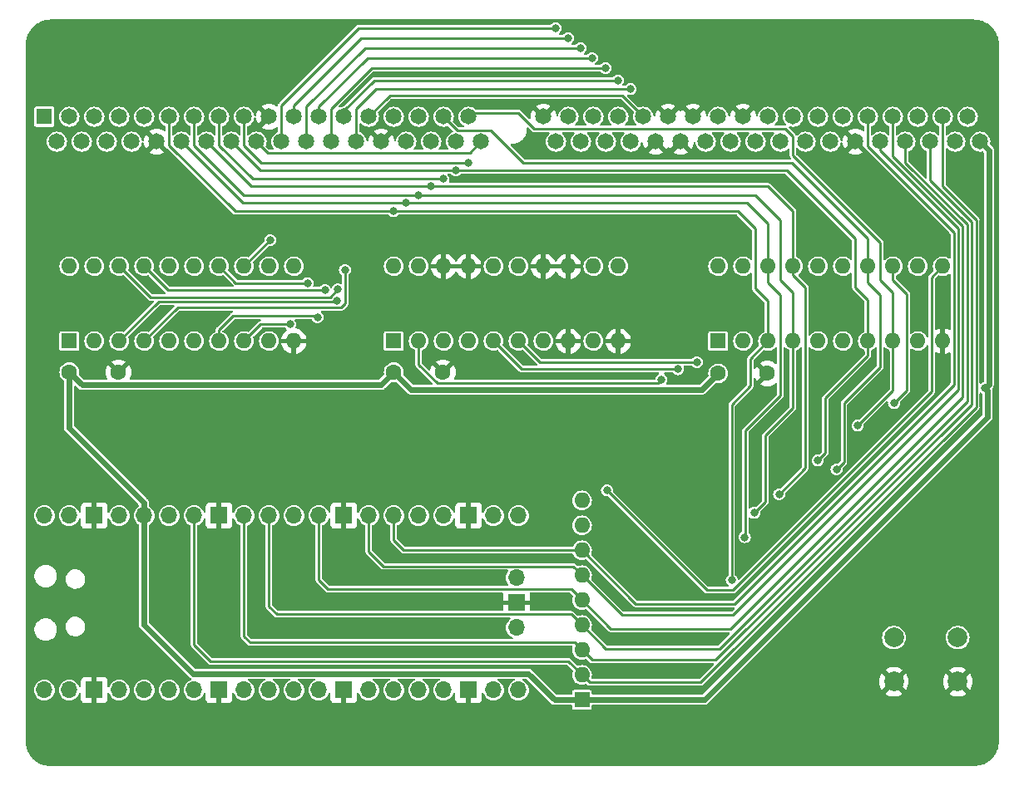
<source format=gbl>
G04 #@! TF.GenerationSoftware,KiCad,Pcbnew,7.0.9*
G04 #@! TF.CreationDate,2024-01-22T22:06:56+01:00*
G04 #@! TF.ProjectId,programmer,70726f67-7261-46d6-9d65-722e6b696361,A0*
G04 #@! TF.SameCoordinates,Original*
G04 #@! TF.FileFunction,Copper,L2,Bot*
G04 #@! TF.FilePolarity,Positive*
%FSLAX46Y46*%
G04 Gerber Fmt 4.6, Leading zero omitted, Abs format (unit mm)*
G04 Created by KiCad (PCBNEW 7.0.9) date 2024-01-22 22:06:56*
%MOMM*%
%LPD*%
G01*
G04 APERTURE LIST*
G04 #@! TA.AperFunction,ComponentPad*
%ADD10R,1.600000X1.600000*%
G04 #@! TD*
G04 #@! TA.AperFunction,ComponentPad*
%ADD11O,1.600000X1.600000*%
G04 #@! TD*
G04 #@! TA.AperFunction,ComponentPad*
%ADD12C,1.600000*%
G04 #@! TD*
G04 #@! TA.AperFunction,ComponentPad*
%ADD13C,2.000000*%
G04 #@! TD*
G04 #@! TA.AperFunction,ComponentPad*
%ADD14R,1.650000X1.650000*%
G04 #@! TD*
G04 #@! TA.AperFunction,ComponentPad*
%ADD15C,1.650000*%
G04 #@! TD*
G04 #@! TA.AperFunction,ComponentPad*
%ADD16O,1.700000X1.700000*%
G04 #@! TD*
G04 #@! TA.AperFunction,ComponentPad*
%ADD17R,1.700000X1.700000*%
G04 #@! TD*
G04 #@! TA.AperFunction,ViaPad*
%ADD18C,0.800000*%
G04 #@! TD*
G04 #@! TA.AperFunction,Conductor*
%ADD19C,0.609600*%
G04 #@! TD*
G04 #@! TA.AperFunction,Conductor*
%ADD20C,0.250000*%
G04 #@! TD*
G04 #@! TA.AperFunction,Conductor*
%ADD21C,0.228600*%
G04 #@! TD*
G04 APERTURE END LIST*
D10*
X160020000Y-116840000D03*
D11*
X160020000Y-114300000D03*
X160020000Y-111760000D03*
X160020000Y-109220000D03*
X160020000Y-106680000D03*
X160020000Y-104140000D03*
X160020000Y-101600000D03*
X160020000Y-99060000D03*
X160020000Y-96520000D03*
D10*
X140861051Y-80282051D03*
D11*
X143401051Y-80282051D03*
X145941051Y-80282051D03*
X148481051Y-80282051D03*
X151021051Y-80282051D03*
X153561051Y-80282051D03*
X156101051Y-80282051D03*
X158641051Y-80282051D03*
X161181051Y-80282051D03*
X163721051Y-80282051D03*
X163721051Y-72662051D03*
X161181051Y-72662051D03*
X158641051Y-72662051D03*
X156101051Y-72662051D03*
X153561051Y-72662051D03*
X151021051Y-72662051D03*
X148481051Y-72662051D03*
X145941051Y-72662051D03*
X143401051Y-72662051D03*
X140861051Y-72662051D03*
D10*
X107841051Y-80282051D03*
D11*
X110381051Y-80282051D03*
X112921051Y-80282051D03*
X115461051Y-80282051D03*
X118001051Y-80282051D03*
X120541051Y-80282051D03*
X123081051Y-80282051D03*
X125621051Y-80282051D03*
X128161051Y-80282051D03*
X130701051Y-80282051D03*
X130701051Y-72662051D03*
X128161051Y-72662051D03*
X125621051Y-72662051D03*
X123081051Y-72662051D03*
X120541051Y-72662051D03*
X118001051Y-72662051D03*
X115461051Y-72662051D03*
X112921051Y-72662051D03*
X110381051Y-72662051D03*
X107841051Y-72662051D03*
D12*
X107841051Y-83457051D03*
X112841051Y-83457051D03*
X140861051Y-83457051D03*
X145861051Y-83457051D03*
D13*
X191770000Y-110490000D03*
X198270000Y-110490000D03*
X191770000Y-114990000D03*
X198270000Y-114990000D03*
D10*
X173881051Y-80282051D03*
D11*
X176421051Y-80282051D03*
X178961051Y-80282051D03*
X181501051Y-80282051D03*
X184041051Y-80282051D03*
X186581051Y-80282051D03*
X189121051Y-80282051D03*
X191661051Y-80282051D03*
X194201051Y-80282051D03*
X196741051Y-80282051D03*
X196741051Y-72662051D03*
X194201051Y-72662051D03*
X191661051Y-72662051D03*
X189121051Y-72662051D03*
X186581051Y-72662051D03*
X184041051Y-72662051D03*
X181501051Y-72662051D03*
X178961051Y-72662051D03*
X176421051Y-72662051D03*
X173881051Y-72662051D03*
D12*
X173881051Y-83584051D03*
X178881051Y-83584051D03*
D14*
X105301051Y-57422051D03*
D15*
X106571051Y-59962051D03*
X107841051Y-57422051D03*
X109111051Y-59962051D03*
X110381051Y-57422051D03*
X111651051Y-59962051D03*
X112921051Y-57422051D03*
X114191051Y-59962051D03*
X115461051Y-57422051D03*
X116731051Y-59962051D03*
X118001051Y-57422051D03*
X119271051Y-59962051D03*
X120541051Y-57422051D03*
X121811051Y-59962051D03*
X123081051Y-57422051D03*
X124351051Y-59962051D03*
X125621051Y-57422051D03*
X126891051Y-59962051D03*
X128161051Y-57422051D03*
X129431051Y-59962051D03*
X130701051Y-57422051D03*
X131971051Y-59962051D03*
X133241051Y-57422051D03*
X134511051Y-59962051D03*
X135781051Y-57422051D03*
X137051051Y-59962051D03*
X138321051Y-57422051D03*
X139591051Y-59962051D03*
X140861051Y-57422051D03*
X142131051Y-59962051D03*
X143401051Y-57422051D03*
X144671051Y-59962051D03*
X145941051Y-57422051D03*
X147211051Y-59962051D03*
X148481051Y-57422051D03*
X149751051Y-59962051D03*
X156101051Y-57422051D03*
X157371051Y-59962051D03*
X158641051Y-57422051D03*
X159911051Y-59962051D03*
X161181051Y-57422051D03*
X162451051Y-59962051D03*
X163721051Y-57422051D03*
X164991051Y-59962051D03*
X166261051Y-57422051D03*
X167531051Y-59962051D03*
X168801051Y-57422051D03*
X170071051Y-59962051D03*
X171341051Y-57422051D03*
X172611051Y-59962051D03*
X173881051Y-57422051D03*
X175151051Y-59962051D03*
X176421051Y-57422051D03*
X177691051Y-59962051D03*
X178961051Y-57422051D03*
X180231051Y-59962051D03*
X181501051Y-57422051D03*
X182771051Y-59962051D03*
X184041051Y-57422051D03*
X185311051Y-59962051D03*
X186581051Y-57422051D03*
X187851051Y-59962051D03*
X189121051Y-57422051D03*
X190391051Y-59962051D03*
X191661051Y-57422051D03*
X192931051Y-59962051D03*
X194201051Y-57422051D03*
X195471051Y-59962051D03*
X196741051Y-57422051D03*
X198011051Y-59962051D03*
X199281051Y-57422051D03*
X200551051Y-59962051D03*
D16*
X105301051Y-115842051D03*
X107841051Y-115842051D03*
D17*
X110381051Y-115842051D03*
D16*
X112921051Y-115842051D03*
X115461051Y-115842051D03*
X118001051Y-115842051D03*
X120541051Y-115842051D03*
D17*
X123081051Y-115842051D03*
D16*
X125621051Y-115842051D03*
X128161051Y-115842051D03*
X130701051Y-115842051D03*
X133241051Y-115842051D03*
D17*
X135781051Y-115842051D03*
D16*
X138321051Y-115842051D03*
X140861051Y-115842051D03*
X143401051Y-115842051D03*
X145941051Y-115842051D03*
D17*
X148481051Y-115842051D03*
D16*
X151021051Y-115842051D03*
X153561051Y-115842051D03*
X153561051Y-98062051D03*
X151021051Y-98062051D03*
D17*
X148481051Y-98062051D03*
D16*
X145941051Y-98062051D03*
X143401051Y-98062051D03*
X140861051Y-98062051D03*
X138321051Y-98062051D03*
D17*
X135781051Y-98062051D03*
D16*
X133241051Y-98062051D03*
X130701051Y-98062051D03*
X128161051Y-98062051D03*
X125621051Y-98062051D03*
D17*
X123081051Y-98062051D03*
D16*
X120541051Y-98062051D03*
X118001051Y-98062051D03*
X115461051Y-98062051D03*
X112921051Y-98062051D03*
D17*
X110381051Y-98062051D03*
D16*
X107841051Y-98062051D03*
X105301051Y-98062051D03*
X153331051Y-109492051D03*
D17*
X153331051Y-106952051D03*
D16*
X153331051Y-104412051D03*
D18*
X201041000Y-85090000D03*
X107188000Y-68961000D03*
X118618000Y-67691000D03*
X177800000Y-89789000D03*
X112014000Y-76073000D03*
X185166000Y-76708000D03*
X107823000Y-91186000D03*
X190119000Y-89027000D03*
X118491000Y-82931000D03*
X158115000Y-99060000D03*
X125476000Y-91440000D03*
X128143000Y-88011000D03*
X175260000Y-104648000D03*
X140843000Y-67056000D03*
X176593500Y-100266500D03*
X142113000Y-66167000D03*
X143383000Y-65405000D03*
X177546000Y-97790000D03*
X180086000Y-95885000D03*
X144653000Y-64478500D03*
X145923000Y-63754000D03*
X185928000Y-93345000D03*
X147193000Y-62865000D03*
X184023000Y-92456000D03*
X188087000Y-88900000D03*
X148463000Y-62103000D03*
X191770000Y-86614000D03*
X157353000Y-48387000D03*
X128288051Y-69995051D03*
X130302000Y-78575500D03*
X158623000Y-49403000D03*
X159893000Y-50419000D03*
X132080000Y-74370000D03*
X133096000Y-77851000D03*
X161036000Y-51435000D03*
X133858000Y-75094500D03*
X162433000Y-52451000D03*
X135890000Y-73025000D03*
X163703000Y-53721000D03*
X164973000Y-54610000D03*
X135191500Y-74993500D03*
X135068799Y-76140799D03*
X168101000Y-84201000D03*
X169799000Y-83147500D03*
X171704000Y-82423000D03*
X162560000Y-95504000D03*
D19*
X154559000Y-114173000D02*
X157226000Y-116840000D01*
X120396000Y-114173000D02*
X154559000Y-114173000D01*
X139556251Y-84761851D02*
X140861051Y-83457051D01*
X115461051Y-96792051D02*
X107841051Y-89172051D01*
X172466000Y-116840000D02*
X160020000Y-116840000D01*
X115443000Y-109220000D02*
X120396000Y-114173000D01*
X109145851Y-84761851D02*
X139556251Y-84761851D01*
X157226000Y-116840000D02*
X160020000Y-116840000D01*
X115443000Y-107098774D02*
X115443000Y-109220000D01*
X201041000Y-85090000D02*
X201295000Y-85344000D01*
X201422000Y-84709000D02*
X201422000Y-60833000D01*
X201041000Y-85090000D02*
X201422000Y-84709000D01*
X201295000Y-88011000D02*
X172466000Y-116840000D01*
X115461051Y-107080723D02*
X115443000Y-107098774D01*
X107841051Y-83457051D02*
X109145851Y-84761851D01*
X107841051Y-89172051D02*
X107841051Y-83457051D01*
X201295000Y-85344000D02*
X201295000Y-88011000D01*
X172253251Y-85211851D02*
X142615851Y-85211851D01*
X115461051Y-98062051D02*
X115461051Y-107080723D01*
X173881051Y-83584051D02*
X172253251Y-85211851D01*
X115461051Y-98062051D02*
X115461051Y-96792051D01*
X201422000Y-60833000D02*
X200551051Y-59962051D01*
X142615851Y-85211851D02*
X140861051Y-83457051D01*
D20*
X175895000Y-67056000D02*
X177673000Y-68834000D01*
X177673000Y-68834000D02*
X177673000Y-74930000D01*
D21*
X175260000Y-86741000D02*
X177165000Y-84836000D01*
X175260000Y-104648000D02*
X175260000Y-86741000D01*
D20*
X118001051Y-57422051D02*
X118001051Y-60318397D01*
X118001051Y-60318397D02*
X124738654Y-67056000D01*
X140843000Y-67056000D02*
X175895000Y-67056000D01*
X177673000Y-74930000D02*
X178961051Y-76218051D01*
X124738654Y-67056000D02*
X140843000Y-67056000D01*
X178961051Y-76218051D02*
X178961051Y-80282051D01*
D21*
X177165000Y-84836000D02*
X177165000Y-82078102D01*
X177165000Y-82078102D02*
X178961051Y-80282051D01*
D20*
X125476000Y-66167000D02*
X142113000Y-66167000D01*
X178961051Y-68344051D02*
X178961051Y-72662051D01*
D21*
X176657000Y-89408000D02*
X180213000Y-85852000D01*
X176593500Y-100266500D02*
X176657000Y-100203000D01*
X180213000Y-75565000D02*
X178943000Y-74295000D01*
X178943000Y-74295000D02*
X178943000Y-72680102D01*
D20*
X142113000Y-66167000D02*
X176784000Y-66167000D01*
X176784000Y-66167000D02*
X178961051Y-68344051D01*
D21*
X176657000Y-100203000D02*
X176657000Y-89408000D01*
D20*
X119271051Y-59962051D02*
X125476000Y-66167000D01*
D21*
X180213000Y-85852000D02*
X180213000Y-75565000D01*
X178943000Y-72680102D02*
X178961051Y-72662051D01*
X181483000Y-80300102D02*
X181501051Y-80282051D01*
D20*
X181501051Y-75329051D02*
X181501051Y-80282051D01*
D21*
X178689000Y-89916000D02*
X181483000Y-87122000D01*
X178689000Y-96647000D02*
X178689000Y-89916000D01*
D20*
X177673000Y-65405000D02*
X180213000Y-67945000D01*
X120541051Y-60318397D02*
X125627654Y-65405000D01*
X120541051Y-57422051D02*
X120541051Y-60318397D01*
D21*
X177546000Y-97790000D02*
X178689000Y-96647000D01*
D20*
X143383000Y-65405000D02*
X177673000Y-65405000D01*
X125627654Y-65405000D02*
X143383000Y-65405000D01*
X180213000Y-74041000D02*
X181501051Y-75329051D01*
D21*
X181483000Y-87122000D02*
X181483000Y-80300102D01*
D20*
X180213000Y-67945000D02*
X180213000Y-74041000D01*
D21*
X181501051Y-73551051D02*
X181501051Y-72662051D01*
X182753000Y-93218000D02*
X182753000Y-74803000D01*
D20*
X126327500Y-64478500D02*
X144653000Y-64478500D01*
D21*
X180086000Y-95885000D02*
X182753000Y-93218000D01*
D20*
X144653000Y-64478500D02*
X178905500Y-64478500D01*
X181501051Y-67074051D02*
X181501051Y-72662051D01*
D21*
X182753000Y-74803000D02*
X181501051Y-73551051D01*
D20*
X178905500Y-64478500D02*
X181501051Y-67074051D01*
X121811051Y-59962051D02*
X126327500Y-64478500D01*
D21*
X190373000Y-82931000D02*
X190373000Y-75565000D01*
D20*
X145941051Y-57422051D02*
X147340551Y-58821551D01*
X189121051Y-69868051D02*
X189121051Y-72662051D01*
D21*
X190373000Y-75565000D02*
X189121051Y-74313051D01*
X186690000Y-92583000D02*
X186690000Y-86614000D01*
D20*
X123081051Y-60318397D02*
X126516654Y-63754000D01*
X123081051Y-57422051D02*
X123081051Y-60318397D01*
X181356000Y-62103000D02*
X189121051Y-69868051D01*
X150773667Y-58821551D02*
X154055116Y-62103000D01*
X154055116Y-62103000D02*
X181356000Y-62103000D01*
D21*
X189121051Y-74313051D02*
X189121051Y-72662051D01*
D20*
X147340551Y-58821551D02*
X150773667Y-58821551D01*
D21*
X185928000Y-93345000D02*
X186690000Y-92583000D01*
D20*
X126516654Y-63754000D02*
X145923000Y-63754000D01*
D21*
X186690000Y-86614000D02*
X190373000Y-82931000D01*
D20*
X180848000Y-62865000D02*
X187833000Y-69850000D01*
X189121051Y-76091051D02*
X189121051Y-80282051D01*
X127254000Y-62865000D02*
X147193000Y-62865000D01*
X147193000Y-62865000D02*
X180848000Y-62865000D01*
X187833000Y-74803000D02*
X189121051Y-76091051D01*
D21*
X189121051Y-81769949D02*
X189121051Y-80282051D01*
D20*
X124351051Y-59962051D02*
X127254000Y-62865000D01*
D21*
X184785000Y-91694000D02*
X184785000Y-86106000D01*
X184785000Y-86106000D02*
X189121051Y-81769949D01*
D20*
X187833000Y-69850000D02*
X187833000Y-74803000D01*
D21*
X184023000Y-92456000D02*
X184785000Y-91694000D01*
D20*
X191661051Y-75329051D02*
X190373000Y-74041000D01*
X155179884Y-58674000D02*
X153528884Y-57023000D01*
X153528884Y-57023000D02*
X148880102Y-57023000D01*
X190373000Y-74041000D02*
X190373000Y-70231000D01*
X148880102Y-57023000D02*
X148481051Y-57422051D01*
X181483000Y-59436000D02*
X180721000Y-58674000D01*
X125621051Y-60318397D02*
X127405654Y-62103000D01*
X127405654Y-62103000D02*
X148463000Y-62103000D01*
X191661051Y-80282051D02*
X191661051Y-75329051D01*
X180721000Y-58674000D02*
X155179884Y-58674000D01*
X181483000Y-61341000D02*
X181483000Y-59436000D01*
D21*
X191661051Y-85325949D02*
X191661051Y-80282051D01*
D20*
X125621051Y-57422051D02*
X125621051Y-60318397D01*
X190373000Y-70231000D02*
X181483000Y-61341000D01*
D21*
X188087000Y-88900000D02*
X191661051Y-85325949D01*
D20*
X128041051Y-61112051D02*
X148601051Y-61112051D01*
X191661051Y-74059051D02*
X191661051Y-72662051D01*
X148601051Y-61112051D02*
X149751051Y-59962051D01*
X126891051Y-59962051D02*
X128041051Y-61112051D01*
X193076051Y-75474051D02*
X191661051Y-74059051D01*
X191770000Y-86614000D02*
X193076051Y-85307949D01*
X193076051Y-85307949D02*
X193076051Y-75474051D01*
X128288051Y-69995051D02*
X125621051Y-72662051D01*
X129413000Y-56261000D02*
X129431051Y-56279051D01*
X129431051Y-56279051D02*
X129431051Y-59962051D01*
X137287000Y-48387000D02*
X129413000Y-56261000D01*
X157353000Y-48387000D02*
X137287000Y-48387000D01*
X158623000Y-49403000D02*
X137559051Y-49403000D01*
X127327602Y-78575500D02*
X130302000Y-78575500D01*
X130701051Y-56261000D02*
X130701051Y-57422051D01*
X125621051Y-80282051D02*
X127327602Y-78575500D01*
X137559051Y-49403000D02*
X130701051Y-56261000D01*
X124789000Y-74370000D02*
X132080000Y-74370000D01*
X131971051Y-56369949D02*
X131971051Y-59962051D01*
X137922000Y-50419000D02*
X131971051Y-56369949D01*
X159893000Y-50419000D02*
X137922000Y-50419000D01*
X123081051Y-72662051D02*
X124789000Y-74370000D01*
X123081051Y-80282051D02*
X123081051Y-79102949D01*
X123081051Y-79102949D02*
X124460000Y-77724000D01*
X161036000Y-51435000D02*
X138176000Y-51435000D01*
X132969000Y-77724000D02*
X133096000Y-77851000D01*
X124460000Y-77724000D02*
X132969000Y-77724000D01*
X138176000Y-51435000D02*
X133241051Y-56369949D01*
X133241051Y-56369949D02*
X133241051Y-57422051D01*
X138657596Y-52451000D02*
X134511051Y-56597545D01*
X117893500Y-75094500D02*
X133858000Y-75094500D01*
X115461051Y-72662051D02*
X117893500Y-75094500D01*
X162433000Y-52451000D02*
X138657596Y-52451000D01*
X134511051Y-56597545D02*
X134511051Y-59962051D01*
X135781051Y-56814449D02*
X135781051Y-57422051D01*
X135890000Y-73025000D02*
X135916500Y-73051500D01*
X135916500Y-73051500D02*
X135916500Y-76427500D01*
X138874500Y-53721000D02*
X135781051Y-56814449D01*
X135916500Y-76427500D02*
X135478201Y-76865799D01*
X163703000Y-53721000D02*
X138874500Y-53721000D01*
X118877303Y-76865799D02*
X115461051Y-80282051D01*
X135478201Y-76865799D02*
X118877303Y-76865799D01*
X134366000Y-75819000D02*
X116078000Y-75819000D01*
X137051051Y-56623949D02*
X137051051Y-59962051D01*
X135191500Y-74993500D02*
X134366000Y-75819000D01*
X139065000Y-54610000D02*
X137051051Y-56623949D01*
X116078000Y-75819000D02*
X112921051Y-72662051D01*
X164973000Y-54610000D02*
X139065000Y-54610000D01*
X116934102Y-76269000D02*
X112921051Y-80282051D01*
X134940598Y-76269000D02*
X116934102Y-76269000D01*
X140208000Y-55499000D02*
X140462000Y-55245000D01*
X135068799Y-76140799D02*
X134940598Y-76269000D01*
X164084000Y-55245000D02*
X166261051Y-57422051D01*
X140462000Y-55245000D02*
X164084000Y-55245000D01*
X138321051Y-57422051D02*
X140208000Y-55535102D01*
X140208000Y-55535102D02*
X140208000Y-55499000D01*
X167719949Y-84582051D02*
X145288051Y-84582051D01*
X168101000Y-84201000D02*
X167719949Y-84582051D01*
X145288051Y-84582051D02*
X143401051Y-82695051D01*
X143401051Y-82695051D02*
X143401051Y-80282051D01*
X153886500Y-83147500D02*
X151021051Y-80282051D01*
X169799000Y-83147500D02*
X153886500Y-83147500D01*
X155702000Y-82423000D02*
X153561051Y-80282051D01*
X171704000Y-82423000D02*
X155702000Y-82423000D01*
X141859000Y-101600000D02*
X140861051Y-100602051D01*
X197866051Y-69215051D02*
X189121051Y-60470051D01*
X175514000Y-107061000D02*
X197866051Y-84708949D01*
X140861051Y-100602051D02*
X140861051Y-98062051D01*
X160020000Y-101600000D02*
X141859000Y-101600000D01*
X160020000Y-101600000D02*
X165481000Y-107061000D01*
X189121051Y-60470051D02*
X189121051Y-57422051D01*
X197866051Y-84708949D02*
X197866051Y-69215051D01*
X165481000Y-107061000D02*
X175514000Y-107061000D01*
X190391051Y-59962051D02*
X190373000Y-59980102D01*
X175387000Y-108204000D02*
X164084000Y-108204000D01*
X139813051Y-103237051D02*
X138321051Y-101745051D01*
X164084000Y-108204000D02*
X160020000Y-104140000D01*
X159117051Y-103237051D02*
X139813051Y-103237051D01*
X160020000Y-104140000D02*
X159117051Y-103237051D01*
X138321051Y-101745051D02*
X138321051Y-98062051D01*
X198316051Y-68776051D02*
X198316051Y-85274949D01*
X198316051Y-85274949D02*
X175387000Y-108204000D01*
X190373000Y-59980102D02*
X190373000Y-60833000D01*
X190373000Y-60833000D02*
X198316051Y-68776051D01*
X175133000Y-109601000D02*
X198766051Y-85967949D01*
X198766051Y-85967949D02*
X198766051Y-68589655D01*
X158927051Y-105587051D02*
X134162051Y-105587051D01*
X160020000Y-106680000D02*
X158927051Y-105587051D01*
X134162051Y-105587051D02*
X133241051Y-104666051D01*
X160020000Y-106680000D02*
X162941000Y-109601000D01*
X133241051Y-104666051D02*
X133241051Y-98062051D01*
X162941000Y-109601000D02*
X175133000Y-109601000D01*
X191661051Y-61484655D02*
X191661051Y-57422051D01*
X198766051Y-68589655D02*
X191661051Y-61484655D01*
X160020000Y-109220000D02*
X158927051Y-108127051D01*
X192931051Y-62118259D02*
X199216051Y-68403259D01*
X158927051Y-108127051D02*
X128955051Y-108127051D01*
X173990000Y-111633000D02*
X162433000Y-111633000D01*
X128143000Y-107315000D02*
X128161051Y-107296949D01*
X199216051Y-86406949D02*
X173990000Y-111633000D01*
X128161051Y-107296949D02*
X128161051Y-98062051D01*
X192931051Y-59962051D02*
X192931051Y-62118259D01*
X162433000Y-111633000D02*
X160020000Y-109220000D01*
X128955051Y-108127051D02*
X128143000Y-107315000D01*
X199216051Y-68403259D02*
X199216051Y-86406949D01*
X160020000Y-111760000D02*
X159258000Y-110998000D01*
X195471051Y-63899051D02*
X195471051Y-59962051D01*
X161036000Y-112776000D02*
X173609000Y-112776000D01*
X125603000Y-110363000D02*
X125603000Y-98080102D01*
X199666051Y-86718949D02*
X199666051Y-68094051D01*
X199666051Y-68094051D02*
X195471051Y-63899051D01*
X125603000Y-98080102D02*
X125621051Y-98062051D01*
X160020000Y-111760000D02*
X161036000Y-112776000D01*
X173609000Y-112776000D02*
X199666051Y-86718949D01*
X126238000Y-110998000D02*
X125603000Y-110363000D01*
X159258000Y-110998000D02*
X126238000Y-110998000D01*
X158623000Y-112903000D02*
X122174000Y-112903000D01*
X172085000Y-115062000D02*
X160782000Y-115062000D01*
X160020000Y-114300000D02*
X158623000Y-112903000D01*
X200152000Y-86995000D02*
X172085000Y-115062000D01*
X200152000Y-67943604D02*
X200152000Y-86995000D01*
X196741051Y-57422051D02*
X196741051Y-64532655D01*
X120541051Y-111270051D02*
X120541051Y-98062051D01*
X160782000Y-115062000D02*
X160020000Y-114300000D01*
X196741051Y-64532655D02*
X200152000Y-67943604D01*
X122174000Y-112903000D02*
X120541051Y-111270051D01*
X195616051Y-85434949D02*
X195616051Y-73787051D01*
X195616051Y-73787051D02*
X196741051Y-72662051D01*
X162560000Y-95504000D02*
X172720000Y-105664000D01*
X172720000Y-105664000D02*
X175387000Y-105664000D01*
X175387000Y-105664000D02*
X195616051Y-85434949D01*
G04 #@! TA.AperFunction,Conductor*
G36*
X121687972Y-98364688D02*
G01*
X121725498Y-98414261D01*
X121731051Y-98447221D01*
X121731051Y-98959878D01*
X121737453Y-99019426D01*
X121737454Y-99019431D01*
X121787695Y-99154136D01*
X121787696Y-99154138D01*
X121873862Y-99269239D01*
X121988963Y-99355405D01*
X121988965Y-99355406D01*
X122123670Y-99405647D01*
X122123675Y-99405648D01*
X122183223Y-99412051D01*
X122831051Y-99412051D01*
X122831051Y-98508545D01*
X122935890Y-98556424D01*
X123044578Y-98572051D01*
X123117524Y-98572051D01*
X123226212Y-98556424D01*
X123331051Y-98508545D01*
X123331051Y-99412051D01*
X123978879Y-99412051D01*
X124038426Y-99405648D01*
X124038431Y-99405647D01*
X124173136Y-99355406D01*
X124173138Y-99355405D01*
X124288239Y-99269239D01*
X124374405Y-99154138D01*
X124374406Y-99154136D01*
X124424647Y-99019431D01*
X124424648Y-99019426D01*
X124431051Y-98959878D01*
X124431051Y-98447221D01*
X124450264Y-98388090D01*
X124500564Y-98351545D01*
X124562738Y-98351545D01*
X124613038Y-98388090D01*
X124627919Y-98418019D01*
X124642846Y-98467230D01*
X124642849Y-98467237D01*
X124740688Y-98650281D01*
X124740693Y-98650288D01*
X124872367Y-98810733D01*
X124872368Y-98810734D01*
X125032813Y-98942408D01*
X125032820Y-98942413D01*
X125220225Y-99042583D01*
X125219116Y-99044657D01*
X125259448Y-99079067D01*
X125274300Y-99131675D01*
X125274300Y-110346448D01*
X125274109Y-110350820D01*
X125271771Y-110377551D01*
X125270499Y-110392090D01*
X125281216Y-110432087D01*
X125282166Y-110436373D01*
X125289358Y-110477157D01*
X125290078Y-110478404D01*
X125300127Y-110502663D01*
X125300499Y-110504053D01*
X125300500Y-110504054D01*
X125300501Y-110504058D01*
X125319018Y-110530504D01*
X125324250Y-110537976D01*
X125326608Y-110541677D01*
X125347316Y-110577543D01*
X125347317Y-110577544D01*
X125379041Y-110604164D01*
X125382273Y-110607125D01*
X125993874Y-111218726D01*
X125996841Y-111221964D01*
X126023301Y-111253499D01*
X126023456Y-111253683D01*
X126059336Y-111274398D01*
X126063002Y-111276734D01*
X126095003Y-111299141D01*
X126096942Y-111300499D01*
X126098323Y-111300869D01*
X126122597Y-111310922D01*
X126123844Y-111311642D01*
X126151579Y-111316532D01*
X126164625Y-111318833D01*
X126168914Y-111319783D01*
X126208911Y-111330501D01*
X126250185Y-111326890D01*
X126254554Y-111326700D01*
X158966934Y-111326700D01*
X159026065Y-111345913D01*
X159062610Y-111396213D01*
X159063202Y-111456503D01*
X159030823Y-111563236D01*
X159011444Y-111760000D01*
X159030823Y-111956763D01*
X159088214Y-112145955D01*
X159088216Y-112145961D01*
X159181411Y-112320317D01*
X159181416Y-112320324D01*
X159306843Y-112473157D01*
X159459675Y-112598583D01*
X159459682Y-112598588D01*
X159634038Y-112691783D01*
X159634044Y-112691785D01*
X159823236Y-112749176D01*
X159823237Y-112749176D01*
X159823240Y-112749177D01*
X160020000Y-112768556D01*
X160216760Y-112749177D01*
X160405958Y-112691784D01*
X160405966Y-112691779D01*
X160410382Y-112690440D01*
X160472545Y-112691660D01*
X160510721Y-112715573D01*
X160791874Y-112996726D01*
X160794837Y-112999960D01*
X160821456Y-113031683D01*
X160857336Y-113052398D01*
X160861002Y-113054734D01*
X160894942Y-113078499D01*
X160896323Y-113078869D01*
X160920597Y-113088922D01*
X160921844Y-113089642D01*
X160956237Y-113095706D01*
X160962625Y-113096833D01*
X160966903Y-113097781D01*
X161006910Y-113108501D01*
X161048179Y-113104890D01*
X161052550Y-113104700D01*
X173334578Y-113104700D01*
X173393709Y-113123913D01*
X173430254Y-113174213D01*
X173430254Y-113236387D01*
X173405713Y-113276435D01*
X171978313Y-114703835D01*
X171922915Y-114732061D01*
X171907178Y-114733300D01*
X161073066Y-114733300D01*
X161013935Y-114714087D01*
X160977390Y-114663787D01*
X160976798Y-114603497D01*
X160987529Y-114568124D01*
X161009177Y-114496760D01*
X161028556Y-114300000D01*
X161009177Y-114103240D01*
X160951784Y-113914042D01*
X160951783Y-113914038D01*
X160858588Y-113739682D01*
X160858583Y-113739675D01*
X160733157Y-113586843D01*
X160580324Y-113461416D01*
X160580317Y-113461411D01*
X160405961Y-113368216D01*
X160405955Y-113368214D01*
X160216763Y-113310823D01*
X160020000Y-113291444D01*
X159823240Y-113310823D01*
X159823238Y-113310823D01*
X159823234Y-113310824D01*
X159629614Y-113369558D01*
X159567452Y-113368337D01*
X159529277Y-113344425D01*
X158867123Y-112682271D01*
X158864163Y-112679040D01*
X158837544Y-112647317D01*
X158837543Y-112647316D01*
X158837542Y-112647315D01*
X158801677Y-112626608D01*
X158797976Y-112624250D01*
X158793517Y-112621128D01*
X158764058Y-112600501D01*
X158764054Y-112600500D01*
X158764053Y-112600499D01*
X158762663Y-112600127D01*
X158738404Y-112590078D01*
X158737157Y-112589358D01*
X158737158Y-112589358D01*
X158696373Y-112582166D01*
X158692094Y-112581217D01*
X158652090Y-112570499D01*
X158610820Y-112574109D01*
X158606450Y-112574300D01*
X122351822Y-112574300D01*
X122292691Y-112555087D01*
X122280687Y-112544835D01*
X120899216Y-111163364D01*
X120870990Y-111107966D01*
X120869751Y-111092229D01*
X120869751Y-99138064D01*
X120888964Y-99078933D01*
X120939264Y-99042388D01*
X120941151Y-99041795D01*
X120946235Y-99040253D01*
X120985200Y-99019426D01*
X121129281Y-98942413D01*
X121129282Y-98942411D01*
X121129288Y-98942409D01*
X121289734Y-98810734D01*
X121421409Y-98650288D01*
X121471581Y-98556424D01*
X121519252Y-98467237D01*
X121519255Y-98467230D01*
X121534183Y-98418019D01*
X121569733Y-98367011D01*
X121628475Y-98346640D01*
X121687972Y-98364688D01*
G37*
G04 #@! TD.AperFunction*
G04 #@! TA.AperFunction,Conductor*
G36*
X158808360Y-105934964D02*
G01*
X158820364Y-105945216D01*
X159064425Y-106189277D01*
X159092651Y-106244675D01*
X159089558Y-106289614D01*
X159030824Y-106483234D01*
X159030824Y-106483236D01*
X159030823Y-106483240D01*
X159017882Y-106614638D01*
X159011444Y-106680000D01*
X159030823Y-106876763D01*
X159088214Y-107065955D01*
X159088216Y-107065961D01*
X159181411Y-107240317D01*
X159181416Y-107240324D01*
X159306843Y-107393157D01*
X159459675Y-107518583D01*
X159459682Y-107518588D01*
X159634038Y-107611783D01*
X159634044Y-107611785D01*
X159823236Y-107669176D01*
X159823237Y-107669176D01*
X159823240Y-107669177D01*
X160020000Y-107688556D01*
X160216760Y-107669177D01*
X160405958Y-107611784D01*
X160405966Y-107611779D01*
X160410382Y-107610440D01*
X160472545Y-107611660D01*
X160510721Y-107635573D01*
X162696874Y-109821726D01*
X162699837Y-109824960D01*
X162726456Y-109856683D01*
X162762336Y-109877398D01*
X162766002Y-109879734D01*
X162790989Y-109897230D01*
X162799942Y-109903499D01*
X162801323Y-109903869D01*
X162825597Y-109913922D01*
X162826844Y-109914642D01*
X162861237Y-109920706D01*
X162867625Y-109921833D01*
X162871903Y-109922781D01*
X162911910Y-109933501D01*
X162953179Y-109929890D01*
X162957550Y-109929700D01*
X174985577Y-109929700D01*
X175044708Y-109948913D01*
X175081253Y-109999213D01*
X175081253Y-110061387D01*
X175056712Y-110101435D01*
X173883313Y-111274835D01*
X173827915Y-111303061D01*
X173812178Y-111304300D01*
X162610822Y-111304300D01*
X162551691Y-111285087D01*
X162539687Y-111274835D01*
X160975573Y-109710721D01*
X160947347Y-109655323D01*
X160950440Y-109610382D01*
X160951779Y-109605966D01*
X160951784Y-109605958D01*
X161009177Y-109416760D01*
X161028556Y-109220000D01*
X161009177Y-109023240D01*
X161004970Y-109009372D01*
X160951785Y-108834044D01*
X160951783Y-108834038D01*
X160858588Y-108659682D01*
X160858583Y-108659675D01*
X160809319Y-108599647D01*
X160733157Y-108506843D01*
X160580324Y-108381416D01*
X160580317Y-108381411D01*
X160405961Y-108288216D01*
X160405955Y-108288214D01*
X160216763Y-108230823D01*
X160020000Y-108211444D01*
X159823240Y-108230823D01*
X159823238Y-108230823D01*
X159823234Y-108230824D01*
X159629614Y-108289558D01*
X159567452Y-108288337D01*
X159529277Y-108264425D01*
X159171174Y-107906322D01*
X159168214Y-107903091D01*
X159141595Y-107871368D01*
X159141594Y-107871367D01*
X159141593Y-107871366D01*
X159105728Y-107850659D01*
X159102027Y-107848301D01*
X159097568Y-107845179D01*
X159068109Y-107824552D01*
X159068105Y-107824551D01*
X159068104Y-107824550D01*
X159066714Y-107824178D01*
X159042455Y-107814129D01*
X159041208Y-107813409D01*
X159041209Y-107813409D01*
X159000424Y-107806217D01*
X158996145Y-107805268D01*
X158956141Y-107794550D01*
X158914871Y-107798160D01*
X158910501Y-107798351D01*
X154781651Y-107798351D01*
X154722520Y-107779138D01*
X154685975Y-107728838D01*
X154681051Y-107697751D01*
X154681051Y-107202051D01*
X153776623Y-107202051D01*
X153799733Y-107166091D01*
X153841051Y-107025378D01*
X153841051Y-106878724D01*
X153799733Y-106738011D01*
X153776623Y-106702051D01*
X154681051Y-106702051D01*
X154681051Y-106054215D01*
X154678136Y-106027106D01*
X154690917Y-105966260D01*
X154737021Y-105924547D01*
X154778159Y-105915751D01*
X158749229Y-105915751D01*
X158808360Y-105934964D01*
G37*
G04 #@! TD.AperFunction*
G04 #@! TA.AperFunction,Conductor*
G36*
X134387972Y-98364688D02*
G01*
X134425498Y-98414261D01*
X134431051Y-98447221D01*
X134431051Y-98959878D01*
X134437453Y-99019426D01*
X134437454Y-99019431D01*
X134487695Y-99154136D01*
X134487696Y-99154138D01*
X134573862Y-99269239D01*
X134688963Y-99355405D01*
X134688965Y-99355406D01*
X134823670Y-99405647D01*
X134823675Y-99405648D01*
X134883223Y-99412051D01*
X135531051Y-99412051D01*
X135531051Y-98508545D01*
X135635890Y-98556424D01*
X135744578Y-98572051D01*
X135817524Y-98572051D01*
X135926212Y-98556424D01*
X136031051Y-98508545D01*
X136031051Y-99412051D01*
X136678879Y-99412051D01*
X136738426Y-99405648D01*
X136738431Y-99405647D01*
X136873136Y-99355406D01*
X136873138Y-99355405D01*
X136988239Y-99269239D01*
X137074405Y-99154138D01*
X137074406Y-99154136D01*
X137124647Y-99019431D01*
X137124648Y-99019426D01*
X137131051Y-98959878D01*
X137131051Y-98447221D01*
X137150264Y-98388090D01*
X137200564Y-98351545D01*
X137262738Y-98351545D01*
X137313038Y-98388090D01*
X137327919Y-98418019D01*
X137342846Y-98467230D01*
X137342849Y-98467237D01*
X137440688Y-98650281D01*
X137440693Y-98650288D01*
X137572367Y-98810733D01*
X137572368Y-98810734D01*
X137732813Y-98942408D01*
X137732820Y-98942413D01*
X137915864Y-99040252D01*
X137920951Y-99041795D01*
X137971959Y-99077344D01*
X137992332Y-99136086D01*
X137992351Y-99138064D01*
X137992351Y-101728499D01*
X137992160Y-101732871D01*
X137988550Y-101774141D01*
X137994610Y-101796760D01*
X137999267Y-101814138D01*
X138000217Y-101818424D01*
X138007409Y-101859208D01*
X138008129Y-101860455D01*
X138018178Y-101884714D01*
X138018550Y-101886104D01*
X138018551Y-101886105D01*
X138018552Y-101886109D01*
X138032689Y-101906299D01*
X138042301Y-101920027D01*
X138044659Y-101923728D01*
X138058623Y-101947913D01*
X138065368Y-101959595D01*
X138097092Y-101986215D01*
X138100324Y-101989176D01*
X139568925Y-103457777D01*
X139571888Y-103461011D01*
X139598507Y-103492734D01*
X139634387Y-103513449D01*
X139638053Y-103515785D01*
X139659424Y-103530749D01*
X139671993Y-103539550D01*
X139673374Y-103539920D01*
X139697648Y-103549973D01*
X139698895Y-103550693D01*
X139726630Y-103555583D01*
X139739676Y-103557884D01*
X139743965Y-103558834D01*
X139783962Y-103569552D01*
X139825236Y-103565941D01*
X139829605Y-103565751D01*
X152449779Y-103565751D01*
X152508910Y-103584964D01*
X152545455Y-103635264D01*
X152545455Y-103697438D01*
X152527544Y-103730171D01*
X152450693Y-103823813D01*
X152450688Y-103823820D01*
X152352849Y-104006864D01*
X152352846Y-104006871D01*
X152292599Y-104205484D01*
X152292598Y-104205488D01*
X152292598Y-104205490D01*
X152272253Y-104412051D01*
X152292598Y-104618612D01*
X152292598Y-104618614D01*
X152292599Y-104618617D01*
X152352846Y-104817230D01*
X152352849Y-104817237D01*
X152450688Y-105000281D01*
X152450693Y-105000288D01*
X152527544Y-105093931D01*
X152550205Y-105151828D01*
X152534506Y-105211988D01*
X152486445Y-105251431D01*
X152449779Y-105258351D01*
X134339873Y-105258351D01*
X134280742Y-105239138D01*
X134268738Y-105228886D01*
X133599216Y-104559364D01*
X133570990Y-104503966D01*
X133569751Y-104488229D01*
X133569751Y-99138064D01*
X133588964Y-99078933D01*
X133639264Y-99042388D01*
X133641151Y-99041795D01*
X133646235Y-99040253D01*
X133685200Y-99019426D01*
X133829281Y-98942413D01*
X133829282Y-98942411D01*
X133829288Y-98942409D01*
X133989734Y-98810734D01*
X134121409Y-98650288D01*
X134171581Y-98556424D01*
X134219252Y-98467237D01*
X134219255Y-98467230D01*
X134234183Y-98418019D01*
X134269733Y-98367011D01*
X134328475Y-98346640D01*
X134387972Y-98364688D01*
G37*
G04 #@! TD.AperFunction*
G04 #@! TA.AperFunction,Conductor*
G36*
X146693794Y-63212913D02*
G01*
X146714471Y-63233055D01*
X146762436Y-63295564D01*
X146762438Y-63295566D01*
X146762440Y-63295568D01*
X146888542Y-63392329D01*
X146888549Y-63392333D01*
X147035402Y-63453161D01*
X147192997Y-63473909D01*
X147193000Y-63473909D01*
X147193003Y-63473909D01*
X147350597Y-63453161D01*
X147464245Y-63406087D01*
X147497455Y-63392331D01*
X147623564Y-63295564D01*
X147671527Y-63233057D01*
X147722765Y-63197843D01*
X147751337Y-63193700D01*
X180670178Y-63193700D01*
X180729309Y-63212913D01*
X180741313Y-63223165D01*
X187474835Y-69956687D01*
X187503061Y-70012085D01*
X187504300Y-70027822D01*
X187504300Y-71923733D01*
X187485087Y-71982864D01*
X187434787Y-72019409D01*
X187372613Y-72019409D01*
X187325935Y-71987553D01*
X187294208Y-71948894D01*
X187141375Y-71823467D01*
X187141368Y-71823462D01*
X186967012Y-71730267D01*
X186967006Y-71730265D01*
X186777814Y-71672874D01*
X186581051Y-71653495D01*
X186384287Y-71672874D01*
X186195095Y-71730265D01*
X186195089Y-71730267D01*
X186020733Y-71823462D01*
X186020726Y-71823467D01*
X185867894Y-71948894D01*
X185742467Y-72101726D01*
X185742462Y-72101733D01*
X185649267Y-72276089D01*
X185649265Y-72276095D01*
X185591874Y-72465287D01*
X185572495Y-72662051D01*
X185591874Y-72858814D01*
X185649265Y-73048006D01*
X185649267Y-73048012D01*
X185742462Y-73222368D01*
X185742467Y-73222375D01*
X185867894Y-73375208D01*
X186020726Y-73500634D01*
X186020733Y-73500639D01*
X186195089Y-73593834D01*
X186195095Y-73593836D01*
X186384287Y-73651227D01*
X186384288Y-73651227D01*
X186384291Y-73651228D01*
X186581051Y-73670607D01*
X186777811Y-73651228D01*
X186906910Y-73612066D01*
X186967006Y-73593836D01*
X186967012Y-73593834D01*
X187141368Y-73500639D01*
X187141369Y-73500637D01*
X187141375Y-73500635D01*
X187294208Y-73375208D01*
X187301807Y-73365947D01*
X187325935Y-73336549D01*
X187378299Y-73303028D01*
X187440365Y-73306688D01*
X187488427Y-73346130D01*
X187504300Y-73400368D01*
X187504300Y-74786448D01*
X187504109Y-74790820D01*
X187503845Y-74793848D01*
X187500499Y-74832090D01*
X187511216Y-74872087D01*
X187512166Y-74876373D01*
X187519358Y-74917157D01*
X187520078Y-74918404D01*
X187530127Y-74942663D01*
X187530499Y-74944053D01*
X187530500Y-74944054D01*
X187530501Y-74944058D01*
X187542121Y-74960653D01*
X187554250Y-74977976D01*
X187556608Y-74981677D01*
X187567887Y-75001212D01*
X187577317Y-75017544D01*
X187609041Y-75044164D01*
X187612273Y-75047125D01*
X188762886Y-76197738D01*
X188791112Y-76253136D01*
X188792351Y-76268873D01*
X188792351Y-79259364D01*
X188773138Y-79318495D01*
X188739173Y-79348085D01*
X188560733Y-79443462D01*
X188560726Y-79443467D01*
X188407894Y-79568894D01*
X188282467Y-79721726D01*
X188282462Y-79721733D01*
X188189267Y-79896089D01*
X188189265Y-79896095D01*
X188131874Y-80085287D01*
X188112495Y-80282051D01*
X188131874Y-80478814D01*
X188189265Y-80668006D01*
X188189267Y-80668012D01*
X188282462Y-80842368D01*
X188282467Y-80842375D01*
X188407894Y-80995208D01*
X188560727Y-81120635D01*
X188735093Y-81213835D01*
X188735098Y-81213836D01*
X188735099Y-81213837D01*
X188739663Y-81215728D01*
X188738812Y-81217781D01*
X188782661Y-81248341D01*
X188803032Y-81307084D01*
X188803051Y-81309060D01*
X188803051Y-81596558D01*
X188783838Y-81655689D01*
X188773586Y-81667693D01*
X184571512Y-85869765D01*
X184568277Y-85872730D01*
X184537641Y-85898438D01*
X184537638Y-85898442D01*
X184517640Y-85933076D01*
X184515284Y-85936774D01*
X184492347Y-85969536D01*
X184492345Y-85969539D01*
X184492095Y-85970474D01*
X184482057Y-85994711D01*
X184481571Y-85995552D01*
X184481568Y-85995561D01*
X184474621Y-86034951D01*
X184473671Y-86039235D01*
X184463323Y-86077857D01*
X184466809Y-86117709D01*
X184467000Y-86122080D01*
X184467000Y-91520609D01*
X184447787Y-91579740D01*
X184437535Y-91591744D01*
X184198748Y-91830530D01*
X184143350Y-91858756D01*
X184114483Y-91859134D01*
X184023003Y-91847091D01*
X184022997Y-91847091D01*
X183865402Y-91867838D01*
X183718550Y-91928666D01*
X183718543Y-91928670D01*
X183592439Y-92025433D01*
X183592433Y-92025439D01*
X183495670Y-92151543D01*
X183495666Y-92151550D01*
X183434838Y-92298402D01*
X183414091Y-92455996D01*
X183414091Y-92456003D01*
X183434838Y-92613597D01*
X183495666Y-92760450D01*
X183495670Y-92760457D01*
X183592433Y-92886561D01*
X183592438Y-92886566D01*
X183718542Y-92983329D01*
X183718549Y-92983333D01*
X183865402Y-93044161D01*
X184022997Y-93064909D01*
X184023000Y-93064909D01*
X184023003Y-93064909D01*
X184180597Y-93044161D01*
X184327450Y-92983333D01*
X184327449Y-92983333D01*
X184327455Y-92983331D01*
X184453564Y-92886564D01*
X184550331Y-92760455D01*
X184611161Y-92613597D01*
X184617307Y-92566916D01*
X184631909Y-92456003D01*
X184631909Y-92455998D01*
X184625801Y-92409609D01*
X184619864Y-92364514D01*
X184631193Y-92303384D01*
X184648465Y-92280253D01*
X184998500Y-91930218D01*
X185001720Y-91927268D01*
X185032360Y-91901560D01*
X185052363Y-91866912D01*
X185054712Y-91863227D01*
X185057843Y-91858756D01*
X185077652Y-91830466D01*
X185077901Y-91829533D01*
X185087951Y-91805271D01*
X185088432Y-91804440D01*
X185095379Y-91765036D01*
X185096318Y-91760796D01*
X185106677Y-91722143D01*
X185103190Y-91682285D01*
X185103000Y-91677916D01*
X185103000Y-86279389D01*
X185122213Y-86220258D01*
X185132459Y-86208260D01*
X189334551Y-82006167D01*
X189337771Y-82003217D01*
X189368411Y-81977509D01*
X189388414Y-81942861D01*
X189390763Y-81939176D01*
X189413703Y-81906415D01*
X189413952Y-81905482D01*
X189424002Y-81881220D01*
X189424483Y-81880389D01*
X189431430Y-81840985D01*
X189432369Y-81836745D01*
X189442728Y-81798092D01*
X189439241Y-81758239D01*
X189439051Y-81753867D01*
X189439051Y-81309060D01*
X189458264Y-81249929D01*
X189503109Y-81217346D01*
X189502439Y-81215728D01*
X189507002Y-81213837D01*
X189507001Y-81213837D01*
X189507009Y-81213835D01*
X189681375Y-81120635D01*
X189834208Y-80995208D01*
X189876636Y-80943509D01*
X189928999Y-80909990D01*
X189991065Y-80913650D01*
X190039127Y-80953092D01*
X190055000Y-81007330D01*
X190055000Y-82757609D01*
X190035787Y-82816740D01*
X190025535Y-82828744D01*
X186476512Y-86377765D01*
X186473277Y-86380730D01*
X186442641Y-86406438D01*
X186442638Y-86406442D01*
X186422640Y-86441076D01*
X186420284Y-86444774D01*
X186402721Y-86469858D01*
X186399295Y-86474754D01*
X186397347Y-86477536D01*
X186397345Y-86477539D01*
X186397095Y-86478474D01*
X186387057Y-86502711D01*
X186386571Y-86503552D01*
X186386568Y-86503561D01*
X186379621Y-86542951D01*
X186378671Y-86547235D01*
X186373087Y-86568076D01*
X186368323Y-86585857D01*
X186371809Y-86625709D01*
X186372000Y-86630080D01*
X186372000Y-92409609D01*
X186352787Y-92468740D01*
X186342535Y-92480744D01*
X186103748Y-92719530D01*
X186048350Y-92747756D01*
X186019483Y-92748134D01*
X185928003Y-92736091D01*
X185927997Y-92736091D01*
X185770402Y-92756838D01*
X185623550Y-92817666D01*
X185623543Y-92817670D01*
X185497439Y-92914433D01*
X185497433Y-92914439D01*
X185400670Y-93040543D01*
X185400666Y-93040550D01*
X185339838Y-93187402D01*
X185319091Y-93344996D01*
X185319091Y-93345003D01*
X185339838Y-93502597D01*
X185400666Y-93649450D01*
X185400670Y-93649457D01*
X185497433Y-93775561D01*
X185497438Y-93775566D01*
X185623542Y-93872329D01*
X185623549Y-93872333D01*
X185770402Y-93933161D01*
X185927997Y-93953909D01*
X185928000Y-93953909D01*
X185928003Y-93953909D01*
X186085597Y-93933161D01*
X186232450Y-93872333D01*
X186232449Y-93872333D01*
X186232455Y-93872331D01*
X186358564Y-93775564D01*
X186455331Y-93649455D01*
X186516161Y-93502597D01*
X186536909Y-93345000D01*
X186536908Y-93344996D01*
X186533767Y-93321140D01*
X186524864Y-93253514D01*
X186536193Y-93192384D01*
X186553465Y-93169253D01*
X186903500Y-92819218D01*
X186906720Y-92816268D01*
X186937360Y-92790560D01*
X186957363Y-92755912D01*
X186959712Y-92752227D01*
X186962843Y-92747756D01*
X186982652Y-92719466D01*
X186982901Y-92718533D01*
X186992951Y-92694271D01*
X186993432Y-92693440D01*
X187000379Y-92654036D01*
X187001318Y-92649796D01*
X187011677Y-92611143D01*
X187008190Y-92571285D01*
X187008000Y-92566916D01*
X187008000Y-86787389D01*
X187027213Y-86728258D01*
X187037459Y-86716260D01*
X190586500Y-83167218D01*
X190589720Y-83164268D01*
X190620360Y-83138560D01*
X190640363Y-83103912D01*
X190642712Y-83100227D01*
X190646473Y-83094856D01*
X190665652Y-83067466D01*
X190665901Y-83066533D01*
X190675951Y-83042271D01*
X190676432Y-83041440D01*
X190683379Y-83002036D01*
X190684318Y-82997796D01*
X190694677Y-82959143D01*
X190691190Y-82919285D01*
X190691000Y-82914916D01*
X190691000Y-80963340D01*
X190710213Y-80904209D01*
X190760513Y-80867664D01*
X190822687Y-80867664D01*
X190869364Y-80899519D01*
X190947894Y-80995208D01*
X191100727Y-81120635D01*
X191275093Y-81213835D01*
X191275098Y-81213836D01*
X191275099Y-81213837D01*
X191279663Y-81215728D01*
X191278812Y-81217781D01*
X191322661Y-81248341D01*
X191343032Y-81307084D01*
X191343051Y-81309060D01*
X191343051Y-85152558D01*
X191323838Y-85211689D01*
X191313586Y-85223693D01*
X188262748Y-88274530D01*
X188207350Y-88302756D01*
X188178483Y-88303134D01*
X188087003Y-88291091D01*
X188086997Y-88291091D01*
X187929402Y-88311838D01*
X187782550Y-88372666D01*
X187782543Y-88372670D01*
X187656439Y-88469433D01*
X187656433Y-88469439D01*
X187559670Y-88595543D01*
X187559666Y-88595550D01*
X187498838Y-88742402D01*
X187478091Y-88899996D01*
X187478091Y-88900003D01*
X187498838Y-89057597D01*
X187559666Y-89204450D01*
X187559670Y-89204457D01*
X187656433Y-89330561D01*
X187656438Y-89330566D01*
X187782542Y-89427329D01*
X187782549Y-89427333D01*
X187929402Y-89488161D01*
X188086997Y-89508909D01*
X188087000Y-89508909D01*
X188087003Y-89508909D01*
X188244597Y-89488161D01*
X188391450Y-89427333D01*
X188391449Y-89427333D01*
X188391455Y-89427331D01*
X188517564Y-89330564D01*
X188614331Y-89204455D01*
X188675161Y-89057597D01*
X188695909Y-88900003D01*
X188695909Y-88899998D01*
X188692767Y-88876140D01*
X188683864Y-88808514D01*
X188695193Y-88747384D01*
X188712465Y-88724253D01*
X191002837Y-86433881D01*
X191058233Y-86405657D01*
X191119641Y-86415383D01*
X191163605Y-86459347D01*
X191173709Y-86518148D01*
X191161091Y-86613995D01*
X191161091Y-86614003D01*
X191181838Y-86771597D01*
X191242666Y-86918450D01*
X191242670Y-86918457D01*
X191339433Y-87044561D01*
X191339438Y-87044566D01*
X191465542Y-87141329D01*
X191465549Y-87141333D01*
X191612402Y-87202161D01*
X191769997Y-87222909D01*
X191770000Y-87222909D01*
X191770003Y-87222909D01*
X191927597Y-87202161D01*
X191954801Y-87190893D01*
X192074455Y-87141331D01*
X192200564Y-87044564D01*
X192297331Y-86918455D01*
X192358161Y-86771597D01*
X192377081Y-86627885D01*
X192378909Y-86614002D01*
X192378909Y-86613998D01*
X192368625Y-86535888D01*
X192379955Y-86474754D01*
X192397226Y-86451624D01*
X193296788Y-85552062D01*
X193300009Y-85549111D01*
X193331734Y-85522493D01*
X193352456Y-85486600D01*
X193354781Y-85482950D01*
X193378550Y-85449007D01*
X193378922Y-85447618D01*
X193388976Y-85423345D01*
X193389693Y-85422105D01*
X193396887Y-85381300D01*
X193397830Y-85377049D01*
X193408552Y-85337039D01*
X193404941Y-85295770D01*
X193404751Y-85291398D01*
X193404751Y-81139675D01*
X193423964Y-81080544D01*
X193474264Y-81043999D01*
X193536438Y-81043999D01*
X193569169Y-81061909D01*
X193640726Y-81120634D01*
X193640727Y-81120635D01*
X193640733Y-81120639D01*
X193815089Y-81213834D01*
X193815095Y-81213836D01*
X194004287Y-81271227D01*
X194004288Y-81271227D01*
X194004291Y-81271228D01*
X194201051Y-81290607D01*
X194397811Y-81271228D01*
X194523452Y-81233115D01*
X194587006Y-81213836D01*
X194587012Y-81213834D01*
X194761368Y-81120639D01*
X194761369Y-81120637D01*
X194761375Y-81120635D01*
X194914208Y-80995208D01*
X195039635Y-80842375D01*
X195098029Y-80733125D01*
X195142848Y-80690034D01*
X195204436Y-80681515D01*
X195259269Y-80710823D01*
X195286402Y-80766764D01*
X195287351Y-80780548D01*
X195287351Y-85257126D01*
X195268138Y-85316257D01*
X195257886Y-85328261D01*
X176021211Y-104564935D01*
X175965813Y-104593161D01*
X175904405Y-104583435D01*
X175860441Y-104539471D01*
X175850337Y-104506932D01*
X175848161Y-104490403D01*
X175848160Y-104490401D01*
X175848160Y-104490399D01*
X175787333Y-104343550D01*
X175787332Y-104343548D01*
X175787331Y-104343547D01*
X175787331Y-104343546D01*
X175690564Y-104217436D01*
X175674988Y-104205484D01*
X175617358Y-104161262D01*
X175582142Y-104110022D01*
X175578000Y-104081451D01*
X175578000Y-86914389D01*
X175597213Y-86855258D01*
X175607459Y-86843260D01*
X177378500Y-85072218D01*
X177381720Y-85069268D01*
X177412360Y-85043560D01*
X177432363Y-85008912D01*
X177434712Y-85005227D01*
X177457652Y-84972466D01*
X177457901Y-84971533D01*
X177467951Y-84947271D01*
X177468432Y-84946440D01*
X177475379Y-84907036D01*
X177476318Y-84902796D01*
X177486677Y-84864143D01*
X177483190Y-84824285D01*
X177483000Y-84819916D01*
X177483000Y-84115761D01*
X177502213Y-84056630D01*
X177552513Y-84020085D01*
X177614687Y-84020085D01*
X177664987Y-84056630D01*
X177674775Y-84073246D01*
X177750917Y-84236533D01*
X177750922Y-84236542D01*
X177802023Y-84309523D01*
X178483096Y-83628449D01*
X178495886Y-83709199D01*
X178553410Y-83822096D01*
X178643006Y-83911692D01*
X178755903Y-83969216D01*
X178836649Y-83982004D01*
X178155578Y-84663076D01*
X178228565Y-84714182D01*
X178228573Y-84714187D01*
X178434722Y-84810316D01*
X178654437Y-84869190D01*
X178654448Y-84869191D01*
X178881049Y-84889017D01*
X178881053Y-84889017D01*
X179107653Y-84869191D01*
X179107664Y-84869190D01*
X179327379Y-84810316D01*
X179533528Y-84714187D01*
X179533536Y-84714182D01*
X179719869Y-84583710D01*
X179723265Y-84580315D01*
X179778663Y-84552089D01*
X179840071Y-84561815D01*
X179884035Y-84605779D01*
X179895000Y-84651450D01*
X179895000Y-85678609D01*
X179875787Y-85737740D01*
X179865535Y-85749744D01*
X176443512Y-89171765D01*
X176440277Y-89174730D01*
X176409641Y-89200438D01*
X176409638Y-89200442D01*
X176389640Y-89235076D01*
X176387284Y-89238774D01*
X176364347Y-89271536D01*
X176364345Y-89271539D01*
X176364095Y-89272474D01*
X176354057Y-89296711D01*
X176353571Y-89297552D01*
X176353568Y-89297558D01*
X176353568Y-89297560D01*
X176352527Y-89303459D01*
X176346621Y-89336951D01*
X176345671Y-89341235D01*
X176338831Y-89366764D01*
X176335323Y-89379857D01*
X176338809Y-89419709D01*
X176339000Y-89424080D01*
X176339000Y-99652246D01*
X176319787Y-99711377D01*
X176293911Y-99734678D01*
X176294277Y-99735155D01*
X176162939Y-99835933D01*
X176162933Y-99835939D01*
X176066170Y-99962043D01*
X176066166Y-99962050D01*
X176005338Y-100108902D01*
X175984591Y-100266496D01*
X175984591Y-100266503D01*
X176005338Y-100424097D01*
X176066166Y-100570950D01*
X176066170Y-100570957D01*
X176162933Y-100697061D01*
X176162938Y-100697066D01*
X176289042Y-100793829D01*
X176289049Y-100793833D01*
X176435902Y-100854661D01*
X176593497Y-100875409D01*
X176593500Y-100875409D01*
X176593503Y-100875409D01*
X176751097Y-100854661D01*
X176897950Y-100793833D01*
X176897949Y-100793833D01*
X176897955Y-100793831D01*
X177024064Y-100697064D01*
X177120831Y-100570955D01*
X177181661Y-100424097D01*
X177202409Y-100266500D01*
X177202409Y-100266496D01*
X177181661Y-100108902D01*
X177120833Y-99962050D01*
X177120832Y-99962048D01*
X177120831Y-99962047D01*
X177120831Y-99962046D01*
X177024064Y-99835936D01*
X177024063Y-99835935D01*
X177024062Y-99835934D01*
X177014357Y-99828487D01*
X176979142Y-99777247D01*
X176975000Y-99748677D01*
X176975000Y-98316800D01*
X176994213Y-98257669D01*
X177044513Y-98221124D01*
X177106687Y-98221124D01*
X177136841Y-98236989D01*
X177241542Y-98317329D01*
X177241549Y-98317333D01*
X177388402Y-98378161D01*
X177545997Y-98398909D01*
X177546000Y-98398909D01*
X177546003Y-98398909D01*
X177703597Y-98378161D01*
X177850450Y-98317333D01*
X177850449Y-98317333D01*
X177850455Y-98317331D01*
X177976564Y-98220564D01*
X178073331Y-98094455D01*
X178134161Y-97947597D01*
X178154909Y-97790000D01*
X178142864Y-97698514D01*
X178154193Y-97637384D01*
X178171465Y-97614253D01*
X178902500Y-96883218D01*
X178905720Y-96880268D01*
X178936360Y-96854560D01*
X178956363Y-96819912D01*
X178958712Y-96816227D01*
X178981652Y-96783466D01*
X178981901Y-96782533D01*
X178991951Y-96758271D01*
X178992432Y-96757440D01*
X178999379Y-96718036D01*
X179000318Y-96713796D01*
X179010677Y-96675143D01*
X179007190Y-96635290D01*
X179007000Y-96630918D01*
X179007000Y-90089389D01*
X179026213Y-90030258D01*
X179036459Y-90018260D01*
X181696500Y-87358218D01*
X181699720Y-87355268D01*
X181730360Y-87329560D01*
X181750363Y-87294912D01*
X181752712Y-87291227D01*
X181775652Y-87258466D01*
X181775901Y-87257533D01*
X181785951Y-87233271D01*
X181786432Y-87232440D01*
X181793379Y-87193036D01*
X181794318Y-87188796D01*
X181804677Y-87150143D01*
X181801190Y-87110285D01*
X181801000Y-87105916D01*
X181801000Y-81314535D01*
X181820213Y-81255404D01*
X181870513Y-81218859D01*
X181872321Y-81218290D01*
X181887009Y-81213835D01*
X181992563Y-81157415D01*
X182061368Y-81120639D01*
X182061369Y-81120637D01*
X182061375Y-81120635D01*
X182214208Y-80995208D01*
X182256636Y-80943509D01*
X182308999Y-80909990D01*
X182371065Y-80913650D01*
X182419127Y-80953092D01*
X182435000Y-81007330D01*
X182435000Y-93044609D01*
X182415787Y-93103740D01*
X182405535Y-93115744D01*
X180261748Y-95259530D01*
X180206350Y-95287756D01*
X180177483Y-95288134D01*
X180086003Y-95276091D01*
X180085997Y-95276091D01*
X179928402Y-95296838D01*
X179781550Y-95357666D01*
X179781543Y-95357670D01*
X179655439Y-95454433D01*
X179655433Y-95454439D01*
X179558670Y-95580543D01*
X179558666Y-95580550D01*
X179497838Y-95727402D01*
X179477091Y-95884996D01*
X179477091Y-95885003D01*
X179497838Y-96042597D01*
X179558666Y-96189450D01*
X179558670Y-96189457D01*
X179655433Y-96315561D01*
X179655438Y-96315566D01*
X179781542Y-96412329D01*
X179781549Y-96412333D01*
X179928402Y-96473161D01*
X180085997Y-96493909D01*
X180086000Y-96493909D01*
X180086003Y-96493909D01*
X180243597Y-96473161D01*
X180307746Y-96446590D01*
X180390455Y-96412331D01*
X180516564Y-96315564D01*
X180613331Y-96189455D01*
X180674161Y-96042597D01*
X180694909Y-95885000D01*
X180694908Y-95884996D01*
X180691767Y-95861140D01*
X180682864Y-95793514D01*
X180694193Y-95732384D01*
X180711465Y-95709253D01*
X182966500Y-93454218D01*
X182969720Y-93451268D01*
X183000360Y-93425560D01*
X183020363Y-93390912D01*
X183022712Y-93387227D01*
X183045652Y-93354466D01*
X183045901Y-93353533D01*
X183055951Y-93329271D01*
X183056432Y-93328440D01*
X183063379Y-93289036D01*
X183064318Y-93284796D01*
X183074677Y-93246143D01*
X183071190Y-93206285D01*
X183071000Y-93201916D01*
X183071000Y-80963340D01*
X183090213Y-80904209D01*
X183140513Y-80867664D01*
X183202687Y-80867664D01*
X183249364Y-80899519D01*
X183327894Y-80995208D01*
X183458160Y-81102115D01*
X183480726Y-81120634D01*
X183480733Y-81120639D01*
X183655089Y-81213834D01*
X183655095Y-81213836D01*
X183844287Y-81271227D01*
X183844288Y-81271227D01*
X183844291Y-81271228D01*
X184041051Y-81290607D01*
X184237811Y-81271228D01*
X184363452Y-81233115D01*
X184427006Y-81213836D01*
X184427012Y-81213834D01*
X184601368Y-81120639D01*
X184601369Y-81120637D01*
X184601375Y-81120635D01*
X184754208Y-80995208D01*
X184879635Y-80842375D01*
X184879639Y-80842368D01*
X184972834Y-80668012D01*
X184972836Y-80668006D01*
X185030227Y-80478814D01*
X185030227Y-80478813D01*
X185030228Y-80478811D01*
X185049607Y-80282051D01*
X185572495Y-80282051D01*
X185591874Y-80478814D01*
X185649265Y-80668006D01*
X185649267Y-80668012D01*
X185742462Y-80842368D01*
X185742467Y-80842375D01*
X185867894Y-80995208D01*
X186020726Y-81120634D01*
X186020733Y-81120639D01*
X186195089Y-81213834D01*
X186195095Y-81213836D01*
X186384287Y-81271227D01*
X186384288Y-81271227D01*
X186384291Y-81271228D01*
X186581051Y-81290607D01*
X186777811Y-81271228D01*
X186903452Y-81233115D01*
X186967006Y-81213836D01*
X186967012Y-81213834D01*
X187141368Y-81120639D01*
X187141369Y-81120637D01*
X187141375Y-81120635D01*
X187294208Y-80995208D01*
X187419635Y-80842375D01*
X187419639Y-80842368D01*
X187512834Y-80668012D01*
X187512836Y-80668006D01*
X187570227Y-80478814D01*
X187570227Y-80478813D01*
X187570228Y-80478811D01*
X187589607Y-80282051D01*
X187570228Y-80085291D01*
X187554078Y-80032051D01*
X187512836Y-79896095D01*
X187512834Y-79896089D01*
X187419639Y-79721733D01*
X187419634Y-79721726D01*
X187372736Y-79664581D01*
X187294208Y-79568894D01*
X187141375Y-79443467D01*
X187141368Y-79443462D01*
X186967012Y-79350267D01*
X186967006Y-79350265D01*
X186777814Y-79292874D01*
X186581051Y-79273495D01*
X186384287Y-79292874D01*
X186195095Y-79350265D01*
X186195089Y-79350267D01*
X186020733Y-79443462D01*
X186020726Y-79443467D01*
X185867894Y-79568894D01*
X185742467Y-79721726D01*
X185742462Y-79721733D01*
X185649267Y-79896089D01*
X185649265Y-79896095D01*
X185591874Y-80085287D01*
X185572495Y-80282051D01*
X185049607Y-80282051D01*
X185030228Y-80085291D01*
X185014078Y-80032051D01*
X184972836Y-79896095D01*
X184972834Y-79896089D01*
X184879639Y-79721733D01*
X184879634Y-79721726D01*
X184832736Y-79664581D01*
X184754208Y-79568894D01*
X184601375Y-79443467D01*
X184601368Y-79443462D01*
X184427012Y-79350267D01*
X184427006Y-79350265D01*
X184237814Y-79292874D01*
X184041051Y-79273495D01*
X183844287Y-79292874D01*
X183655095Y-79350265D01*
X183655089Y-79350267D01*
X183480733Y-79443462D01*
X183480726Y-79443467D01*
X183327893Y-79568894D01*
X183249365Y-79664581D01*
X183197000Y-79698102D01*
X183134934Y-79694441D01*
X183086873Y-79654998D01*
X183071000Y-79600761D01*
X183071000Y-74819080D01*
X183071190Y-74814709D01*
X183074677Y-74774857D01*
X183067102Y-74746587D01*
X183064325Y-74736224D01*
X183063374Y-74731936D01*
X183056432Y-74692560D01*
X183055947Y-74691721D01*
X183045900Y-74667463D01*
X183045652Y-74666534D01*
X183022708Y-74633766D01*
X183020362Y-74630084D01*
X183000360Y-74595440D01*
X182985313Y-74582814D01*
X182969720Y-74569729D01*
X182966484Y-74566764D01*
X182051420Y-73651700D01*
X182023194Y-73596302D01*
X182032920Y-73534894D01*
X182058735Y-73502800D01*
X182061369Y-73500637D01*
X182061375Y-73500635D01*
X182214208Y-73375208D01*
X182339635Y-73222375D01*
X182360897Y-73182597D01*
X182432834Y-73048012D01*
X182432836Y-73048006D01*
X182490227Y-72858814D01*
X182490227Y-72858813D01*
X182490228Y-72858811D01*
X182509607Y-72662051D01*
X183032495Y-72662051D01*
X183051874Y-72858814D01*
X183109265Y-73048006D01*
X183109267Y-73048012D01*
X183202462Y-73222368D01*
X183202467Y-73222375D01*
X183327894Y-73375208D01*
X183480726Y-73500634D01*
X183480733Y-73500639D01*
X183655089Y-73593834D01*
X183655095Y-73593836D01*
X183844287Y-73651227D01*
X183844288Y-73651227D01*
X183844291Y-73651228D01*
X184041051Y-73670607D01*
X184237811Y-73651228D01*
X184366910Y-73612066D01*
X184427006Y-73593836D01*
X184427012Y-73593834D01*
X184601368Y-73500639D01*
X184601369Y-73500637D01*
X184601375Y-73500635D01*
X184754208Y-73375208D01*
X184879635Y-73222375D01*
X184900897Y-73182597D01*
X184972834Y-73048012D01*
X184972836Y-73048006D01*
X185030227Y-72858814D01*
X185030227Y-72858813D01*
X185030228Y-72858811D01*
X185049607Y-72662051D01*
X185030228Y-72465291D01*
X185014078Y-72412051D01*
X184972836Y-72276095D01*
X184972834Y-72276089D01*
X184879639Y-72101733D01*
X184879634Y-72101726D01*
X184822036Y-72031543D01*
X184754208Y-71948894D01*
X184601375Y-71823467D01*
X184601368Y-71823462D01*
X184427012Y-71730267D01*
X184427006Y-71730265D01*
X184237814Y-71672874D01*
X184041051Y-71653495D01*
X183844287Y-71672874D01*
X183655095Y-71730265D01*
X183655089Y-71730267D01*
X183480733Y-71823462D01*
X183480726Y-71823467D01*
X183327894Y-71948894D01*
X183202467Y-72101726D01*
X183202462Y-72101733D01*
X183109267Y-72276089D01*
X183109265Y-72276095D01*
X183051874Y-72465287D01*
X183032495Y-72662051D01*
X182509607Y-72662051D01*
X182490228Y-72465291D01*
X182474078Y-72412051D01*
X182432836Y-72276095D01*
X182432834Y-72276089D01*
X182339639Y-72101733D01*
X182339634Y-72101726D01*
X182282036Y-72031543D01*
X182214208Y-71948894D01*
X182061375Y-71823467D01*
X182061368Y-71823462D01*
X181882929Y-71728085D01*
X181839836Y-71683267D01*
X181829751Y-71639364D01*
X181829751Y-67090589D01*
X181829943Y-67086203D01*
X181830790Y-67076514D01*
X181833551Y-67044961D01*
X181822831Y-67004956D01*
X181821888Y-67000705D01*
X181814693Y-66959895D01*
X181813971Y-66958645D01*
X181803921Y-66934377D01*
X181803550Y-66932993D01*
X181779796Y-66899069D01*
X181777437Y-66895367D01*
X181756735Y-66859508D01*
X181725007Y-66832884D01*
X181721771Y-66829919D01*
X179149623Y-64257771D01*
X179146663Y-64254540D01*
X179120044Y-64222817D01*
X179120043Y-64222816D01*
X179120042Y-64222815D01*
X179084177Y-64202108D01*
X179080476Y-64199750D01*
X179076017Y-64196628D01*
X179046558Y-64176001D01*
X179046554Y-64176000D01*
X179046553Y-64175999D01*
X179045163Y-64175627D01*
X179020904Y-64165578D01*
X179019657Y-64164858D01*
X179019658Y-64164858D01*
X178978873Y-64157666D01*
X178974594Y-64156717D01*
X178934590Y-64145999D01*
X178893320Y-64149609D01*
X178888950Y-64149800D01*
X146563053Y-64149800D01*
X146503922Y-64130587D01*
X146467377Y-64080287D01*
X146467377Y-64018113D01*
X146470111Y-64010702D01*
X146511161Y-63911597D01*
X146531909Y-63754003D01*
X146531909Y-63753996D01*
X146511161Y-63596402D01*
X146450333Y-63449550D01*
X146450332Y-63449548D01*
X146450331Y-63449547D01*
X146450331Y-63449546D01*
X146378199Y-63355541D01*
X146357445Y-63296932D01*
X146375104Y-63237319D01*
X146424431Y-63199470D01*
X146458011Y-63193700D01*
X146634663Y-63193700D01*
X146693794Y-63212913D01*
G37*
G04 #@! TD.AperFunction*
G04 #@! TA.AperFunction,Conductor*
G36*
X180709364Y-80899519D02*
G01*
X180787894Y-80995208D01*
X180940727Y-81120635D01*
X181111823Y-81212087D01*
X181154914Y-81256905D01*
X181165000Y-81300808D01*
X181165000Y-86948609D01*
X181145787Y-87007740D01*
X181135535Y-87019744D01*
X178475512Y-89679765D01*
X178472277Y-89682730D01*
X178441641Y-89708438D01*
X178441638Y-89708442D01*
X178421640Y-89743076D01*
X178419284Y-89746774D01*
X178396347Y-89779536D01*
X178396345Y-89779539D01*
X178396095Y-89780474D01*
X178386057Y-89804711D01*
X178385571Y-89805552D01*
X178385568Y-89805561D01*
X178378621Y-89844951D01*
X178377671Y-89849235D01*
X178367323Y-89887857D01*
X178370809Y-89927709D01*
X178371000Y-89932080D01*
X178371000Y-96473609D01*
X178351787Y-96532740D01*
X178341535Y-96544744D01*
X177721748Y-97164530D01*
X177666350Y-97192756D01*
X177637483Y-97193134D01*
X177546003Y-97181091D01*
X177545997Y-97181091D01*
X177388402Y-97201838D01*
X177241550Y-97262666D01*
X177241548Y-97262667D01*
X177197090Y-97296781D01*
X177136839Y-97343012D01*
X177078233Y-97363766D01*
X177018619Y-97346107D01*
X176980770Y-97296781D01*
X176975000Y-97263200D01*
X176975000Y-89581388D01*
X176994213Y-89522257D01*
X177004459Y-89510259D01*
X180426494Y-86088223D01*
X180429714Y-86085273D01*
X180460360Y-86059560D01*
X180480368Y-86024902D01*
X180482703Y-86021237D01*
X180505651Y-85988466D01*
X180505898Y-85987543D01*
X180515953Y-85963270D01*
X180516431Y-85962442D01*
X180516431Y-85962441D01*
X180516432Y-85962440D01*
X180523382Y-85923018D01*
X180524322Y-85918780D01*
X180534677Y-85880143D01*
X180531190Y-85840290D01*
X180531000Y-85835918D01*
X180531000Y-80963340D01*
X180550213Y-80904209D01*
X180600513Y-80867664D01*
X180662687Y-80867664D01*
X180709364Y-80899519D01*
G37*
G04 #@! TD.AperFunction*
G04 #@! TA.AperFunction,Conductor*
G36*
X179831065Y-80913650D02*
G01*
X179879127Y-80953092D01*
X179895000Y-81007330D01*
X179895000Y-82516652D01*
X179875787Y-82575783D01*
X179825487Y-82612328D01*
X179763313Y-82612328D01*
X179723265Y-82587787D01*
X179719869Y-82584391D01*
X179533536Y-82453919D01*
X179533528Y-82453914D01*
X179327379Y-82357785D01*
X179107664Y-82298911D01*
X179107653Y-82298910D01*
X178881053Y-82279085D01*
X178881049Y-82279085D01*
X178654448Y-82298910D01*
X178654437Y-82298911D01*
X178434722Y-82357785D01*
X178228575Y-82453913D01*
X178228563Y-82453920D01*
X178155578Y-82505023D01*
X178155578Y-82505024D01*
X178836650Y-83186097D01*
X178755903Y-83198886D01*
X178643006Y-83256410D01*
X178553410Y-83346006D01*
X178495886Y-83458903D01*
X178483097Y-83539651D01*
X177802024Y-82858578D01*
X177802023Y-82858578D01*
X177750920Y-82931563D01*
X177750913Y-82931575D01*
X177674774Y-83094856D01*
X177632372Y-83140327D01*
X177571340Y-83152190D01*
X177514991Y-83125914D01*
X177484848Y-83071535D01*
X177483000Y-83052340D01*
X177483000Y-82251491D01*
X177502213Y-82192360D01*
X177512459Y-82180362D01*
X178459707Y-81233113D01*
X178515103Y-81204889D01*
X178569851Y-81213560D01*
X178570522Y-81211942D01*
X178575088Y-81213833D01*
X178575090Y-81213833D01*
X178575093Y-81213835D01*
X178688843Y-81248341D01*
X178764287Y-81271227D01*
X178764288Y-81271227D01*
X178764291Y-81271228D01*
X178961051Y-81290607D01*
X179157811Y-81271228D01*
X179283452Y-81233115D01*
X179347006Y-81213836D01*
X179347012Y-81213834D01*
X179521368Y-81120639D01*
X179521369Y-81120637D01*
X179521375Y-81120635D01*
X179674208Y-80995208D01*
X179716636Y-80943509D01*
X179768999Y-80909990D01*
X179831065Y-80913650D01*
G37*
G04 #@! TD.AperFunction*
G04 #@! TA.AperFunction,Conductor*
G36*
X197490988Y-73434948D02*
G01*
X197530431Y-73483009D01*
X197537351Y-73519675D01*
X197537351Y-79061069D01*
X197518138Y-79120200D01*
X197467838Y-79156745D01*
X197405664Y-79156745D01*
X197394236Y-79152244D01*
X197187378Y-79055784D01*
X196991051Y-79003178D01*
X196991051Y-79966365D01*
X196979096Y-79954410D01*
X196866199Y-79896886D01*
X196772532Y-79882051D01*
X196709570Y-79882051D01*
X196615903Y-79896886D01*
X196503006Y-79954410D01*
X196491051Y-79966365D01*
X196491051Y-79003178D01*
X196294723Y-79055784D01*
X196087866Y-79152244D01*
X196026155Y-79159821D01*
X195971777Y-79129678D01*
X195945501Y-79073329D01*
X195944751Y-79061069D01*
X195944751Y-73964872D01*
X195963964Y-73905741D01*
X195974210Y-73893743D01*
X196250330Y-73617622D01*
X196305726Y-73589398D01*
X196350666Y-73592491D01*
X196355088Y-73593832D01*
X196355093Y-73593835D01*
X196492127Y-73635404D01*
X196544287Y-73651227D01*
X196544288Y-73651227D01*
X196544291Y-73651228D01*
X196741051Y-73670607D01*
X196937811Y-73651228D01*
X197066910Y-73612066D01*
X197127006Y-73593836D01*
X197127012Y-73593834D01*
X197301368Y-73500639D01*
X197301369Y-73500637D01*
X197301375Y-73500635D01*
X197372931Y-73441909D01*
X197430828Y-73419250D01*
X197490988Y-73434948D01*
G37*
G04 #@! TD.AperFunction*
G04 #@! TA.AperFunction,Conductor*
G36*
X154578286Y-58537254D02*
G01*
X154935758Y-58894726D01*
X154938725Y-58897964D01*
X154964241Y-58928374D01*
X154965340Y-58929683D01*
X155001220Y-58950398D01*
X155004886Y-58952734D01*
X155033598Y-58972838D01*
X155038826Y-58976499D01*
X155040207Y-58976869D01*
X155064481Y-58986922D01*
X155065728Y-58987642D01*
X155093463Y-58992532D01*
X155106509Y-58994833D01*
X155110798Y-58995783D01*
X155150795Y-59006501D01*
X155192069Y-59002890D01*
X155196438Y-59002700D01*
X156637317Y-59002700D01*
X156696448Y-59021913D01*
X156732993Y-59072213D01*
X156732993Y-59134387D01*
X156701137Y-59181065D01*
X156640130Y-59231131D01*
X156511580Y-59387770D01*
X156511575Y-59387777D01*
X156416058Y-59566477D01*
X156416055Y-59566485D01*
X156357237Y-59760385D01*
X156357236Y-59760389D01*
X156357236Y-59760391D01*
X156337374Y-59962051D01*
X156357236Y-60163711D01*
X156357236Y-60163713D01*
X156357237Y-60163716D01*
X156416055Y-60357616D01*
X156416058Y-60357624D01*
X156511575Y-60536324D01*
X156511580Y-60536331D01*
X156640131Y-60692971D01*
X156786432Y-60813037D01*
X156796770Y-60821521D01*
X156796777Y-60821526D01*
X156975477Y-60917043D01*
X156975485Y-60917046D01*
X157116779Y-60959906D01*
X157169391Y-60975866D01*
X157371051Y-60995728D01*
X157572711Y-60975866D01*
X157714010Y-60933003D01*
X157766616Y-60917046D01*
X157766618Y-60917045D01*
X157766622Y-60917044D01*
X157841350Y-60877101D01*
X157945324Y-60821526D01*
X157945325Y-60821524D01*
X157945331Y-60821522D01*
X158101971Y-60692971D01*
X158230522Y-60536331D01*
X158242602Y-60513732D01*
X158326043Y-60357624D01*
X158326046Y-60357616D01*
X158350281Y-60277723D01*
X158384866Y-60163711D01*
X158404728Y-59962051D01*
X158384866Y-59760391D01*
X158326044Y-59566480D01*
X158326043Y-59566477D01*
X158230526Y-59387777D01*
X158230521Y-59387770D01*
X158187005Y-59334746D01*
X158101971Y-59231131D01*
X158040964Y-59181064D01*
X158007445Y-59128701D01*
X158011105Y-59066635D01*
X158050547Y-59018573D01*
X158104785Y-59002700D01*
X159177317Y-59002700D01*
X159236448Y-59021913D01*
X159272993Y-59072213D01*
X159272993Y-59134387D01*
X159241137Y-59181065D01*
X159180130Y-59231131D01*
X159051580Y-59387770D01*
X159051575Y-59387777D01*
X158956058Y-59566477D01*
X158956055Y-59566485D01*
X158897237Y-59760385D01*
X158897236Y-59760389D01*
X158897236Y-59760391D01*
X158877374Y-59962051D01*
X158897236Y-60163711D01*
X158897236Y-60163713D01*
X158897237Y-60163716D01*
X158956055Y-60357616D01*
X158956058Y-60357624D01*
X159051575Y-60536324D01*
X159051580Y-60536331D01*
X159180131Y-60692971D01*
X159326432Y-60813037D01*
X159336770Y-60821521D01*
X159336777Y-60821526D01*
X159515477Y-60917043D01*
X159515485Y-60917046D01*
X159656779Y-60959906D01*
X159709391Y-60975866D01*
X159911051Y-60995728D01*
X160112711Y-60975866D01*
X160254010Y-60933003D01*
X160306616Y-60917046D01*
X160306618Y-60917045D01*
X160306622Y-60917044D01*
X160381350Y-60877101D01*
X160485324Y-60821526D01*
X160485325Y-60821524D01*
X160485331Y-60821522D01*
X160641971Y-60692971D01*
X160770522Y-60536331D01*
X160782602Y-60513732D01*
X160866043Y-60357624D01*
X160866046Y-60357616D01*
X160890281Y-60277723D01*
X160924866Y-60163711D01*
X160944728Y-59962051D01*
X160924866Y-59760391D01*
X160866044Y-59566480D01*
X160866043Y-59566477D01*
X160770526Y-59387777D01*
X160770521Y-59387770D01*
X160727005Y-59334746D01*
X160641971Y-59231131D01*
X160580964Y-59181064D01*
X160547445Y-59128701D01*
X160551105Y-59066635D01*
X160590547Y-59018573D01*
X160644785Y-59002700D01*
X161717317Y-59002700D01*
X161776448Y-59021913D01*
X161812993Y-59072213D01*
X161812993Y-59134387D01*
X161781137Y-59181065D01*
X161720130Y-59231131D01*
X161591580Y-59387770D01*
X161591575Y-59387777D01*
X161496058Y-59566477D01*
X161496055Y-59566485D01*
X161437237Y-59760385D01*
X161437236Y-59760389D01*
X161437236Y-59760391D01*
X161417374Y-59962051D01*
X161437236Y-60163711D01*
X161437236Y-60163713D01*
X161437237Y-60163716D01*
X161496055Y-60357616D01*
X161496058Y-60357624D01*
X161591575Y-60536324D01*
X161591580Y-60536331D01*
X161720131Y-60692971D01*
X161866432Y-60813037D01*
X161876770Y-60821521D01*
X161876777Y-60821526D01*
X162055477Y-60917043D01*
X162055485Y-60917046D01*
X162196779Y-60959906D01*
X162249391Y-60975866D01*
X162451051Y-60995728D01*
X162652711Y-60975866D01*
X162794010Y-60933003D01*
X162846616Y-60917046D01*
X162846618Y-60917045D01*
X162846622Y-60917044D01*
X162921350Y-60877101D01*
X163025324Y-60821526D01*
X163025325Y-60821524D01*
X163025331Y-60821522D01*
X163181971Y-60692971D01*
X163310522Y-60536331D01*
X163322602Y-60513732D01*
X163406043Y-60357624D01*
X163406046Y-60357616D01*
X163430281Y-60277723D01*
X163464866Y-60163711D01*
X163484728Y-59962051D01*
X163464866Y-59760391D01*
X163406044Y-59566480D01*
X163406043Y-59566477D01*
X163310526Y-59387777D01*
X163310521Y-59387770D01*
X163267005Y-59334746D01*
X163181971Y-59231131D01*
X163120964Y-59181064D01*
X163087445Y-59128701D01*
X163091105Y-59066635D01*
X163130547Y-59018573D01*
X163184785Y-59002700D01*
X164257317Y-59002700D01*
X164316448Y-59021913D01*
X164352993Y-59072213D01*
X164352993Y-59134387D01*
X164321137Y-59181065D01*
X164260130Y-59231131D01*
X164131580Y-59387770D01*
X164131575Y-59387777D01*
X164036058Y-59566477D01*
X164036055Y-59566485D01*
X163977237Y-59760385D01*
X163977236Y-59760389D01*
X163977236Y-59760391D01*
X163957374Y-59962051D01*
X163977236Y-60163711D01*
X163977236Y-60163713D01*
X163977237Y-60163716D01*
X164036055Y-60357616D01*
X164036058Y-60357624D01*
X164131575Y-60536324D01*
X164131580Y-60536331D01*
X164260131Y-60692971D01*
X164406432Y-60813037D01*
X164416770Y-60821521D01*
X164416777Y-60821526D01*
X164595477Y-60917043D01*
X164595485Y-60917046D01*
X164736779Y-60959906D01*
X164789391Y-60975866D01*
X164991051Y-60995728D01*
X165192711Y-60975866D01*
X165334010Y-60933003D01*
X165386616Y-60917046D01*
X165386618Y-60917045D01*
X165386622Y-60917044D01*
X165461350Y-60877101D01*
X165565324Y-60821526D01*
X165565325Y-60821524D01*
X165565331Y-60821522D01*
X165721971Y-60692971D01*
X165850522Y-60536331D01*
X165862602Y-60513732D01*
X165946043Y-60357624D01*
X165946046Y-60357616D01*
X166004865Y-60163715D01*
X166004865Y-60163713D01*
X166004866Y-60163711D01*
X166012031Y-60090957D01*
X166036946Y-60033997D01*
X166090585Y-60002558D01*
X166152460Y-60008651D01*
X166198937Y-60049950D01*
X166212363Y-60092051D01*
X166221197Y-60193016D01*
X166281203Y-60416962D01*
X166379180Y-60627074D01*
X166379187Y-60627086D01*
X166434074Y-60705473D01*
X167005121Y-60134425D01*
X167007935Y-60147966D01*
X167077493Y-60282207D01*
X167180689Y-60392703D01*
X167309870Y-60471260D01*
X167361053Y-60485600D01*
X166787627Y-61059026D01*
X166866017Y-61113915D01*
X166866025Y-61113920D01*
X167076139Y-61211898D01*
X167300086Y-61271904D01*
X167531049Y-61292112D01*
X167531053Y-61292112D01*
X167762015Y-61271904D01*
X167985962Y-61211898D01*
X168196076Y-61113920D01*
X168196084Y-61113915D01*
X168274473Y-61059026D01*
X167702619Y-60487172D01*
X167819509Y-60436400D01*
X167936790Y-60340985D01*
X168023979Y-60217466D01*
X168054405Y-60131852D01*
X168628026Y-60705473D01*
X168682915Y-60627084D01*
X168682917Y-60627081D01*
X168709876Y-60569269D01*
X168752279Y-60523797D01*
X168813311Y-60511934D01*
X168869660Y-60538210D01*
X168892226Y-60569269D01*
X168919183Y-60627079D01*
X168919187Y-60627086D01*
X168974074Y-60705473D01*
X169545121Y-60134425D01*
X169547935Y-60147966D01*
X169617493Y-60282207D01*
X169720689Y-60392703D01*
X169849870Y-60471260D01*
X169901053Y-60485600D01*
X169327627Y-61059026D01*
X169406017Y-61113915D01*
X169406025Y-61113920D01*
X169616139Y-61211898D01*
X169840086Y-61271904D01*
X170071049Y-61292112D01*
X170071053Y-61292112D01*
X170302015Y-61271904D01*
X170525962Y-61211898D01*
X170736076Y-61113920D01*
X170736084Y-61113915D01*
X170814473Y-61059026D01*
X170242619Y-60487172D01*
X170359509Y-60436400D01*
X170476790Y-60340985D01*
X170563979Y-60217466D01*
X170594405Y-60131852D01*
X171168026Y-60705473D01*
X171222915Y-60627084D01*
X171222920Y-60627076D01*
X171320898Y-60416962D01*
X171380904Y-60193015D01*
X171389738Y-60092052D01*
X171414031Y-60034820D01*
X171467325Y-60002798D01*
X171529263Y-60008217D01*
X171576186Y-60049007D01*
X171590070Y-60090956D01*
X171597236Y-60163711D01*
X171597236Y-60163713D01*
X171597237Y-60163716D01*
X171656055Y-60357616D01*
X171656058Y-60357624D01*
X171751575Y-60536324D01*
X171751580Y-60536331D01*
X171880131Y-60692971D01*
X172026432Y-60813037D01*
X172036770Y-60821521D01*
X172036777Y-60821526D01*
X172215477Y-60917043D01*
X172215485Y-60917046D01*
X172356779Y-60959906D01*
X172409391Y-60975866D01*
X172611051Y-60995728D01*
X172812711Y-60975866D01*
X172954010Y-60933003D01*
X173006616Y-60917046D01*
X173006618Y-60917045D01*
X173006622Y-60917044D01*
X173081350Y-60877101D01*
X173185324Y-60821526D01*
X173185325Y-60821524D01*
X173185331Y-60821522D01*
X173341971Y-60692971D01*
X173470522Y-60536331D01*
X173482602Y-60513732D01*
X173566043Y-60357624D01*
X173566046Y-60357616D01*
X173590281Y-60277723D01*
X173624866Y-60163711D01*
X173644728Y-59962051D01*
X173624866Y-59760391D01*
X173566044Y-59566480D01*
X173566043Y-59566477D01*
X173470526Y-59387777D01*
X173470521Y-59387770D01*
X173427005Y-59334746D01*
X173341971Y-59231131D01*
X173280964Y-59181064D01*
X173247445Y-59128701D01*
X173251105Y-59066635D01*
X173290547Y-59018573D01*
X173344785Y-59002700D01*
X174417317Y-59002700D01*
X174476448Y-59021913D01*
X174512993Y-59072213D01*
X174512993Y-59134387D01*
X174481137Y-59181065D01*
X174420130Y-59231131D01*
X174291580Y-59387770D01*
X174291575Y-59387777D01*
X174196058Y-59566477D01*
X174196055Y-59566485D01*
X174137237Y-59760385D01*
X174137236Y-59760389D01*
X174137236Y-59760391D01*
X174117374Y-59962051D01*
X174137236Y-60163711D01*
X174137236Y-60163713D01*
X174137237Y-60163716D01*
X174196055Y-60357616D01*
X174196058Y-60357624D01*
X174291575Y-60536324D01*
X174291580Y-60536331D01*
X174420131Y-60692971D01*
X174566432Y-60813037D01*
X174576770Y-60821521D01*
X174576777Y-60821526D01*
X174755477Y-60917043D01*
X174755485Y-60917046D01*
X174896779Y-60959906D01*
X174949391Y-60975866D01*
X175151051Y-60995728D01*
X175352711Y-60975866D01*
X175494010Y-60933003D01*
X175546616Y-60917046D01*
X175546618Y-60917045D01*
X175546622Y-60917044D01*
X175621350Y-60877101D01*
X175725324Y-60821526D01*
X175725325Y-60821524D01*
X175725331Y-60821522D01*
X175881971Y-60692971D01*
X176010522Y-60536331D01*
X176022602Y-60513732D01*
X176106043Y-60357624D01*
X176106046Y-60357616D01*
X176130281Y-60277723D01*
X176164866Y-60163711D01*
X176184728Y-59962051D01*
X176164866Y-59760391D01*
X176106044Y-59566480D01*
X176106043Y-59566477D01*
X176010526Y-59387777D01*
X176010521Y-59387770D01*
X175967005Y-59334746D01*
X175881971Y-59231131D01*
X175820964Y-59181064D01*
X175787445Y-59128701D01*
X175791105Y-59066635D01*
X175830547Y-59018573D01*
X175884785Y-59002700D01*
X176957317Y-59002700D01*
X177016448Y-59021913D01*
X177052993Y-59072213D01*
X177052993Y-59134387D01*
X177021137Y-59181065D01*
X176960130Y-59231131D01*
X176831580Y-59387770D01*
X176831575Y-59387777D01*
X176736058Y-59566477D01*
X176736055Y-59566485D01*
X176677237Y-59760385D01*
X176677236Y-59760389D01*
X176677236Y-59760391D01*
X176657374Y-59962051D01*
X176677236Y-60163711D01*
X176677236Y-60163713D01*
X176677237Y-60163716D01*
X176736055Y-60357616D01*
X176736058Y-60357624D01*
X176831575Y-60536324D01*
X176831580Y-60536331D01*
X176960131Y-60692971D01*
X177106432Y-60813037D01*
X177116770Y-60821521D01*
X177116777Y-60821526D01*
X177295477Y-60917043D01*
X177295485Y-60917046D01*
X177436779Y-60959906D01*
X177489391Y-60975866D01*
X177691051Y-60995728D01*
X177892711Y-60975866D01*
X178034010Y-60933003D01*
X178086616Y-60917046D01*
X178086618Y-60917045D01*
X178086622Y-60917044D01*
X178161350Y-60877101D01*
X178265324Y-60821526D01*
X178265325Y-60821524D01*
X178265331Y-60821522D01*
X178421971Y-60692971D01*
X178550522Y-60536331D01*
X178562602Y-60513732D01*
X178646043Y-60357624D01*
X178646046Y-60357616D01*
X178670281Y-60277723D01*
X178704866Y-60163711D01*
X178724728Y-59962051D01*
X178704866Y-59760391D01*
X178646044Y-59566480D01*
X178646043Y-59566477D01*
X178550526Y-59387777D01*
X178550521Y-59387770D01*
X178507005Y-59334746D01*
X178421971Y-59231131D01*
X178360964Y-59181064D01*
X178327445Y-59128701D01*
X178331105Y-59066635D01*
X178370547Y-59018573D01*
X178424785Y-59002700D01*
X179497317Y-59002700D01*
X179556448Y-59021913D01*
X179592993Y-59072213D01*
X179592993Y-59134387D01*
X179561137Y-59181065D01*
X179500130Y-59231131D01*
X179371580Y-59387770D01*
X179371575Y-59387777D01*
X179276058Y-59566477D01*
X179276055Y-59566485D01*
X179217237Y-59760385D01*
X179217236Y-59760389D01*
X179217236Y-59760391D01*
X179197374Y-59962051D01*
X179217236Y-60163711D01*
X179217236Y-60163713D01*
X179217237Y-60163716D01*
X179276055Y-60357616D01*
X179276058Y-60357624D01*
X179371575Y-60536324D01*
X179371580Y-60536331D01*
X179500131Y-60692971D01*
X179646432Y-60813037D01*
X179656770Y-60821521D01*
X179656777Y-60821526D01*
X179835477Y-60917043D01*
X179835485Y-60917046D01*
X179976779Y-60959906D01*
X180029391Y-60975866D01*
X180231051Y-60995728D01*
X180432711Y-60975866D01*
X180574010Y-60933003D01*
X180626616Y-60917046D01*
X180626618Y-60917045D01*
X180626622Y-60917044D01*
X180701350Y-60877101D01*
X180805324Y-60821526D01*
X180805325Y-60821524D01*
X180805331Y-60821522D01*
X180961971Y-60692971D01*
X180975934Y-60675956D01*
X181028297Y-60642435D01*
X181090364Y-60646094D01*
X181138426Y-60685536D01*
X181154300Y-60739775D01*
X181154300Y-61324448D01*
X181154109Y-61328820D01*
X181150499Y-61370090D01*
X181159655Y-61404264D01*
X181161216Y-61410087D01*
X181162166Y-61414373D01*
X181169358Y-61455157D01*
X181170078Y-61456404D01*
X181180127Y-61480663D01*
X181180499Y-61482053D01*
X181180500Y-61482054D01*
X181180501Y-61482058D01*
X181200251Y-61510264D01*
X181204250Y-61515976D01*
X181206608Y-61519677D01*
X181211174Y-61527585D01*
X181227317Y-61555544D01*
X181259041Y-61582164D01*
X181262273Y-61585125D01*
X181279713Y-61602565D01*
X181307939Y-61657963D01*
X181298213Y-61719371D01*
X181254249Y-61763335D01*
X181208578Y-61774300D01*
X154232938Y-61774300D01*
X154173807Y-61755087D01*
X154161803Y-61744835D01*
X152764621Y-60347653D01*
X152736395Y-60292255D01*
X152746121Y-60230847D01*
X152790085Y-60186883D01*
X152844064Y-60176262D01*
X152859613Y-60177551D01*
X152859617Y-60177551D01*
X152982487Y-60177551D01*
X152982489Y-60177551D01*
X153034523Y-60173239D01*
X153166387Y-60162313D01*
X153166389Y-60162312D01*
X153166394Y-60162312D01*
X153405045Y-60101878D01*
X153630494Y-60002987D01*
X153836591Y-59868337D01*
X154017714Y-59701601D01*
X154168924Y-59507327D01*
X154286094Y-59290815D01*
X154366030Y-59057969D01*
X154406551Y-58815143D01*
X154406551Y-58608389D01*
X154425764Y-58549258D01*
X154476064Y-58512713D01*
X154538238Y-58512713D01*
X154578286Y-58537254D01*
G37*
G04 #@! TD.AperFunction*
G04 #@! TA.AperFunction,Conductor*
G36*
X126782460Y-57468651D02*
G01*
X126828937Y-57509950D01*
X126842363Y-57552051D01*
X126851197Y-57653016D01*
X126911203Y-57876962D01*
X127009180Y-58087074D01*
X127009187Y-58087086D01*
X127064074Y-58165473D01*
X127635121Y-57594425D01*
X127637935Y-57607966D01*
X127707493Y-57742207D01*
X127810689Y-57852703D01*
X127939870Y-57931260D01*
X127991052Y-57945600D01*
X127417627Y-58519026D01*
X127496017Y-58573915D01*
X127496025Y-58573920D01*
X127706139Y-58671898D01*
X127930086Y-58731904D01*
X128161049Y-58752112D01*
X128161053Y-58752112D01*
X128392015Y-58731904D01*
X128615962Y-58671898D01*
X128826076Y-58573920D01*
X128826092Y-58573911D01*
X128944049Y-58491316D01*
X129003506Y-58473137D01*
X129062293Y-58493379D01*
X129097955Y-58544309D01*
X129102351Y-58573722D01*
X129102351Y-58912163D01*
X129083138Y-58971294D01*
X129039226Y-59003197D01*
X129040043Y-59005168D01*
X129035475Y-59007059D01*
X128856777Y-59102575D01*
X128856770Y-59102580D01*
X128700131Y-59231131D01*
X128571580Y-59387770D01*
X128571575Y-59387777D01*
X128476058Y-59566477D01*
X128476055Y-59566485D01*
X128417237Y-59760385D01*
X128417236Y-59760389D01*
X128417236Y-59760391D01*
X128397374Y-59962051D01*
X128417236Y-60163711D01*
X128417236Y-60163713D01*
X128417237Y-60163716D01*
X128476055Y-60357616D01*
X128476058Y-60357624D01*
X128571575Y-60536324D01*
X128571580Y-60536331D01*
X128639368Y-60618931D01*
X128662029Y-60676829D01*
X128646330Y-60736988D01*
X128598269Y-60776431D01*
X128561603Y-60783351D01*
X128218873Y-60783351D01*
X128159742Y-60764138D01*
X128147738Y-60753886D01*
X127865860Y-60472008D01*
X127837634Y-60416610D01*
X127846122Y-60363015D01*
X127844149Y-60362198D01*
X127846042Y-60357625D01*
X127846044Y-60357622D01*
X127904866Y-60163711D01*
X127924728Y-59962051D01*
X127904866Y-59760391D01*
X127846044Y-59566480D01*
X127846043Y-59566477D01*
X127750526Y-59387777D01*
X127750521Y-59387770D01*
X127707006Y-59334747D01*
X127621971Y-59231131D01*
X127465331Y-59102580D01*
X127465324Y-59102575D01*
X127286624Y-59007058D01*
X127286616Y-59007055D01*
X127092716Y-58948237D01*
X127092713Y-58948236D01*
X127092711Y-58948236D01*
X126891051Y-58928374D01*
X126689391Y-58948236D01*
X126689389Y-58948236D01*
X126689385Y-58948237D01*
X126495485Y-59007055D01*
X126495477Y-59007058D01*
X126316777Y-59102575D01*
X126316770Y-59102580D01*
X126160130Y-59231131D01*
X126128116Y-59270141D01*
X126075751Y-59303662D01*
X126013685Y-59300001D01*
X125965624Y-59260558D01*
X125949751Y-59206321D01*
X125949751Y-58471939D01*
X125968964Y-58412808D01*
X126012869Y-58380908D01*
X126012053Y-58378937D01*
X126016624Y-58377043D01*
X126195324Y-58281526D01*
X126195325Y-58281524D01*
X126195331Y-58281522D01*
X126351971Y-58152971D01*
X126480522Y-57996331D01*
X126493563Y-57971934D01*
X126576043Y-57817624D01*
X126576046Y-57817616D01*
X126634865Y-57623715D01*
X126634865Y-57623713D01*
X126634866Y-57623711D01*
X126642031Y-57550957D01*
X126666946Y-57493997D01*
X126720585Y-57462558D01*
X126782460Y-57468651D01*
G37*
G04 #@! TD.AperFunction*
G04 #@! TA.AperFunction,Conductor*
G36*
X163965309Y-55592913D02*
G01*
X163977313Y-55603165D01*
X165286241Y-56912093D01*
X165314467Y-56967491D01*
X165305976Y-57021100D01*
X165307948Y-57021917D01*
X165306055Y-57026485D01*
X165247237Y-57220385D01*
X165247236Y-57220389D01*
X165247236Y-57220391D01*
X165227374Y-57422051D01*
X165247236Y-57623711D01*
X165247236Y-57623713D01*
X165247237Y-57623716D01*
X165306055Y-57817616D01*
X165306058Y-57817624D01*
X165401575Y-57996324D01*
X165401580Y-57996331D01*
X165530131Y-58152971D01*
X165547146Y-58166935D01*
X165580667Y-58219300D01*
X165577006Y-58281366D01*
X165537563Y-58329427D01*
X165483326Y-58345300D01*
X164498776Y-58345300D01*
X164439645Y-58326087D01*
X164403100Y-58275787D01*
X164403100Y-58213613D01*
X164434956Y-58166935D01*
X164437790Y-58164608D01*
X164451971Y-58152971D01*
X164580522Y-57996331D01*
X164593563Y-57971934D01*
X164676043Y-57817624D01*
X164676046Y-57817616D01*
X164698921Y-57742207D01*
X164734866Y-57623711D01*
X164754728Y-57422051D01*
X164734866Y-57220391D01*
X164676044Y-57026480D01*
X164676043Y-57026477D01*
X164580526Y-56847777D01*
X164580521Y-56847770D01*
X164541909Y-56800721D01*
X164451971Y-56691131D01*
X164295331Y-56562580D01*
X164295324Y-56562575D01*
X164116624Y-56467058D01*
X164116616Y-56467055D01*
X163922716Y-56408237D01*
X163922713Y-56408236D01*
X163922711Y-56408236D01*
X163721051Y-56388374D01*
X163519391Y-56408236D01*
X163519389Y-56408236D01*
X163519385Y-56408237D01*
X163325485Y-56467055D01*
X163325477Y-56467058D01*
X163146777Y-56562575D01*
X163146770Y-56562580D01*
X162990131Y-56691131D01*
X162861580Y-56847770D01*
X162861575Y-56847777D01*
X162766058Y-57026477D01*
X162766055Y-57026485D01*
X162707237Y-57220385D01*
X162707236Y-57220389D01*
X162707236Y-57220391D01*
X162687374Y-57422051D01*
X162707236Y-57623711D01*
X162707236Y-57623713D01*
X162707237Y-57623716D01*
X162766055Y-57817616D01*
X162766058Y-57817624D01*
X162861575Y-57996324D01*
X162861580Y-57996331D01*
X162990131Y-58152971D01*
X163007146Y-58166935D01*
X163040667Y-58219300D01*
X163037006Y-58281366D01*
X162997563Y-58329427D01*
X162943326Y-58345300D01*
X161958776Y-58345300D01*
X161899645Y-58326087D01*
X161863100Y-58275787D01*
X161863100Y-58213613D01*
X161894956Y-58166935D01*
X161897790Y-58164608D01*
X161911971Y-58152971D01*
X162040522Y-57996331D01*
X162053563Y-57971934D01*
X162136043Y-57817624D01*
X162136046Y-57817616D01*
X162158921Y-57742207D01*
X162194866Y-57623711D01*
X162214728Y-57422051D01*
X162194866Y-57220391D01*
X162136044Y-57026480D01*
X162136043Y-57026477D01*
X162040526Y-56847777D01*
X162040521Y-56847770D01*
X162001909Y-56800721D01*
X161911971Y-56691131D01*
X161755331Y-56562580D01*
X161755324Y-56562575D01*
X161576624Y-56467058D01*
X161576616Y-56467055D01*
X161382716Y-56408237D01*
X161382713Y-56408236D01*
X161382711Y-56408236D01*
X161181051Y-56388374D01*
X160979391Y-56408236D01*
X160979389Y-56408236D01*
X160979385Y-56408237D01*
X160785485Y-56467055D01*
X160785477Y-56467058D01*
X160606777Y-56562575D01*
X160606770Y-56562580D01*
X160450131Y-56691131D01*
X160321580Y-56847770D01*
X160321575Y-56847777D01*
X160226058Y-57026477D01*
X160226055Y-57026485D01*
X160167237Y-57220385D01*
X160167236Y-57220389D01*
X160167236Y-57220391D01*
X160147374Y-57422051D01*
X160167236Y-57623711D01*
X160167236Y-57623713D01*
X160167237Y-57623716D01*
X160226055Y-57817616D01*
X160226058Y-57817624D01*
X160321575Y-57996324D01*
X160321580Y-57996331D01*
X160450131Y-58152971D01*
X160467146Y-58166935D01*
X160500667Y-58219300D01*
X160497006Y-58281366D01*
X160457563Y-58329427D01*
X160403326Y-58345300D01*
X159418776Y-58345300D01*
X159359645Y-58326087D01*
X159323100Y-58275787D01*
X159323100Y-58213613D01*
X159354956Y-58166935D01*
X159357790Y-58164608D01*
X159371971Y-58152971D01*
X159500522Y-57996331D01*
X159513563Y-57971934D01*
X159596043Y-57817624D01*
X159596046Y-57817616D01*
X159618921Y-57742207D01*
X159654866Y-57623711D01*
X159674728Y-57422051D01*
X159654866Y-57220391D01*
X159596044Y-57026480D01*
X159596043Y-57026477D01*
X159500526Y-56847777D01*
X159500521Y-56847770D01*
X159461909Y-56800721D01*
X159371971Y-56691131D01*
X159215331Y-56562580D01*
X159215324Y-56562575D01*
X159036624Y-56467058D01*
X159036616Y-56467055D01*
X158842716Y-56408237D01*
X158842713Y-56408236D01*
X158842711Y-56408236D01*
X158641051Y-56388374D01*
X158439391Y-56408236D01*
X158439389Y-56408236D01*
X158439385Y-56408237D01*
X158245485Y-56467055D01*
X158245477Y-56467058D01*
X158066777Y-56562575D01*
X158066770Y-56562580D01*
X157910131Y-56691131D01*
X157781580Y-56847770D01*
X157781575Y-56847777D01*
X157686058Y-57026477D01*
X157686055Y-57026485D01*
X157627237Y-57220385D01*
X157627236Y-57220389D01*
X157627236Y-57220391D01*
X157620179Y-57292050D01*
X157620071Y-57293142D01*
X157595154Y-57350105D01*
X157541514Y-57381544D01*
X157479639Y-57375449D01*
X157433164Y-57334150D01*
X157419738Y-57292049D01*
X157410904Y-57191086D01*
X157350898Y-56967139D01*
X157252920Y-56757026D01*
X157252911Y-56757010D01*
X157198026Y-56678627D01*
X156626980Y-57249672D01*
X156624167Y-57236136D01*
X156554609Y-57101895D01*
X156451413Y-56991399D01*
X156322232Y-56912842D01*
X156271046Y-56898500D01*
X156844473Y-56325074D01*
X156766086Y-56270187D01*
X156766074Y-56270180D01*
X156555962Y-56172203D01*
X156332015Y-56112197D01*
X156101053Y-56091990D01*
X156101049Y-56091990D01*
X155870086Y-56112197D01*
X155646139Y-56172203D01*
X155436026Y-56270181D01*
X155436018Y-56270186D01*
X155357628Y-56325075D01*
X155929482Y-56896929D01*
X155812593Y-56947702D01*
X155695312Y-57043117D01*
X155608123Y-57166636D01*
X155577696Y-57252249D01*
X155004075Y-56678628D01*
X154949186Y-56757018D01*
X154949181Y-56757026D01*
X154851203Y-56967139D01*
X154791197Y-57191086D01*
X154770990Y-57422049D01*
X154770990Y-57422052D01*
X154783161Y-57561170D01*
X154769175Y-57621751D01*
X154722251Y-57662541D01*
X154660314Y-57667960D01*
X154611809Y-57641073D01*
X153773007Y-56802271D01*
X153770047Y-56799040D01*
X153743428Y-56767317D01*
X153743427Y-56767316D01*
X153743426Y-56767315D01*
X153707561Y-56746608D01*
X153703860Y-56744250D01*
X153688788Y-56733697D01*
X153669942Y-56720501D01*
X153669938Y-56720500D01*
X153669937Y-56720499D01*
X153668547Y-56720127D01*
X153644288Y-56710078D01*
X153643041Y-56709358D01*
X153643042Y-56709358D01*
X153602257Y-56702166D01*
X153597978Y-56701217D01*
X153557974Y-56690499D01*
X153516704Y-56694109D01*
X153512334Y-56694300D01*
X149251827Y-56694300D01*
X149192696Y-56675087D01*
X149188022Y-56671476D01*
X149062490Y-56568455D01*
X149055330Y-56562579D01*
X149055324Y-56562575D01*
X148876624Y-56467058D01*
X148876616Y-56467055D01*
X148682716Y-56408237D01*
X148682713Y-56408236D01*
X148682711Y-56408236D01*
X148481051Y-56388374D01*
X148279391Y-56408236D01*
X148279389Y-56408236D01*
X148279385Y-56408237D01*
X148085485Y-56467055D01*
X148085477Y-56467058D01*
X147906777Y-56562575D01*
X147906770Y-56562580D01*
X147750131Y-56691131D01*
X147621580Y-56847770D01*
X147621575Y-56847777D01*
X147526058Y-57026477D01*
X147526055Y-57026485D01*
X147467237Y-57220385D01*
X147467236Y-57220389D01*
X147467236Y-57220391D01*
X147447374Y-57422051D01*
X147467236Y-57623711D01*
X147467236Y-57623713D01*
X147467237Y-57623716D01*
X147526055Y-57817616D01*
X147526058Y-57817624D01*
X147621575Y-57996324D01*
X147621580Y-57996331D01*
X147750131Y-58152971D01*
X147889215Y-58267114D01*
X147906770Y-58281521D01*
X147906774Y-58281524D01*
X147947944Y-58303530D01*
X147991036Y-58348348D01*
X147999554Y-58409936D01*
X147970245Y-58464769D01*
X147914304Y-58491902D01*
X147900521Y-58492851D01*
X147518373Y-58492851D01*
X147459242Y-58473638D01*
X147447238Y-58463386D01*
X146915860Y-57932008D01*
X146887634Y-57876610D01*
X146896122Y-57823015D01*
X146894149Y-57822198D01*
X146896042Y-57817625D01*
X146896044Y-57817622D01*
X146954866Y-57623711D01*
X146974728Y-57422051D01*
X146954866Y-57220391D01*
X146896044Y-57026480D01*
X146896043Y-57026477D01*
X146800526Y-56847777D01*
X146800521Y-56847770D01*
X146761909Y-56800721D01*
X146671971Y-56691131D01*
X146515331Y-56562580D01*
X146515324Y-56562575D01*
X146336624Y-56467058D01*
X146336616Y-56467055D01*
X146142716Y-56408237D01*
X146142713Y-56408236D01*
X146142711Y-56408236D01*
X145941051Y-56388374D01*
X145739391Y-56408236D01*
X145739389Y-56408236D01*
X145739385Y-56408237D01*
X145545485Y-56467055D01*
X145545477Y-56467058D01*
X145366777Y-56562575D01*
X145366770Y-56562580D01*
X145210131Y-56691131D01*
X145081580Y-56847770D01*
X145081575Y-56847777D01*
X144986058Y-57026477D01*
X144986055Y-57026485D01*
X144927237Y-57220385D01*
X144927236Y-57220389D01*
X144927236Y-57220391D01*
X144907374Y-57422051D01*
X144927236Y-57623711D01*
X144927236Y-57623713D01*
X144927237Y-57623716D01*
X144986055Y-57817616D01*
X144986058Y-57817624D01*
X145081575Y-57996324D01*
X145081580Y-57996331D01*
X145210131Y-58152971D01*
X145349215Y-58267114D01*
X145366770Y-58281521D01*
X145366777Y-58281526D01*
X145545477Y-58377043D01*
X145545485Y-58377046D01*
X145681539Y-58418317D01*
X145739391Y-58435866D01*
X145941051Y-58455728D01*
X146142711Y-58435866D01*
X146336622Y-58377044D01*
X146336628Y-58377040D01*
X146341198Y-58375149D01*
X146342206Y-58377583D01*
X146393415Y-58368311D01*
X146449421Y-58395308D01*
X146451008Y-58396860D01*
X146885333Y-58831185D01*
X146913559Y-58886583D01*
X146903833Y-58947991D01*
X146859869Y-58991955D01*
X146843407Y-58998586D01*
X146815480Y-59007058D01*
X146815476Y-59007060D01*
X146815473Y-59007061D01*
X146636777Y-59102575D01*
X146636770Y-59102580D01*
X146480131Y-59231131D01*
X146351580Y-59387770D01*
X146351575Y-59387777D01*
X146256058Y-59566477D01*
X146256055Y-59566485D01*
X146197237Y-59760385D01*
X146197236Y-59760389D01*
X146197236Y-59760391D01*
X146177374Y-59962051D01*
X146197236Y-60163711D01*
X146197236Y-60163713D01*
X146197237Y-60163716D01*
X146256055Y-60357616D01*
X146256058Y-60357624D01*
X146351575Y-60536324D01*
X146351580Y-60536331D01*
X146419368Y-60618931D01*
X146442029Y-60676829D01*
X146426330Y-60736988D01*
X146378269Y-60776431D01*
X146341603Y-60783351D01*
X145540499Y-60783351D01*
X145481368Y-60764138D01*
X145444823Y-60713838D01*
X145444823Y-60651664D01*
X145462734Y-60618931D01*
X145480795Y-60596923D01*
X145530522Y-60536331D01*
X145542602Y-60513732D01*
X145626043Y-60357624D01*
X145626046Y-60357616D01*
X145650281Y-60277723D01*
X145684866Y-60163711D01*
X145704728Y-59962051D01*
X145684866Y-59760391D01*
X145626044Y-59566480D01*
X145626043Y-59566477D01*
X145530526Y-59387777D01*
X145530521Y-59387770D01*
X145487006Y-59334747D01*
X145401971Y-59231131D01*
X145245331Y-59102580D01*
X145245324Y-59102575D01*
X145066624Y-59007058D01*
X145066616Y-59007055D01*
X144872716Y-58948237D01*
X144872713Y-58948236D01*
X144872711Y-58948236D01*
X144671051Y-58928374D01*
X144469391Y-58948236D01*
X144469389Y-58948236D01*
X144469385Y-58948237D01*
X144275485Y-59007055D01*
X144275477Y-59007058D01*
X144096777Y-59102575D01*
X144096770Y-59102580D01*
X143940131Y-59231131D01*
X143811580Y-59387770D01*
X143811575Y-59387777D01*
X143716058Y-59566477D01*
X143716055Y-59566485D01*
X143657237Y-59760385D01*
X143657236Y-59760389D01*
X143657236Y-59760391D01*
X143637374Y-59962051D01*
X143657236Y-60163711D01*
X143657236Y-60163713D01*
X143657237Y-60163716D01*
X143716055Y-60357616D01*
X143716058Y-60357624D01*
X143811575Y-60536324D01*
X143811580Y-60536331D01*
X143879368Y-60618931D01*
X143902029Y-60676829D01*
X143886330Y-60736988D01*
X143838269Y-60776431D01*
X143801603Y-60783351D01*
X143000499Y-60783351D01*
X142941368Y-60764138D01*
X142904823Y-60713838D01*
X142904823Y-60651664D01*
X142922734Y-60618931D01*
X142940795Y-60596923D01*
X142990522Y-60536331D01*
X143002602Y-60513732D01*
X143086043Y-60357624D01*
X143086046Y-60357616D01*
X143110281Y-60277723D01*
X143144866Y-60163711D01*
X143164728Y-59962051D01*
X143144866Y-59760391D01*
X143086044Y-59566480D01*
X143086043Y-59566477D01*
X142990526Y-59387777D01*
X142990521Y-59387770D01*
X142947006Y-59334747D01*
X142861971Y-59231131D01*
X142705331Y-59102580D01*
X142705324Y-59102575D01*
X142526624Y-59007058D01*
X142526616Y-59007055D01*
X142332716Y-58948237D01*
X142332713Y-58948236D01*
X142332711Y-58948236D01*
X142131051Y-58928374D01*
X141929391Y-58948236D01*
X141929389Y-58948236D01*
X141929385Y-58948237D01*
X141735485Y-59007055D01*
X141735477Y-59007058D01*
X141556777Y-59102575D01*
X141556770Y-59102580D01*
X141400131Y-59231131D01*
X141271580Y-59387770D01*
X141271575Y-59387777D01*
X141176058Y-59566477D01*
X141176055Y-59566485D01*
X141117237Y-59760385D01*
X141117236Y-59760389D01*
X141117236Y-59760391D01*
X141110179Y-59832050D01*
X141110071Y-59833142D01*
X141085154Y-59890105D01*
X141031514Y-59921544D01*
X140969639Y-59915449D01*
X140923164Y-59874150D01*
X140909738Y-59832049D01*
X140900904Y-59731086D01*
X140840898Y-59507139D01*
X140742920Y-59297026D01*
X140742911Y-59297010D01*
X140688026Y-59218627D01*
X140116980Y-59789672D01*
X140114167Y-59776136D01*
X140044609Y-59641895D01*
X139941413Y-59531399D01*
X139812232Y-59452842D01*
X139761046Y-59438500D01*
X140334473Y-58865074D01*
X140256086Y-58810187D01*
X140256074Y-58810180D01*
X140045962Y-58712203D01*
X139822015Y-58652197D01*
X139591053Y-58631990D01*
X139591049Y-58631990D01*
X139360086Y-58652197D01*
X139136139Y-58712203D01*
X138926026Y-58810181D01*
X138926018Y-58810186D01*
X138847628Y-58865075D01*
X139419482Y-59436929D01*
X139302593Y-59487702D01*
X139185312Y-59583117D01*
X139098123Y-59706636D01*
X139067696Y-59792249D01*
X138494075Y-59218628D01*
X138439186Y-59297018D01*
X138439181Y-59297026D01*
X138341203Y-59507139D01*
X138281197Y-59731085D01*
X138272363Y-59832050D01*
X138248069Y-59889281D01*
X138194775Y-59921303D01*
X138132837Y-59915883D01*
X138085914Y-59875093D01*
X138072031Y-59833146D01*
X138064866Y-59760391D01*
X138006044Y-59566480D01*
X138006043Y-59566477D01*
X137910526Y-59387777D01*
X137910521Y-59387770D01*
X137867006Y-59334747D01*
X137781971Y-59231131D01*
X137625331Y-59102580D01*
X137625324Y-59102575D01*
X137446626Y-59007059D01*
X137442059Y-59005168D01*
X137443041Y-59002794D01*
X137400109Y-58972838D01*
X137379769Y-58914085D01*
X137379751Y-58912163D01*
X137379751Y-58177780D01*
X137398964Y-58118649D01*
X137449264Y-58082104D01*
X137511438Y-58082104D01*
X137558116Y-58113961D01*
X137590126Y-58152966D01*
X137590130Y-58152970D01*
X137590131Y-58152971D01*
X137711312Y-58252421D01*
X137746770Y-58281521D01*
X137746777Y-58281526D01*
X137925477Y-58377043D01*
X137925485Y-58377046D01*
X138061539Y-58418317D01*
X138119391Y-58435866D01*
X138321051Y-58455728D01*
X138522711Y-58435866D01*
X138664010Y-58393003D01*
X138716616Y-58377046D01*
X138716618Y-58377045D01*
X138716622Y-58377044D01*
X138732960Y-58368311D01*
X138895324Y-58281526D01*
X138895325Y-58281524D01*
X138895331Y-58281522D01*
X139051971Y-58152971D01*
X139180522Y-57996331D01*
X139193563Y-57971934D01*
X139276043Y-57817624D01*
X139276046Y-57817616D01*
X139298921Y-57742207D01*
X139334866Y-57623711D01*
X139354728Y-57422051D01*
X139827374Y-57422051D01*
X139847236Y-57623711D01*
X139847236Y-57623713D01*
X139847237Y-57623716D01*
X139906055Y-57817616D01*
X139906058Y-57817624D01*
X140001575Y-57996324D01*
X140001580Y-57996331D01*
X140130131Y-58152971D01*
X140269215Y-58267114D01*
X140286770Y-58281521D01*
X140286777Y-58281526D01*
X140465477Y-58377043D01*
X140465485Y-58377046D01*
X140601539Y-58418317D01*
X140659391Y-58435866D01*
X140861051Y-58455728D01*
X141062711Y-58435866D01*
X141204010Y-58393003D01*
X141256616Y-58377046D01*
X141256618Y-58377045D01*
X141256622Y-58377044D01*
X141272960Y-58368311D01*
X141435324Y-58281526D01*
X141435325Y-58281524D01*
X141435331Y-58281522D01*
X141591971Y-58152971D01*
X141720522Y-57996331D01*
X141733563Y-57971934D01*
X141816043Y-57817624D01*
X141816046Y-57817616D01*
X141838921Y-57742207D01*
X141874866Y-57623711D01*
X141894728Y-57422051D01*
X142367374Y-57422051D01*
X142387236Y-57623711D01*
X142387236Y-57623713D01*
X142387237Y-57623716D01*
X142446055Y-57817616D01*
X142446058Y-57817624D01*
X142541575Y-57996324D01*
X142541580Y-57996331D01*
X142670131Y-58152971D01*
X142809215Y-58267114D01*
X142826770Y-58281521D01*
X142826777Y-58281526D01*
X143005477Y-58377043D01*
X143005485Y-58377046D01*
X143141539Y-58418317D01*
X143199391Y-58435866D01*
X143401051Y-58455728D01*
X143602711Y-58435866D01*
X143744010Y-58393003D01*
X143796616Y-58377046D01*
X143796618Y-58377045D01*
X143796622Y-58377044D01*
X143812960Y-58368311D01*
X143975324Y-58281526D01*
X143975325Y-58281524D01*
X143975331Y-58281522D01*
X144131971Y-58152971D01*
X144260522Y-57996331D01*
X144273563Y-57971934D01*
X144356043Y-57817624D01*
X144356046Y-57817616D01*
X144378921Y-57742207D01*
X144414866Y-57623711D01*
X144434728Y-57422051D01*
X144414866Y-57220391D01*
X144356044Y-57026480D01*
X144356043Y-57026477D01*
X144260526Y-56847777D01*
X144260521Y-56847770D01*
X144221909Y-56800721D01*
X144131971Y-56691131D01*
X143975331Y-56562580D01*
X143975324Y-56562575D01*
X143796624Y-56467058D01*
X143796616Y-56467055D01*
X143602716Y-56408237D01*
X143602713Y-56408236D01*
X143602711Y-56408236D01*
X143401051Y-56388374D01*
X143199391Y-56408236D01*
X143199389Y-56408236D01*
X143199385Y-56408237D01*
X143005485Y-56467055D01*
X143005477Y-56467058D01*
X142826777Y-56562575D01*
X142826770Y-56562580D01*
X142670131Y-56691131D01*
X142541580Y-56847770D01*
X142541575Y-56847777D01*
X142446058Y-57026477D01*
X142446055Y-57026485D01*
X142387237Y-57220385D01*
X142387236Y-57220389D01*
X142387236Y-57220391D01*
X142367374Y-57422051D01*
X141894728Y-57422051D01*
X141874866Y-57220391D01*
X141816044Y-57026480D01*
X141816043Y-57026477D01*
X141720526Y-56847777D01*
X141720521Y-56847770D01*
X141681909Y-56800721D01*
X141591971Y-56691131D01*
X141435331Y-56562580D01*
X141435324Y-56562575D01*
X141256624Y-56467058D01*
X141256616Y-56467055D01*
X141062716Y-56408237D01*
X141062713Y-56408236D01*
X141062711Y-56408236D01*
X140861051Y-56388374D01*
X140659391Y-56408236D01*
X140659389Y-56408236D01*
X140659385Y-56408237D01*
X140465485Y-56467055D01*
X140465477Y-56467058D01*
X140286777Y-56562575D01*
X140286770Y-56562580D01*
X140130131Y-56691131D01*
X140001580Y-56847770D01*
X140001575Y-56847777D01*
X139906058Y-57026477D01*
X139906055Y-57026485D01*
X139847237Y-57220385D01*
X139847236Y-57220389D01*
X139847236Y-57220391D01*
X139827374Y-57422051D01*
X139354728Y-57422051D01*
X139334866Y-57220391D01*
X139276044Y-57026480D01*
X139276043Y-57026479D01*
X139274154Y-57021917D01*
X139276578Y-57020912D01*
X139267314Y-56969655D01*
X139294329Y-56913657D01*
X139295814Y-56912139D01*
X140428737Y-55779215D01*
X140431958Y-55776264D01*
X140463683Y-55749646D01*
X140484405Y-55713753D01*
X140486730Y-55710103D01*
X140510499Y-55676160D01*
X140510499Y-55676157D01*
X140510502Y-55676154D01*
X140514219Y-55668183D01*
X140516336Y-55669170D01*
X140534979Y-55636872D01*
X140568689Y-55603162D01*
X140624087Y-55574938D01*
X140639821Y-55573700D01*
X163906178Y-55573700D01*
X163965309Y-55592913D01*
G37*
G04 #@! TD.AperFunction*
G04 #@! TA.AperFunction,Conductor*
G36*
X148153410Y-72424006D02*
G01*
X148095886Y-72536903D01*
X148076065Y-72662051D01*
X148095886Y-72787199D01*
X148153410Y-72900096D01*
X148165365Y-72912051D01*
X146256737Y-72912051D01*
X146268692Y-72900096D01*
X146326216Y-72787199D01*
X146346037Y-72662051D01*
X146326216Y-72536903D01*
X146268692Y-72424006D01*
X146256737Y-72412051D01*
X148165365Y-72412051D01*
X148153410Y-72424006D01*
G37*
G04 #@! TD.AperFunction*
G04 #@! TA.AperFunction,Conductor*
G36*
X158313410Y-72424006D02*
G01*
X158255886Y-72536903D01*
X158236065Y-72662051D01*
X158255886Y-72787199D01*
X158313410Y-72900096D01*
X158325365Y-72912051D01*
X156416737Y-72912051D01*
X156428692Y-72900096D01*
X156486216Y-72787199D01*
X156506037Y-72662051D01*
X156486216Y-72536903D01*
X156428692Y-72424006D01*
X156416737Y-72412051D01*
X158325365Y-72412051D01*
X158313410Y-72424006D01*
G37*
G04 #@! TD.AperFunction*
G04 #@! TA.AperFunction,Conductor*
G36*
X199917458Y-47516630D02*
G01*
X200031673Y-47523042D01*
X200204376Y-47533485D01*
X200209746Y-47534103D01*
X200346447Y-47557327D01*
X200495877Y-47584708D01*
X200500701Y-47585842D01*
X200638122Y-47625430D01*
X200779421Y-47669458D01*
X200783655Y-47670991D01*
X200917491Y-47726425D01*
X201032293Y-47778091D01*
X201051136Y-47786571D01*
X201054816Y-47788412D01*
X201128303Y-47829025D01*
X201182505Y-47858980D01*
X201193988Y-47865921D01*
X201307414Y-47934486D01*
X201310474Y-47936493D01*
X201429049Y-48020624D01*
X201430939Y-48022033D01*
X201544748Y-48111193D01*
X201547224Y-48113266D01*
X201602924Y-48163041D01*
X201655756Y-48210253D01*
X201657807Y-48212192D01*
X201759930Y-48314310D01*
X201761869Y-48316361D01*
X201858873Y-48424905D01*
X201860963Y-48427402D01*
X201950109Y-48541183D01*
X201951510Y-48543061D01*
X201952600Y-48544597D01*
X202035645Y-48661634D01*
X202037669Y-48664720D01*
X202113160Y-48789593D01*
X202183745Y-48917301D01*
X202185591Y-48920990D01*
X202245725Y-49054594D01*
X202301165Y-49188429D01*
X202302717Y-49192716D01*
X202346753Y-49334022D01*
X202386328Y-49471382D01*
X202387471Y-49476242D01*
X202414868Y-49625725D01*
X202438075Y-49762298D01*
X202438695Y-49767702D01*
X202438898Y-49771058D01*
X202450013Y-49955739D01*
X202455472Y-50052909D01*
X202455551Y-50055731D01*
X202455551Y-121047637D01*
X202455472Y-121050457D01*
X202449067Y-121164542D01*
X202438616Y-121337356D01*
X202437996Y-121342748D01*
X202414782Y-121479392D01*
X202387397Y-121628838D01*
X202386255Y-121633699D01*
X202346680Y-121771076D01*
X202302651Y-121912374D01*
X202301099Y-121916661D01*
X202245668Y-122050489D01*
X202185535Y-122184102D01*
X202183689Y-122187792D01*
X202113111Y-122315496D01*
X202037616Y-122440380D01*
X202035592Y-122443466D01*
X201951484Y-122562006D01*
X201950057Y-122563919D01*
X201860928Y-122677687D01*
X201858837Y-122680185D01*
X201761827Y-122788738D01*
X201759889Y-122790788D01*
X201657788Y-122892889D01*
X201655738Y-122894827D01*
X201547185Y-122991837D01*
X201544687Y-122993928D01*
X201430919Y-123083057D01*
X201429006Y-123084484D01*
X201310466Y-123168592D01*
X201307380Y-123170616D01*
X201182496Y-123246111D01*
X201054792Y-123316689D01*
X201051102Y-123318535D01*
X200917489Y-123378668D01*
X200783661Y-123434099D01*
X200779374Y-123435651D01*
X200638076Y-123479680D01*
X200500699Y-123519255D01*
X200495838Y-123520397D01*
X200346392Y-123547782D01*
X200209748Y-123570996D01*
X200204356Y-123571616D01*
X200031542Y-123582067D01*
X199917457Y-123588472D01*
X199914637Y-123588551D01*
X105937470Y-123588551D01*
X105934648Y-123588472D01*
X105820580Y-123582064D01*
X105647753Y-123571606D01*
X105642360Y-123570987D01*
X105505755Y-123547774D01*
X105356266Y-123520375D01*
X105351406Y-123519232D01*
X105214049Y-123479658D01*
X105072748Y-123435624D01*
X105068461Y-123434072D01*
X104934650Y-123378642D01*
X104801035Y-123318504D01*
X104797346Y-123316658D01*
X104669657Y-123246084D01*
X104544775Y-123170588D01*
X104541688Y-123168564D01*
X104423142Y-123084447D01*
X104421228Y-123083020D01*
X104307458Y-122993882D01*
X104304961Y-122991792D01*
X104248546Y-122941375D01*
X104196421Y-122894792D01*
X104194379Y-122892861D01*
X104092271Y-122790747D01*
X104090332Y-122788697D01*
X103993338Y-122680156D01*
X103991248Y-122677659D01*
X103902125Y-122563897D01*
X103900698Y-122561983D01*
X103850885Y-122491777D01*
X103816572Y-122443416D01*
X103814561Y-122440350D01*
X103739073Y-122315472D01*
X103668484Y-122187744D01*
X103666662Y-122184102D01*
X103606527Y-122050483D01*
X103551085Y-121916625D01*
X103549546Y-121912373D01*
X103505510Y-121771050D01*
X103465942Y-121633694D01*
X103464806Y-121628863D01*
X103437414Y-121479380D01*
X103414190Y-121342676D01*
X103413574Y-121337314D01*
X103403869Y-121177661D01*
X103396649Y-121049051D01*
X103396630Y-121048718D01*
X103396551Y-121045898D01*
X103396551Y-115842051D01*
X104242253Y-115842051D01*
X104262598Y-116048612D01*
X104262598Y-116048614D01*
X104262599Y-116048617D01*
X104322846Y-116247230D01*
X104322849Y-116247237D01*
X104420688Y-116430281D01*
X104420693Y-116430288D01*
X104552367Y-116590733D01*
X104552368Y-116590734D01*
X104712813Y-116722408D01*
X104712820Y-116722413D01*
X104895864Y-116820252D01*
X104895871Y-116820255D01*
X105057509Y-116869286D01*
X105094490Y-116880504D01*
X105301051Y-116900849D01*
X105507612Y-116880504D01*
X105606923Y-116850378D01*
X105706230Y-116820255D01*
X105706237Y-116820252D01*
X105889281Y-116722413D01*
X105889282Y-116722411D01*
X105889288Y-116722409D01*
X106049734Y-116590734D01*
X106181409Y-116430288D01*
X106231581Y-116336424D01*
X106279252Y-116247237D01*
X106279255Y-116247230D01*
X106339502Y-116048617D01*
X106339504Y-116048612D01*
X106359849Y-115842051D01*
X106782253Y-115842051D01*
X106802598Y-116048612D01*
X106802598Y-116048614D01*
X106802599Y-116048617D01*
X106862846Y-116247230D01*
X106862849Y-116247237D01*
X106960688Y-116430281D01*
X106960693Y-116430288D01*
X107092367Y-116590733D01*
X107092368Y-116590734D01*
X107252813Y-116722408D01*
X107252820Y-116722413D01*
X107435864Y-116820252D01*
X107435871Y-116820255D01*
X107597509Y-116869286D01*
X107634490Y-116880504D01*
X107841051Y-116900849D01*
X108047612Y-116880504D01*
X108146923Y-116850378D01*
X108246230Y-116820255D01*
X108246237Y-116820252D01*
X108429281Y-116722413D01*
X108429282Y-116722411D01*
X108429288Y-116722409D01*
X108589734Y-116590734D01*
X108721409Y-116430288D01*
X108771581Y-116336424D01*
X108819252Y-116247237D01*
X108819255Y-116247230D01*
X108834183Y-116198019D01*
X108869733Y-116147011D01*
X108928475Y-116126640D01*
X108987972Y-116144688D01*
X109025498Y-116194261D01*
X109031051Y-116227221D01*
X109031051Y-116739878D01*
X109037453Y-116799426D01*
X109037454Y-116799431D01*
X109087695Y-116934136D01*
X109087696Y-116934138D01*
X109173862Y-117049239D01*
X109288963Y-117135405D01*
X109288965Y-117135406D01*
X109423670Y-117185647D01*
X109423675Y-117185648D01*
X109483223Y-117192051D01*
X110131051Y-117192051D01*
X110131051Y-116288545D01*
X110235890Y-116336424D01*
X110344578Y-116352051D01*
X110417524Y-116352051D01*
X110526212Y-116336424D01*
X110631051Y-116288545D01*
X110631051Y-117192051D01*
X111278879Y-117192051D01*
X111338426Y-117185648D01*
X111338431Y-117185647D01*
X111473136Y-117135406D01*
X111473138Y-117135405D01*
X111588239Y-117049239D01*
X111674405Y-116934138D01*
X111674406Y-116934136D01*
X111724647Y-116799431D01*
X111724648Y-116799426D01*
X111731051Y-116739878D01*
X111731051Y-116227221D01*
X111750264Y-116168090D01*
X111800564Y-116131545D01*
X111862738Y-116131545D01*
X111913038Y-116168090D01*
X111927919Y-116198019D01*
X111942846Y-116247230D01*
X111942849Y-116247237D01*
X112040688Y-116430281D01*
X112040693Y-116430288D01*
X112172367Y-116590733D01*
X112172368Y-116590734D01*
X112332813Y-116722408D01*
X112332820Y-116722413D01*
X112515864Y-116820252D01*
X112515871Y-116820255D01*
X112677509Y-116869286D01*
X112714490Y-116880504D01*
X112921051Y-116900849D01*
X113127612Y-116880504D01*
X113226923Y-116850378D01*
X113326230Y-116820255D01*
X113326237Y-116820252D01*
X113509281Y-116722413D01*
X113509282Y-116722411D01*
X113509288Y-116722409D01*
X113669734Y-116590734D01*
X113801409Y-116430288D01*
X113851581Y-116336424D01*
X113899252Y-116247237D01*
X113899255Y-116247230D01*
X113959502Y-116048617D01*
X113959504Y-116048612D01*
X113979849Y-115842051D01*
X114402253Y-115842051D01*
X114422598Y-116048612D01*
X114422598Y-116048614D01*
X114422599Y-116048617D01*
X114482846Y-116247230D01*
X114482849Y-116247237D01*
X114580688Y-116430281D01*
X114580693Y-116430288D01*
X114712367Y-116590733D01*
X114712368Y-116590734D01*
X114872813Y-116722408D01*
X114872820Y-116722413D01*
X115055864Y-116820252D01*
X115055871Y-116820255D01*
X115217509Y-116869286D01*
X115254490Y-116880504D01*
X115461051Y-116900849D01*
X115667612Y-116880504D01*
X115766923Y-116850378D01*
X115866230Y-116820255D01*
X115866237Y-116820252D01*
X116049281Y-116722413D01*
X116049282Y-116722411D01*
X116049288Y-116722409D01*
X116209734Y-116590734D01*
X116341409Y-116430288D01*
X116391581Y-116336424D01*
X116439252Y-116247237D01*
X116439255Y-116247230D01*
X116499502Y-116048617D01*
X116499504Y-116048612D01*
X116519849Y-115842051D01*
X116942253Y-115842051D01*
X116962598Y-116048612D01*
X116962598Y-116048614D01*
X116962599Y-116048617D01*
X117022846Y-116247230D01*
X117022849Y-116247237D01*
X117120688Y-116430281D01*
X117120693Y-116430288D01*
X117252367Y-116590733D01*
X117252368Y-116590734D01*
X117412813Y-116722408D01*
X117412820Y-116722413D01*
X117595864Y-116820252D01*
X117595871Y-116820255D01*
X117757509Y-116869286D01*
X117794490Y-116880504D01*
X118001051Y-116900849D01*
X118207612Y-116880504D01*
X118306923Y-116850378D01*
X118406230Y-116820255D01*
X118406237Y-116820252D01*
X118589281Y-116722413D01*
X118589282Y-116722411D01*
X118589288Y-116722409D01*
X118749734Y-116590734D01*
X118881409Y-116430288D01*
X118931581Y-116336424D01*
X118979252Y-116247237D01*
X118979255Y-116247230D01*
X119039502Y-116048617D01*
X119039504Y-116048612D01*
X119059849Y-115842051D01*
X119039504Y-115635490D01*
X119026327Y-115592051D01*
X118979255Y-115436871D01*
X118979252Y-115436864D01*
X118881413Y-115253820D01*
X118881408Y-115253813D01*
X118863328Y-115231783D01*
X118749734Y-115093368D01*
X118589288Y-114961693D01*
X118589281Y-114961688D01*
X118406237Y-114863849D01*
X118406230Y-114863846D01*
X118207617Y-114803599D01*
X118207614Y-114803598D01*
X118207612Y-114803598D01*
X118001051Y-114783253D01*
X117794490Y-114803598D01*
X117794488Y-114803598D01*
X117794484Y-114803599D01*
X117595871Y-114863846D01*
X117595864Y-114863849D01*
X117412820Y-114961688D01*
X117412813Y-114961693D01*
X117252368Y-115093367D01*
X117252367Y-115093368D01*
X117120693Y-115253813D01*
X117120688Y-115253820D01*
X117022849Y-115436864D01*
X117022846Y-115436871D01*
X116962599Y-115635484D01*
X116962598Y-115635488D01*
X116962598Y-115635490D01*
X116942253Y-115842051D01*
X116519849Y-115842051D01*
X116499504Y-115635490D01*
X116486327Y-115592051D01*
X116439255Y-115436871D01*
X116439252Y-115436864D01*
X116341413Y-115253820D01*
X116341408Y-115253813D01*
X116323328Y-115231783D01*
X116209734Y-115093368D01*
X116049288Y-114961693D01*
X116049281Y-114961688D01*
X115866237Y-114863849D01*
X115866230Y-114863846D01*
X115667617Y-114803599D01*
X115667614Y-114803598D01*
X115667612Y-114803598D01*
X115461051Y-114783253D01*
X115254490Y-114803598D01*
X115254488Y-114803598D01*
X115254484Y-114803599D01*
X115055871Y-114863846D01*
X115055864Y-114863849D01*
X114872820Y-114961688D01*
X114872813Y-114961693D01*
X114712368Y-115093367D01*
X114712367Y-115093368D01*
X114580693Y-115253813D01*
X114580688Y-115253820D01*
X114482849Y-115436864D01*
X114482846Y-115436871D01*
X114422599Y-115635484D01*
X114422598Y-115635488D01*
X114422598Y-115635490D01*
X114402253Y-115842051D01*
X113979849Y-115842051D01*
X113959504Y-115635490D01*
X113946327Y-115592051D01*
X113899255Y-115436871D01*
X113899252Y-115436864D01*
X113801413Y-115253820D01*
X113801408Y-115253813D01*
X113783328Y-115231783D01*
X113669734Y-115093368D01*
X113509288Y-114961693D01*
X113509281Y-114961688D01*
X113326237Y-114863849D01*
X113326230Y-114863846D01*
X113127617Y-114803599D01*
X113127614Y-114803598D01*
X113127612Y-114803598D01*
X112921051Y-114783253D01*
X112714490Y-114803598D01*
X112714488Y-114803598D01*
X112714484Y-114803599D01*
X112515871Y-114863846D01*
X112515864Y-114863849D01*
X112332820Y-114961688D01*
X112332813Y-114961693D01*
X112172368Y-115093367D01*
X112172367Y-115093368D01*
X112040693Y-115253813D01*
X112040688Y-115253820D01*
X111942849Y-115436864D01*
X111942847Y-115436869D01*
X111927919Y-115486083D01*
X111892369Y-115537090D01*
X111833626Y-115557461D01*
X111774129Y-115539412D01*
X111736604Y-115489840D01*
X111731051Y-115456880D01*
X111731051Y-114944223D01*
X111724648Y-114884675D01*
X111724647Y-114884670D01*
X111674406Y-114749965D01*
X111674405Y-114749963D01*
X111588239Y-114634862D01*
X111473138Y-114548696D01*
X111473136Y-114548695D01*
X111338431Y-114498454D01*
X111338426Y-114498453D01*
X111278879Y-114492051D01*
X110631051Y-114492051D01*
X110631051Y-115395556D01*
X110526212Y-115347678D01*
X110417524Y-115332051D01*
X110344578Y-115332051D01*
X110235890Y-115347678D01*
X110131051Y-115395556D01*
X110131051Y-114492051D01*
X109483223Y-114492051D01*
X109423675Y-114498453D01*
X109423670Y-114498454D01*
X109288965Y-114548695D01*
X109288963Y-114548696D01*
X109173862Y-114634862D01*
X109087696Y-114749963D01*
X109087695Y-114749965D01*
X109037454Y-114884670D01*
X109037453Y-114884675D01*
X109031051Y-114944223D01*
X109031051Y-115456880D01*
X109011838Y-115516011D01*
X108961538Y-115552556D01*
X108899364Y-115552556D01*
X108849064Y-115516011D01*
X108834183Y-115486083D01*
X108819254Y-115436869D01*
X108819252Y-115436864D01*
X108721413Y-115253820D01*
X108721408Y-115253813D01*
X108703328Y-115231783D01*
X108589734Y-115093368D01*
X108429288Y-114961693D01*
X108429281Y-114961688D01*
X108246237Y-114863849D01*
X108246230Y-114863846D01*
X108047617Y-114803599D01*
X108047614Y-114803598D01*
X108047612Y-114803598D01*
X107841051Y-114783253D01*
X107634490Y-114803598D01*
X107634488Y-114803598D01*
X107634484Y-114803599D01*
X107435871Y-114863846D01*
X107435864Y-114863849D01*
X107252820Y-114961688D01*
X107252813Y-114961693D01*
X107092368Y-115093367D01*
X107092367Y-115093368D01*
X106960693Y-115253813D01*
X106960688Y-115253820D01*
X106862849Y-115436864D01*
X106862846Y-115436871D01*
X106802599Y-115635484D01*
X106802598Y-115635488D01*
X106802598Y-115635490D01*
X106782253Y-115842051D01*
X106359849Y-115842051D01*
X106339504Y-115635490D01*
X106326327Y-115592051D01*
X106279255Y-115436871D01*
X106279252Y-115436864D01*
X106181413Y-115253820D01*
X106181408Y-115253813D01*
X106163328Y-115231783D01*
X106049734Y-115093368D01*
X105889288Y-114961693D01*
X105889281Y-114961688D01*
X105706237Y-114863849D01*
X105706230Y-114863846D01*
X105507617Y-114803599D01*
X105507614Y-114803598D01*
X105507612Y-114803598D01*
X105301051Y-114783253D01*
X105094490Y-114803598D01*
X105094488Y-114803598D01*
X105094484Y-114803599D01*
X104895871Y-114863846D01*
X104895864Y-114863849D01*
X104712820Y-114961688D01*
X104712813Y-114961693D01*
X104552368Y-115093367D01*
X104552367Y-115093368D01*
X104420693Y-115253813D01*
X104420688Y-115253820D01*
X104322849Y-115436864D01*
X104322846Y-115436871D01*
X104262599Y-115635484D01*
X104262598Y-115635488D01*
X104262598Y-115635490D01*
X104242253Y-115842051D01*
X103396551Y-115842051D01*
X103396551Y-109783661D01*
X104280551Y-109783661D01*
X104319730Y-109993250D01*
X104396751Y-110192066D01*
X104396753Y-110192070D01*
X104508998Y-110373352D01*
X104652646Y-110530926D01*
X104822790Y-110659413D01*
X104822792Y-110659414D01*
X104822796Y-110659417D01*
X104872885Y-110684358D01*
X105013653Y-110754452D01*
X105013657Y-110754454D01*
X105013659Y-110754454D01*
X105013662Y-110754456D01*
X105218741Y-110812807D01*
X105377857Y-110827551D01*
X105377861Y-110827551D01*
X105484241Y-110827551D01*
X105484245Y-110827551D01*
X105643361Y-110812807D01*
X105848440Y-110754456D01*
X106039306Y-110659417D01*
X106118268Y-110599787D01*
X106209455Y-110530926D01*
X106209840Y-110530504D01*
X106353103Y-110373353D01*
X106465349Y-110192070D01*
X106542372Y-109993249D01*
X106581551Y-109783661D01*
X106581551Y-109570441D01*
X106581111Y-109568089D01*
X106566664Y-109490802D01*
X106554922Y-109427987D01*
X107456682Y-109427987D01*
X107487495Y-109629123D01*
X107498459Y-109658726D01*
X107558165Y-109819938D01*
X107665799Y-109992622D01*
X107805992Y-110140104D01*
X107973002Y-110256346D01*
X108159993Y-110336591D01*
X108159996Y-110336591D01*
X108159997Y-110336592D01*
X108359309Y-110377551D01*
X108359310Y-110377551D01*
X108511793Y-110377551D01*
X108663489Y-110362125D01*
X108663494Y-110362124D01*
X108857629Y-110301213D01*
X108857628Y-110301213D01*
X108857639Y-110301210D01*
X109035553Y-110202460D01*
X109189946Y-110069917D01*
X109314499Y-109909009D01*
X109404111Y-109726322D01*
X109455114Y-109529336D01*
X109465420Y-109326115D01*
X109434607Y-109124980D01*
X109363937Y-108934164D01*
X109256303Y-108761480D01*
X109116110Y-108613998D01*
X108949100Y-108497756D01*
X108762109Y-108417511D01*
X108762107Y-108417510D01*
X108762104Y-108417509D01*
X108562793Y-108376551D01*
X108562792Y-108376551D01*
X108410309Y-108376551D01*
X108258612Y-108391976D01*
X108258607Y-108391977D01*
X108064472Y-108452888D01*
X108064457Y-108452895D01*
X107886552Y-108551639D01*
X107886547Y-108551643D01*
X107732157Y-108684183D01*
X107607604Y-108845090D01*
X107517991Y-109027779D01*
X107517990Y-109027781D01*
X107466988Y-109224765D01*
X107456682Y-109427985D01*
X107456682Y-109427987D01*
X106554922Y-109427987D01*
X106542372Y-109360853D01*
X106465349Y-109162032D01*
X106353103Y-108980749D01*
X106310635Y-108934164D01*
X106209455Y-108823175D01*
X106039311Y-108694688D01*
X106039307Y-108694685D01*
X106039306Y-108694685D01*
X106018215Y-108684183D01*
X105848448Y-108599649D01*
X105848444Y-108599647D01*
X105805534Y-108587438D01*
X105643361Y-108541295D01*
X105643355Y-108541294D01*
X105643356Y-108541294D01*
X105549239Y-108532573D01*
X105484245Y-108526551D01*
X105377857Y-108526551D01*
X105312862Y-108532573D01*
X105218746Y-108541294D01*
X105218743Y-108541294D01*
X105218741Y-108541295D01*
X105116201Y-108570470D01*
X105013657Y-108599647D01*
X105013653Y-108599649D01*
X104822801Y-108694682D01*
X104822790Y-108694688D01*
X104652646Y-108823175D01*
X104508998Y-108980749D01*
X104396753Y-109162031D01*
X104396751Y-109162035D01*
X104319730Y-109360851D01*
X104280551Y-109570440D01*
X104280551Y-109783661D01*
X103396551Y-109783661D01*
X103396551Y-104333661D01*
X104280551Y-104333661D01*
X104319730Y-104543250D01*
X104396751Y-104742066D01*
X104396753Y-104742070D01*
X104508998Y-104923352D01*
X104652646Y-105080926D01*
X104822790Y-105209413D01*
X104822792Y-105209414D01*
X104822796Y-105209417D01*
X104897091Y-105246411D01*
X105013653Y-105304452D01*
X105013657Y-105304454D01*
X105013659Y-105304454D01*
X105013662Y-105304456D01*
X105218741Y-105362807D01*
X105377857Y-105377551D01*
X105377861Y-105377551D01*
X105484241Y-105377551D01*
X105484245Y-105377551D01*
X105643361Y-105362807D01*
X105848440Y-105304456D01*
X106039306Y-105209417D01*
X106111512Y-105154889D01*
X106209455Y-105080926D01*
X106209458Y-105080923D01*
X106353103Y-104923353D01*
X106465349Y-104742070D01*
X106528915Y-104577987D01*
X107456682Y-104577987D01*
X107487495Y-104779123D01*
X107501610Y-104817235D01*
X107558165Y-104969938D01*
X107604065Y-105043578D01*
X107665798Y-105142621D01*
X107790807Y-105274129D01*
X107805992Y-105290104D01*
X107973002Y-105406346D01*
X108159993Y-105486591D01*
X108159996Y-105486591D01*
X108159997Y-105486592D01*
X108359309Y-105527551D01*
X108359310Y-105527551D01*
X108511793Y-105527551D01*
X108663489Y-105512125D01*
X108663494Y-105512124D01*
X108857629Y-105451213D01*
X108857628Y-105451213D01*
X108857639Y-105451210D01*
X109035553Y-105352460D01*
X109189946Y-105219917D01*
X109314499Y-105059009D01*
X109404111Y-104876322D01*
X109455114Y-104679336D01*
X109465420Y-104476115D01*
X109434607Y-104274980D01*
X109363937Y-104084164D01*
X109256303Y-103911480D01*
X109116110Y-103763998D01*
X108949100Y-103647756D01*
X108762109Y-103567511D01*
X108762107Y-103567510D01*
X108762104Y-103567509D01*
X108562793Y-103526551D01*
X108562792Y-103526551D01*
X108410309Y-103526551D01*
X108258612Y-103541976D01*
X108258607Y-103541977D01*
X108064472Y-103602888D01*
X108064457Y-103602895D01*
X107886552Y-103701639D01*
X107886547Y-103701643D01*
X107732157Y-103834183D01*
X107607604Y-103995090D01*
X107517991Y-104177779D01*
X107517990Y-104177781D01*
X107466988Y-104374765D01*
X107456682Y-104577985D01*
X107456682Y-104577987D01*
X106528915Y-104577987D01*
X106542372Y-104543249D01*
X106581551Y-104333661D01*
X106581551Y-104120441D01*
X106574262Y-104081451D01*
X106560320Y-104006867D01*
X106542372Y-103910853D01*
X106465349Y-103712032D01*
X106353103Y-103530749D01*
X106349276Y-103526551D01*
X106209455Y-103373175D01*
X106039311Y-103244688D01*
X106039307Y-103244685D01*
X106039306Y-103244685D01*
X106039300Y-103244682D01*
X105848448Y-103149649D01*
X105848444Y-103149647D01*
X105823372Y-103142513D01*
X105643361Y-103091295D01*
X105643355Y-103091294D01*
X105643356Y-103091294D01*
X105549239Y-103082573D01*
X105484245Y-103076551D01*
X105377857Y-103076551D01*
X105312862Y-103082573D01*
X105218746Y-103091294D01*
X105218743Y-103091294D01*
X105218741Y-103091295D01*
X105116201Y-103120470D01*
X105013657Y-103149647D01*
X105013653Y-103149649D01*
X104822801Y-103244682D01*
X104822790Y-103244688D01*
X104652646Y-103373175D01*
X104508998Y-103530749D01*
X104396753Y-103712031D01*
X104396751Y-103712035D01*
X104319730Y-103910851D01*
X104280551Y-104120440D01*
X104280551Y-104333661D01*
X103396551Y-104333661D01*
X103396551Y-98062051D01*
X104242253Y-98062051D01*
X104262598Y-98268612D01*
X104262598Y-98268614D01*
X104262599Y-98268617D01*
X104322846Y-98467230D01*
X104322849Y-98467237D01*
X104420688Y-98650281D01*
X104420693Y-98650288D01*
X104552367Y-98810733D01*
X104552368Y-98810734D01*
X104712813Y-98942408D01*
X104712820Y-98942413D01*
X104895864Y-99040252D01*
X104895871Y-99040255D01*
X105041428Y-99084408D01*
X105094490Y-99100504D01*
X105301051Y-99120849D01*
X105507612Y-99100504D01*
X105629754Y-99063453D01*
X105706230Y-99040255D01*
X105706237Y-99040252D01*
X105889281Y-98942413D01*
X105889282Y-98942411D01*
X105889288Y-98942409D01*
X106049734Y-98810734D01*
X106181409Y-98650288D01*
X106231581Y-98556424D01*
X106279252Y-98467237D01*
X106279255Y-98467230D01*
X106339502Y-98268617D01*
X106339504Y-98268612D01*
X106359849Y-98062051D01*
X106782253Y-98062051D01*
X106802598Y-98268612D01*
X106802598Y-98268614D01*
X106802599Y-98268617D01*
X106862846Y-98467230D01*
X106862849Y-98467237D01*
X106960688Y-98650281D01*
X106960693Y-98650288D01*
X107092367Y-98810733D01*
X107092368Y-98810734D01*
X107252813Y-98942408D01*
X107252820Y-98942413D01*
X107435864Y-99040252D01*
X107435871Y-99040255D01*
X107581428Y-99084408D01*
X107634490Y-99100504D01*
X107841051Y-99120849D01*
X108047612Y-99100504D01*
X108169754Y-99063453D01*
X108246230Y-99040255D01*
X108246237Y-99040252D01*
X108429281Y-98942413D01*
X108429282Y-98942411D01*
X108429288Y-98942409D01*
X108589734Y-98810734D01*
X108721409Y-98650288D01*
X108771581Y-98556424D01*
X108819252Y-98467237D01*
X108819255Y-98467230D01*
X108834183Y-98418019D01*
X108869733Y-98367011D01*
X108928475Y-98346640D01*
X108987972Y-98364688D01*
X109025498Y-98414261D01*
X109031051Y-98447221D01*
X109031051Y-98959878D01*
X109037453Y-99019426D01*
X109037454Y-99019431D01*
X109087695Y-99154136D01*
X109087696Y-99154138D01*
X109173862Y-99269239D01*
X109288963Y-99355405D01*
X109288965Y-99355406D01*
X109423670Y-99405647D01*
X109423675Y-99405648D01*
X109483223Y-99412051D01*
X110131051Y-99412051D01*
X110131051Y-98508545D01*
X110235890Y-98556424D01*
X110344578Y-98572051D01*
X110417524Y-98572051D01*
X110526212Y-98556424D01*
X110631051Y-98508545D01*
X110631051Y-99412051D01*
X111278879Y-99412051D01*
X111338426Y-99405648D01*
X111338431Y-99405647D01*
X111473136Y-99355406D01*
X111473138Y-99355405D01*
X111588239Y-99269239D01*
X111674405Y-99154138D01*
X111674406Y-99154136D01*
X111724647Y-99019431D01*
X111724648Y-99019426D01*
X111731051Y-98959878D01*
X111731051Y-98447221D01*
X111750264Y-98388090D01*
X111800564Y-98351545D01*
X111862738Y-98351545D01*
X111913038Y-98388090D01*
X111927919Y-98418019D01*
X111942846Y-98467230D01*
X111942849Y-98467237D01*
X112040688Y-98650281D01*
X112040693Y-98650288D01*
X112172367Y-98810733D01*
X112172368Y-98810734D01*
X112332813Y-98942408D01*
X112332820Y-98942413D01*
X112515864Y-99040252D01*
X112515871Y-99040255D01*
X112661428Y-99084408D01*
X112714490Y-99100504D01*
X112921051Y-99120849D01*
X113127612Y-99100504D01*
X113249754Y-99063453D01*
X113326230Y-99040255D01*
X113326237Y-99040252D01*
X113509281Y-98942413D01*
X113509282Y-98942411D01*
X113509288Y-98942409D01*
X113669734Y-98810734D01*
X113801409Y-98650288D01*
X113851581Y-98556424D01*
X113899252Y-98467237D01*
X113899255Y-98467230D01*
X113959502Y-98268617D01*
X113959504Y-98268612D01*
X113979849Y-98062051D01*
X113959504Y-97855490D01*
X113939638Y-97790000D01*
X113899255Y-97656871D01*
X113899252Y-97656864D01*
X113801413Y-97473820D01*
X113801408Y-97473813D01*
X113783328Y-97451783D01*
X113669734Y-97313368D01*
X113509288Y-97181693D01*
X113509281Y-97181688D01*
X113326237Y-97083849D01*
X113326230Y-97083846D01*
X113127617Y-97023599D01*
X113127614Y-97023598D01*
X113127612Y-97023598D01*
X112921051Y-97003253D01*
X112714490Y-97023598D01*
X112714488Y-97023598D01*
X112714484Y-97023599D01*
X112515871Y-97083846D01*
X112515864Y-97083849D01*
X112332820Y-97181688D01*
X112332813Y-97181693D01*
X112172368Y-97313367D01*
X112172367Y-97313368D01*
X112040693Y-97473813D01*
X112040688Y-97473820D01*
X111942849Y-97656864D01*
X111942847Y-97656869D01*
X111927919Y-97706083D01*
X111892369Y-97757090D01*
X111833626Y-97777461D01*
X111774129Y-97759412D01*
X111736604Y-97709840D01*
X111731051Y-97676880D01*
X111731051Y-97164223D01*
X111724648Y-97104675D01*
X111724647Y-97104670D01*
X111674406Y-96969965D01*
X111674405Y-96969963D01*
X111588239Y-96854862D01*
X111473138Y-96768696D01*
X111473136Y-96768695D01*
X111338431Y-96718454D01*
X111338426Y-96718453D01*
X111278879Y-96712051D01*
X110631051Y-96712051D01*
X110631051Y-97615556D01*
X110526212Y-97567678D01*
X110417524Y-97552051D01*
X110344578Y-97552051D01*
X110235890Y-97567678D01*
X110131051Y-97615556D01*
X110131051Y-96712051D01*
X109483223Y-96712051D01*
X109423675Y-96718453D01*
X109423670Y-96718454D01*
X109288965Y-96768695D01*
X109288963Y-96768696D01*
X109173862Y-96854862D01*
X109087696Y-96969963D01*
X109087695Y-96969965D01*
X109037454Y-97104670D01*
X109037453Y-97104675D01*
X109031051Y-97164223D01*
X109031051Y-97676880D01*
X109011838Y-97736011D01*
X108961538Y-97772556D01*
X108899364Y-97772556D01*
X108849064Y-97736011D01*
X108834183Y-97706083D01*
X108819254Y-97656869D01*
X108819252Y-97656864D01*
X108721413Y-97473820D01*
X108721408Y-97473813D01*
X108703328Y-97451783D01*
X108589734Y-97313368D01*
X108429288Y-97181693D01*
X108429281Y-97181688D01*
X108246237Y-97083849D01*
X108246230Y-97083846D01*
X108047617Y-97023599D01*
X108047614Y-97023598D01*
X108047612Y-97023598D01*
X107841051Y-97003253D01*
X107634490Y-97023598D01*
X107634488Y-97023598D01*
X107634484Y-97023599D01*
X107435871Y-97083846D01*
X107435864Y-97083849D01*
X107252820Y-97181688D01*
X107252813Y-97181693D01*
X107092368Y-97313367D01*
X107092367Y-97313368D01*
X106960693Y-97473813D01*
X106960688Y-97473820D01*
X106862849Y-97656864D01*
X106862846Y-97656871D01*
X106802599Y-97855484D01*
X106802598Y-97855488D01*
X106802598Y-97855490D01*
X106782253Y-98062051D01*
X106359849Y-98062051D01*
X106339504Y-97855490D01*
X106319638Y-97790000D01*
X106279255Y-97656871D01*
X106279252Y-97656864D01*
X106181413Y-97473820D01*
X106181408Y-97473813D01*
X106163328Y-97451783D01*
X106049734Y-97313368D01*
X105889288Y-97181693D01*
X105889281Y-97181688D01*
X105706237Y-97083849D01*
X105706230Y-97083846D01*
X105507617Y-97023599D01*
X105507614Y-97023598D01*
X105507612Y-97023598D01*
X105301051Y-97003253D01*
X105094490Y-97023598D01*
X105094488Y-97023598D01*
X105094484Y-97023599D01*
X104895871Y-97083846D01*
X104895864Y-97083849D01*
X104712820Y-97181688D01*
X104712813Y-97181693D01*
X104552368Y-97313367D01*
X104552367Y-97313368D01*
X104420693Y-97473813D01*
X104420688Y-97473820D01*
X104322849Y-97656864D01*
X104322846Y-97656871D01*
X104262599Y-97855484D01*
X104262598Y-97855488D01*
X104262598Y-97855490D01*
X104242253Y-98062051D01*
X103396551Y-98062051D01*
X103396551Y-83457051D01*
X106832495Y-83457051D01*
X106851874Y-83653814D01*
X106909265Y-83843006D01*
X106909267Y-83843012D01*
X107002462Y-84017368D01*
X107002467Y-84017375D01*
X107127894Y-84170208D01*
X107229204Y-84253351D01*
X107280726Y-84295634D01*
X107284838Y-84298382D01*
X107283964Y-84299688D01*
X107322463Y-84339725D01*
X107332551Y-84383633D01*
X107332551Y-89106567D01*
X107330252Y-89127949D01*
X107328631Y-89135400D01*
X107332423Y-89188424D01*
X107332551Y-89192013D01*
X107332551Y-89208421D01*
X107334885Y-89224662D01*
X107335268Y-89228229D01*
X107339061Y-89281251D01*
X107341730Y-89288407D01*
X107347046Y-89309234D01*
X107348132Y-89316785D01*
X107348133Y-89316789D01*
X107370207Y-89365124D01*
X107371581Y-89368440D01*
X107390162Y-89418255D01*
X107394392Y-89423905D01*
X107394735Y-89424364D01*
X107405705Y-89442853D01*
X107408875Y-89449794D01*
X107443674Y-89489954D01*
X107445928Y-89492751D01*
X107455769Y-89505897D01*
X107467383Y-89517511D01*
X107469830Y-89520140D01*
X107504626Y-89560297D01*
X107504627Y-89560298D01*
X107504630Y-89560301D01*
X107511043Y-89564422D01*
X107527788Y-89577916D01*
X114923086Y-96973214D01*
X114951312Y-97028612D01*
X114952551Y-97044349D01*
X114952551Y-97078775D01*
X114933338Y-97137906D01*
X114899376Y-97167495D01*
X114876908Y-97179504D01*
X114872812Y-97181694D01*
X114712368Y-97313367D01*
X114712367Y-97313368D01*
X114580693Y-97473813D01*
X114580688Y-97473820D01*
X114482849Y-97656864D01*
X114482846Y-97656871D01*
X114422599Y-97855484D01*
X114422598Y-97855488D01*
X114422598Y-97855490D01*
X114402253Y-98062051D01*
X114422598Y-98268612D01*
X114422598Y-98268614D01*
X114422599Y-98268617D01*
X114482846Y-98467230D01*
X114482849Y-98467237D01*
X114580688Y-98650281D01*
X114580693Y-98650288D01*
X114712367Y-98810733D01*
X114712368Y-98810734D01*
X114872813Y-98942408D01*
X114872820Y-98942413D01*
X114899371Y-98956604D01*
X114942465Y-99001421D01*
X114952551Y-99045326D01*
X114952551Y-106931165D01*
X114950302Y-106946808D01*
X114951105Y-106946924D01*
X114948995Y-106961591D01*
X114943681Y-106982413D01*
X114941010Y-106989574D01*
X114937217Y-107042596D01*
X114936834Y-107046162D01*
X114934500Y-107062404D01*
X114934500Y-107078811D01*
X114934372Y-107082400D01*
X114930580Y-107135423D01*
X114932201Y-107142875D01*
X114934500Y-107164258D01*
X114934500Y-109154516D01*
X114932201Y-109175898D01*
X114930580Y-109183349D01*
X114934372Y-109236373D01*
X114934500Y-109239962D01*
X114934500Y-109256370D01*
X114936834Y-109272611D01*
X114937217Y-109276178D01*
X114941010Y-109329200D01*
X114943679Y-109336356D01*
X114948995Y-109357183D01*
X114950081Y-109364734D01*
X114950082Y-109364738D01*
X114972156Y-109413073D01*
X114973530Y-109416389D01*
X114973669Y-109416762D01*
X114992111Y-109466204D01*
X114996341Y-109471854D01*
X114996684Y-109472313D01*
X115007654Y-109490802D01*
X115010824Y-109497743D01*
X115045623Y-109537903D01*
X115047877Y-109540700D01*
X115057718Y-109553846D01*
X115069332Y-109565460D01*
X115071779Y-109568089D01*
X115106575Y-109608246D01*
X115106576Y-109608247D01*
X115106579Y-109608250D01*
X115112992Y-109612371D01*
X115129737Y-109625865D01*
X119990133Y-114486261D01*
X120003626Y-114503005D01*
X120007748Y-114509419D01*
X120007752Y-114509424D01*
X120047909Y-114544219D01*
X120050539Y-114546667D01*
X120062151Y-114558279D01*
X120075302Y-114568124D01*
X120078097Y-114570377D01*
X120118257Y-114605176D01*
X120125193Y-114608343D01*
X120143689Y-114619317D01*
X120149796Y-114623889D01*
X120183463Y-114636446D01*
X120199595Y-114642463D01*
X120202914Y-114643837D01*
X120223587Y-114653278D01*
X120269394Y-114695317D01*
X120281744Y-114756252D01*
X120255917Y-114812809D01*
X120211002Y-114841056D01*
X120135869Y-114863847D01*
X120135864Y-114863849D01*
X119952820Y-114961688D01*
X119952813Y-114961693D01*
X119792368Y-115093367D01*
X119792367Y-115093368D01*
X119660693Y-115253813D01*
X119660688Y-115253820D01*
X119562849Y-115436864D01*
X119562846Y-115436871D01*
X119502599Y-115635484D01*
X119502598Y-115635488D01*
X119502598Y-115635490D01*
X119482253Y-115842051D01*
X119502598Y-116048612D01*
X119502598Y-116048614D01*
X119502599Y-116048617D01*
X119562846Y-116247230D01*
X119562849Y-116247237D01*
X119660688Y-116430281D01*
X119660693Y-116430288D01*
X119792367Y-116590733D01*
X119792368Y-116590734D01*
X119952813Y-116722408D01*
X119952820Y-116722413D01*
X120135864Y-116820252D01*
X120135871Y-116820255D01*
X120297509Y-116869286D01*
X120334490Y-116880504D01*
X120541051Y-116900849D01*
X120747612Y-116880504D01*
X120846923Y-116850378D01*
X120946230Y-116820255D01*
X120946237Y-116820252D01*
X121129281Y-116722413D01*
X121129282Y-116722411D01*
X121129288Y-116722409D01*
X121289734Y-116590734D01*
X121421409Y-116430288D01*
X121471581Y-116336424D01*
X121519252Y-116247237D01*
X121519255Y-116247230D01*
X121534183Y-116198019D01*
X121569733Y-116147011D01*
X121628475Y-116126640D01*
X121687972Y-116144688D01*
X121725498Y-116194261D01*
X121731051Y-116227221D01*
X121731051Y-116739878D01*
X121737453Y-116799426D01*
X121737454Y-116799431D01*
X121787695Y-116934136D01*
X121787696Y-116934138D01*
X121873862Y-117049239D01*
X121988963Y-117135405D01*
X121988965Y-117135406D01*
X122123670Y-117185647D01*
X122123675Y-117185648D01*
X122183223Y-117192051D01*
X122831051Y-117192051D01*
X122831051Y-116288545D01*
X122935890Y-116336424D01*
X123044578Y-116352051D01*
X123117524Y-116352051D01*
X123226212Y-116336424D01*
X123331051Y-116288545D01*
X123331051Y-117192051D01*
X123978879Y-117192051D01*
X124038426Y-117185648D01*
X124038431Y-117185647D01*
X124173136Y-117135406D01*
X124173138Y-117135405D01*
X124288239Y-117049239D01*
X124374405Y-116934138D01*
X124374406Y-116934136D01*
X124424647Y-116799431D01*
X124424648Y-116799426D01*
X124431051Y-116739878D01*
X124431051Y-116227221D01*
X124450264Y-116168090D01*
X124500564Y-116131545D01*
X124562738Y-116131545D01*
X124613038Y-116168090D01*
X124627919Y-116198019D01*
X124642846Y-116247230D01*
X124642849Y-116247237D01*
X124740688Y-116430281D01*
X124740693Y-116430288D01*
X124872367Y-116590733D01*
X124872368Y-116590734D01*
X125032813Y-116722408D01*
X125032820Y-116722413D01*
X125215864Y-116820252D01*
X125215871Y-116820255D01*
X125377509Y-116869286D01*
X125414490Y-116880504D01*
X125621051Y-116900849D01*
X125827612Y-116880504D01*
X125926923Y-116850378D01*
X126026230Y-116820255D01*
X126026237Y-116820252D01*
X126209281Y-116722413D01*
X126209282Y-116722411D01*
X126209288Y-116722409D01*
X126369734Y-116590734D01*
X126501409Y-116430288D01*
X126551581Y-116336424D01*
X126599252Y-116247237D01*
X126599255Y-116247230D01*
X126659502Y-116048617D01*
X126659504Y-116048612D01*
X126679849Y-115842051D01*
X126659504Y-115635490D01*
X126646327Y-115592051D01*
X126599255Y-115436871D01*
X126599252Y-115436864D01*
X126501413Y-115253820D01*
X126501408Y-115253813D01*
X126483328Y-115231783D01*
X126369734Y-115093368D01*
X126209288Y-114961693D01*
X126209281Y-114961688D01*
X126039280Y-114870821D01*
X125996187Y-114826003D01*
X125987669Y-114764415D01*
X126016977Y-114709582D01*
X126072919Y-114682449D01*
X126086702Y-114681500D01*
X127695400Y-114681500D01*
X127754531Y-114700713D01*
X127791076Y-114751013D01*
X127791076Y-114813187D01*
X127754531Y-114863487D01*
X127742822Y-114870821D01*
X127572820Y-114961688D01*
X127572813Y-114961693D01*
X127412368Y-115093367D01*
X127412367Y-115093368D01*
X127280693Y-115253813D01*
X127280688Y-115253820D01*
X127182849Y-115436864D01*
X127182846Y-115436871D01*
X127122599Y-115635484D01*
X127122598Y-115635488D01*
X127122598Y-115635490D01*
X127102253Y-115842051D01*
X127122598Y-116048612D01*
X127122598Y-116048614D01*
X127122599Y-116048617D01*
X127182846Y-116247230D01*
X127182849Y-116247237D01*
X127280688Y-116430281D01*
X127280693Y-116430288D01*
X127412367Y-116590733D01*
X127412368Y-116590734D01*
X127572813Y-116722408D01*
X127572820Y-116722413D01*
X127755864Y-116820252D01*
X127755871Y-116820255D01*
X127917509Y-116869286D01*
X127954490Y-116880504D01*
X128161051Y-116900849D01*
X128367612Y-116880504D01*
X128466923Y-116850378D01*
X128566230Y-116820255D01*
X128566237Y-116820252D01*
X128749281Y-116722413D01*
X128749282Y-116722411D01*
X128749288Y-116722409D01*
X128909734Y-116590734D01*
X129041409Y-116430288D01*
X129091581Y-116336424D01*
X129139252Y-116247237D01*
X129139255Y-116247230D01*
X129199502Y-116048617D01*
X129199504Y-116048612D01*
X129219849Y-115842051D01*
X129199504Y-115635490D01*
X129186327Y-115592051D01*
X129139255Y-115436871D01*
X129139252Y-115436864D01*
X129041413Y-115253820D01*
X129041408Y-115253813D01*
X129023328Y-115231783D01*
X128909734Y-115093368D01*
X128749288Y-114961693D01*
X128749281Y-114961688D01*
X128579280Y-114870821D01*
X128536187Y-114826003D01*
X128527669Y-114764415D01*
X128556977Y-114709582D01*
X128612919Y-114682449D01*
X128626702Y-114681500D01*
X130235400Y-114681500D01*
X130294531Y-114700713D01*
X130331076Y-114751013D01*
X130331076Y-114813187D01*
X130294531Y-114863487D01*
X130282822Y-114870821D01*
X130112820Y-114961688D01*
X130112813Y-114961693D01*
X129952368Y-115093367D01*
X129952367Y-115093368D01*
X129820693Y-115253813D01*
X129820688Y-115253820D01*
X129722849Y-115436864D01*
X129722846Y-115436871D01*
X129662599Y-115635484D01*
X129662598Y-115635488D01*
X129662598Y-115635490D01*
X129642253Y-115842051D01*
X129662598Y-116048612D01*
X129662598Y-116048614D01*
X129662599Y-116048617D01*
X129722846Y-116247230D01*
X129722849Y-116247237D01*
X129820688Y-116430281D01*
X129820693Y-116430288D01*
X129952367Y-116590733D01*
X129952368Y-116590734D01*
X130112813Y-116722408D01*
X130112820Y-116722413D01*
X130295864Y-116820252D01*
X130295871Y-116820255D01*
X130457509Y-116869286D01*
X130494490Y-116880504D01*
X130701051Y-116900849D01*
X130907612Y-116880504D01*
X131006923Y-116850378D01*
X131106230Y-116820255D01*
X131106237Y-116820252D01*
X131289281Y-116722413D01*
X131289282Y-116722411D01*
X131289288Y-116722409D01*
X131449734Y-116590734D01*
X131581409Y-116430288D01*
X131631581Y-116336424D01*
X131679252Y-116247237D01*
X131679255Y-116247230D01*
X131739502Y-116048617D01*
X131739504Y-116048612D01*
X131759849Y-115842051D01*
X131739504Y-115635490D01*
X131726327Y-115592051D01*
X131679255Y-115436871D01*
X131679252Y-115436864D01*
X131581413Y-115253820D01*
X131581408Y-115253813D01*
X131563328Y-115231783D01*
X131449734Y-115093368D01*
X131289288Y-114961693D01*
X131289281Y-114961688D01*
X131119280Y-114870821D01*
X131076187Y-114826003D01*
X131067669Y-114764415D01*
X131096977Y-114709582D01*
X131152919Y-114682449D01*
X131166702Y-114681500D01*
X132775400Y-114681500D01*
X132834531Y-114700713D01*
X132871076Y-114751013D01*
X132871076Y-114813187D01*
X132834531Y-114863487D01*
X132822822Y-114870821D01*
X132652820Y-114961688D01*
X132652813Y-114961693D01*
X132492368Y-115093367D01*
X132492367Y-115093368D01*
X132360693Y-115253813D01*
X132360688Y-115253820D01*
X132262849Y-115436864D01*
X132262846Y-115436871D01*
X132202599Y-115635484D01*
X132202598Y-115635488D01*
X132202598Y-115635490D01*
X132182253Y-115842051D01*
X132202598Y-116048612D01*
X132202598Y-116048614D01*
X132202599Y-116048617D01*
X132262846Y-116247230D01*
X132262849Y-116247237D01*
X132360688Y-116430281D01*
X132360693Y-116430288D01*
X132492367Y-116590733D01*
X132492368Y-116590734D01*
X132652813Y-116722408D01*
X132652820Y-116722413D01*
X132835864Y-116820252D01*
X132835871Y-116820255D01*
X132997509Y-116869286D01*
X133034490Y-116880504D01*
X133241051Y-116900849D01*
X133447612Y-116880504D01*
X133546923Y-116850378D01*
X133646230Y-116820255D01*
X133646237Y-116820252D01*
X133829281Y-116722413D01*
X133829282Y-116722411D01*
X133829288Y-116722409D01*
X133989734Y-116590734D01*
X134121409Y-116430288D01*
X134171581Y-116336424D01*
X134219252Y-116247237D01*
X134219255Y-116247230D01*
X134234183Y-116198019D01*
X134269733Y-116147011D01*
X134328475Y-116126640D01*
X134387972Y-116144688D01*
X134425498Y-116194261D01*
X134431051Y-116227221D01*
X134431051Y-116739878D01*
X134437453Y-116799426D01*
X134437454Y-116799431D01*
X134487695Y-116934136D01*
X134487696Y-116934138D01*
X134573862Y-117049239D01*
X134688963Y-117135405D01*
X134688965Y-117135406D01*
X134823670Y-117185647D01*
X134823675Y-117185648D01*
X134883223Y-117192051D01*
X135531051Y-117192051D01*
X135531051Y-116288545D01*
X135635890Y-116336424D01*
X135744578Y-116352051D01*
X135817524Y-116352051D01*
X135926212Y-116336424D01*
X136031051Y-116288545D01*
X136031051Y-117192051D01*
X136678879Y-117192051D01*
X136738426Y-117185648D01*
X136738431Y-117185647D01*
X136873136Y-117135406D01*
X136873138Y-117135405D01*
X136988239Y-117049239D01*
X137074405Y-116934138D01*
X137074406Y-116934136D01*
X137124647Y-116799431D01*
X137124648Y-116799426D01*
X137131051Y-116739878D01*
X137131051Y-116227221D01*
X137150264Y-116168090D01*
X137200564Y-116131545D01*
X137262738Y-116131545D01*
X137313038Y-116168090D01*
X137327919Y-116198019D01*
X137342846Y-116247230D01*
X137342849Y-116247237D01*
X137440688Y-116430281D01*
X137440693Y-116430288D01*
X137572367Y-116590733D01*
X137572368Y-116590734D01*
X137732813Y-116722408D01*
X137732820Y-116722413D01*
X137915864Y-116820252D01*
X137915871Y-116820255D01*
X138077509Y-116869286D01*
X138114490Y-116880504D01*
X138321051Y-116900849D01*
X138527612Y-116880504D01*
X138626923Y-116850378D01*
X138726230Y-116820255D01*
X138726237Y-116820252D01*
X138909281Y-116722413D01*
X138909282Y-116722411D01*
X138909288Y-116722409D01*
X139069734Y-116590734D01*
X139201409Y-116430288D01*
X139251581Y-116336424D01*
X139299252Y-116247237D01*
X139299255Y-116247230D01*
X139359502Y-116048617D01*
X139359504Y-116048612D01*
X139379849Y-115842051D01*
X139359504Y-115635490D01*
X139346327Y-115592051D01*
X139299255Y-115436871D01*
X139299252Y-115436864D01*
X139201413Y-115253820D01*
X139201408Y-115253813D01*
X139183328Y-115231783D01*
X139069734Y-115093368D01*
X138909288Y-114961693D01*
X138909281Y-114961688D01*
X138739280Y-114870821D01*
X138696187Y-114826003D01*
X138687669Y-114764415D01*
X138716977Y-114709582D01*
X138772919Y-114682449D01*
X138786702Y-114681500D01*
X140395400Y-114681500D01*
X140454531Y-114700713D01*
X140491076Y-114751013D01*
X140491076Y-114813187D01*
X140454531Y-114863487D01*
X140442822Y-114870821D01*
X140272820Y-114961688D01*
X140272813Y-114961693D01*
X140112368Y-115093367D01*
X140112367Y-115093368D01*
X139980693Y-115253813D01*
X139980688Y-115253820D01*
X139882849Y-115436864D01*
X139882846Y-115436871D01*
X139822599Y-115635484D01*
X139822598Y-115635488D01*
X139822598Y-115635490D01*
X139802253Y-115842051D01*
X139822598Y-116048612D01*
X139822598Y-116048614D01*
X139822599Y-116048617D01*
X139882846Y-116247230D01*
X139882849Y-116247237D01*
X139980688Y-116430281D01*
X139980693Y-116430288D01*
X140112367Y-116590733D01*
X140112368Y-116590734D01*
X140272813Y-116722408D01*
X140272820Y-116722413D01*
X140455864Y-116820252D01*
X140455871Y-116820255D01*
X140617509Y-116869286D01*
X140654490Y-116880504D01*
X140861051Y-116900849D01*
X141067612Y-116880504D01*
X141166923Y-116850378D01*
X141266230Y-116820255D01*
X141266237Y-116820252D01*
X141449281Y-116722413D01*
X141449282Y-116722411D01*
X141449288Y-116722409D01*
X141609734Y-116590734D01*
X141741409Y-116430288D01*
X141791581Y-116336424D01*
X141839252Y-116247237D01*
X141839255Y-116247230D01*
X141899502Y-116048617D01*
X141899504Y-116048612D01*
X141919849Y-115842051D01*
X141899504Y-115635490D01*
X141886327Y-115592051D01*
X141839255Y-115436871D01*
X141839252Y-115436864D01*
X141741413Y-115253820D01*
X141741408Y-115253813D01*
X141723328Y-115231783D01*
X141609734Y-115093368D01*
X141449288Y-114961693D01*
X141449281Y-114961688D01*
X141279280Y-114870821D01*
X141236187Y-114826003D01*
X141227669Y-114764415D01*
X141256977Y-114709582D01*
X141312919Y-114682449D01*
X141326702Y-114681500D01*
X142935400Y-114681500D01*
X142994531Y-114700713D01*
X143031076Y-114751013D01*
X143031076Y-114813187D01*
X142994531Y-114863487D01*
X142982822Y-114870821D01*
X142812820Y-114961688D01*
X142812813Y-114961693D01*
X142652368Y-115093367D01*
X142652367Y-115093368D01*
X142520693Y-115253813D01*
X142520688Y-115253820D01*
X142422849Y-115436864D01*
X142422846Y-115436871D01*
X142362599Y-115635484D01*
X142362598Y-115635488D01*
X142362598Y-115635490D01*
X142342253Y-115842051D01*
X142362598Y-116048612D01*
X142362598Y-116048614D01*
X142362599Y-116048617D01*
X142422846Y-116247230D01*
X142422849Y-116247237D01*
X142520688Y-116430281D01*
X142520693Y-116430288D01*
X142652367Y-116590733D01*
X142652368Y-116590734D01*
X142812813Y-116722408D01*
X142812820Y-116722413D01*
X142995864Y-116820252D01*
X142995871Y-116820255D01*
X143157509Y-116869286D01*
X143194490Y-116880504D01*
X143401051Y-116900849D01*
X143607612Y-116880504D01*
X143706923Y-116850378D01*
X143806230Y-116820255D01*
X143806237Y-116820252D01*
X143989281Y-116722413D01*
X143989282Y-116722411D01*
X143989288Y-116722409D01*
X144149734Y-116590734D01*
X144281409Y-116430288D01*
X144331581Y-116336424D01*
X144379252Y-116247237D01*
X144379255Y-116247230D01*
X144439502Y-116048617D01*
X144439504Y-116048612D01*
X144459849Y-115842051D01*
X144439504Y-115635490D01*
X144426327Y-115592051D01*
X144379255Y-115436871D01*
X144379252Y-115436864D01*
X144281413Y-115253820D01*
X144281408Y-115253813D01*
X144263328Y-115231783D01*
X144149734Y-115093368D01*
X143989288Y-114961693D01*
X143989281Y-114961688D01*
X143819280Y-114870821D01*
X143776187Y-114826003D01*
X143767669Y-114764415D01*
X143796977Y-114709582D01*
X143852919Y-114682449D01*
X143866702Y-114681500D01*
X145475400Y-114681500D01*
X145534531Y-114700713D01*
X145571076Y-114751013D01*
X145571076Y-114813187D01*
X145534531Y-114863487D01*
X145522822Y-114870821D01*
X145352820Y-114961688D01*
X145352813Y-114961693D01*
X145192368Y-115093367D01*
X145192367Y-115093368D01*
X145060693Y-115253813D01*
X145060688Y-115253820D01*
X144962849Y-115436864D01*
X144962846Y-115436871D01*
X144902599Y-115635484D01*
X144902598Y-115635488D01*
X144902598Y-115635490D01*
X144882253Y-115842051D01*
X144902598Y-116048612D01*
X144902598Y-116048614D01*
X144902599Y-116048617D01*
X144962846Y-116247230D01*
X144962849Y-116247237D01*
X145060688Y-116430281D01*
X145060693Y-116430288D01*
X145192367Y-116590733D01*
X145192368Y-116590734D01*
X145352813Y-116722408D01*
X145352820Y-116722413D01*
X145535864Y-116820252D01*
X145535871Y-116820255D01*
X145697509Y-116869286D01*
X145734490Y-116880504D01*
X145941051Y-116900849D01*
X146147612Y-116880504D01*
X146246923Y-116850378D01*
X146346230Y-116820255D01*
X146346237Y-116820252D01*
X146529281Y-116722413D01*
X146529282Y-116722411D01*
X146529288Y-116722409D01*
X146689734Y-116590734D01*
X146821409Y-116430288D01*
X146871581Y-116336424D01*
X146919252Y-116247237D01*
X146919255Y-116247230D01*
X146934183Y-116198019D01*
X146969733Y-116147011D01*
X147028475Y-116126640D01*
X147087972Y-116144688D01*
X147125498Y-116194261D01*
X147131051Y-116227221D01*
X147131051Y-116739878D01*
X147137453Y-116799426D01*
X147137454Y-116799431D01*
X147187695Y-116934136D01*
X147187696Y-116934138D01*
X147273862Y-117049239D01*
X147388963Y-117135405D01*
X147388965Y-117135406D01*
X147523670Y-117185647D01*
X147523675Y-117185648D01*
X147583223Y-117192051D01*
X148231051Y-117192051D01*
X148231051Y-116288545D01*
X148335890Y-116336424D01*
X148444578Y-116352051D01*
X148517524Y-116352051D01*
X148626212Y-116336424D01*
X148731051Y-116288545D01*
X148731051Y-117192051D01*
X149378879Y-117192051D01*
X149438426Y-117185648D01*
X149438431Y-117185647D01*
X149573136Y-117135406D01*
X149573138Y-117135405D01*
X149688239Y-117049239D01*
X149774405Y-116934138D01*
X149774406Y-116934136D01*
X149824647Y-116799431D01*
X149824648Y-116799426D01*
X149831051Y-116739878D01*
X149831051Y-116227221D01*
X149850264Y-116168090D01*
X149900564Y-116131545D01*
X149962738Y-116131545D01*
X150013038Y-116168090D01*
X150027919Y-116198019D01*
X150042846Y-116247230D01*
X150042849Y-116247237D01*
X150140688Y-116430281D01*
X150140693Y-116430288D01*
X150272367Y-116590733D01*
X150272368Y-116590734D01*
X150432813Y-116722408D01*
X150432820Y-116722413D01*
X150615864Y-116820252D01*
X150615871Y-116820255D01*
X150777509Y-116869286D01*
X150814490Y-116880504D01*
X151021051Y-116900849D01*
X151227612Y-116880504D01*
X151326923Y-116850378D01*
X151426230Y-116820255D01*
X151426237Y-116820252D01*
X151609281Y-116722413D01*
X151609282Y-116722411D01*
X151609288Y-116722409D01*
X151769734Y-116590734D01*
X151901409Y-116430288D01*
X151951581Y-116336424D01*
X151999252Y-116247237D01*
X151999255Y-116247230D01*
X152059502Y-116048617D01*
X152059504Y-116048612D01*
X152079849Y-115842051D01*
X152059504Y-115635490D01*
X152046327Y-115592051D01*
X151999255Y-115436871D01*
X151999252Y-115436864D01*
X151901413Y-115253820D01*
X151901408Y-115253813D01*
X151883328Y-115231783D01*
X151769734Y-115093368D01*
X151609288Y-114961693D01*
X151609281Y-114961688D01*
X151439280Y-114870821D01*
X151396187Y-114826003D01*
X151387669Y-114764415D01*
X151416977Y-114709582D01*
X151472919Y-114682449D01*
X151486702Y-114681500D01*
X153095400Y-114681500D01*
X153154531Y-114700713D01*
X153191076Y-114751013D01*
X153191076Y-114813187D01*
X153154531Y-114863487D01*
X153142822Y-114870821D01*
X152972820Y-114961688D01*
X152972813Y-114961693D01*
X152812368Y-115093367D01*
X152812367Y-115093368D01*
X152680693Y-115253813D01*
X152680688Y-115253820D01*
X152582849Y-115436864D01*
X152582846Y-115436871D01*
X152522599Y-115635484D01*
X152522598Y-115635488D01*
X152522598Y-115635490D01*
X152502253Y-115842051D01*
X152522598Y-116048612D01*
X152522598Y-116048614D01*
X152522599Y-116048617D01*
X152582846Y-116247230D01*
X152582849Y-116247237D01*
X152680688Y-116430281D01*
X152680693Y-116430288D01*
X152812367Y-116590733D01*
X152812368Y-116590734D01*
X152972813Y-116722408D01*
X152972820Y-116722413D01*
X153155864Y-116820252D01*
X153155871Y-116820255D01*
X153317509Y-116869286D01*
X153354490Y-116880504D01*
X153561051Y-116900849D01*
X153767612Y-116880504D01*
X153866923Y-116850378D01*
X153966230Y-116820255D01*
X153966237Y-116820252D01*
X154149281Y-116722413D01*
X154149282Y-116722411D01*
X154149288Y-116722409D01*
X154309734Y-116590734D01*
X154441409Y-116430288D01*
X154491581Y-116336424D01*
X154539252Y-116247237D01*
X154539255Y-116247230D01*
X154599502Y-116048617D01*
X154599504Y-116048612D01*
X154619849Y-115842051D01*
X154599504Y-115635490D01*
X154586327Y-115592051D01*
X154539255Y-115436871D01*
X154539252Y-115436864D01*
X154441413Y-115253820D01*
X154441408Y-115253813D01*
X154423328Y-115231783D01*
X154309734Y-115093368D01*
X154149288Y-114961693D01*
X154149281Y-114961688D01*
X153979280Y-114870821D01*
X153936187Y-114826003D01*
X153927669Y-114764415D01*
X153956977Y-114709582D01*
X154012919Y-114682449D01*
X154026702Y-114681500D01*
X154306702Y-114681500D01*
X154365833Y-114700713D01*
X154377837Y-114710965D01*
X156820130Y-117153257D01*
X156833624Y-117170002D01*
X156837747Y-117176417D01*
X156837747Y-117176418D01*
X156837749Y-117176420D01*
X156837750Y-117176421D01*
X156877930Y-117211237D01*
X156880545Y-117213672D01*
X156892153Y-117225280D01*
X156905294Y-117235117D01*
X156908080Y-117237362D01*
X156948257Y-117272176D01*
X156955191Y-117275343D01*
X156973691Y-117286319D01*
X156979794Y-117290888D01*
X156979796Y-117290889D01*
X157029598Y-117309464D01*
X157032914Y-117310838D01*
X157066722Y-117326277D01*
X157081266Y-117332919D01*
X157088817Y-117334004D01*
X157109650Y-117339322D01*
X157116800Y-117341989D01*
X157169852Y-117345783D01*
X157173378Y-117346163D01*
X157189632Y-117348500D01*
X157206038Y-117348500D01*
X157209627Y-117348628D01*
X157215071Y-117349017D01*
X157262649Y-117352420D01*
X157268055Y-117351244D01*
X157270102Y-117350799D01*
X157291484Y-117348500D01*
X158915700Y-117348500D01*
X158974831Y-117367713D01*
X159011376Y-117418013D01*
X159016300Y-117449100D01*
X159016300Y-117660063D01*
X159028118Y-117719479D01*
X159028119Y-117719480D01*
X159073140Y-117786860D01*
X159140520Y-117831881D01*
X159199936Y-117843700D01*
X159199937Y-117843700D01*
X160840063Y-117843700D01*
X160840064Y-117843700D01*
X160899480Y-117831881D01*
X160966860Y-117786860D01*
X161011881Y-117719480D01*
X161023700Y-117660064D01*
X161023700Y-117449100D01*
X161042913Y-117389969D01*
X161093213Y-117353424D01*
X161124300Y-117348500D01*
X172400516Y-117348500D01*
X172421898Y-117350799D01*
X172424461Y-117351356D01*
X172429351Y-117352420D01*
X172480005Y-117348797D01*
X172482373Y-117348628D01*
X172485962Y-117348500D01*
X172502369Y-117348500D01*
X172508256Y-117347653D01*
X172518611Y-117346164D01*
X172522154Y-117345782D01*
X172575201Y-117341989D01*
X172582351Y-117339321D01*
X172603182Y-117334004D01*
X172610734Y-117332919D01*
X172659098Y-117310831D01*
X172662380Y-117309471D01*
X172712204Y-117290889D01*
X172718305Y-117286321D01*
X172736809Y-117275341D01*
X172743743Y-117272176D01*
X172783941Y-117237342D01*
X172786686Y-117235131D01*
X172799848Y-117225280D01*
X172811469Y-117213657D01*
X172814084Y-117211224D01*
X172854250Y-117176421D01*
X172858375Y-117170002D01*
X172871861Y-117153265D01*
X175035121Y-114990005D01*
X190264859Y-114990005D01*
X190285385Y-115237731D01*
X190346413Y-115478720D01*
X190446269Y-115706371D01*
X190546563Y-115859881D01*
X191244070Y-115162374D01*
X191246884Y-115175915D01*
X191316442Y-115310156D01*
X191419638Y-115420652D01*
X191548819Y-115499209D01*
X191600002Y-115513549D01*
X190899942Y-116213609D01*
X190899942Y-116213611D01*
X190946763Y-116250052D01*
X191165391Y-116368367D01*
X191165392Y-116368368D01*
X191400510Y-116449083D01*
X191645700Y-116489999D01*
X191645710Y-116490000D01*
X191894290Y-116490000D01*
X191894299Y-116489999D01*
X192139489Y-116449083D01*
X192374607Y-116368368D01*
X192374608Y-116368367D01*
X192593226Y-116250058D01*
X192640056Y-116213609D01*
X191941568Y-115515121D01*
X192058458Y-115464349D01*
X192175739Y-115368934D01*
X192262928Y-115245415D01*
X192293354Y-115159801D01*
X192993434Y-115859881D01*
X193093729Y-115706373D01*
X193193586Y-115478720D01*
X193254614Y-115237731D01*
X193275141Y-114990005D01*
X196764859Y-114990005D01*
X196785385Y-115237731D01*
X196846413Y-115478720D01*
X196946269Y-115706371D01*
X197046563Y-115859881D01*
X197744070Y-115162374D01*
X197746884Y-115175915D01*
X197816442Y-115310156D01*
X197919638Y-115420652D01*
X198048819Y-115499209D01*
X198100002Y-115513549D01*
X197399942Y-116213609D01*
X197399942Y-116213611D01*
X197446763Y-116250052D01*
X197665391Y-116368367D01*
X197665392Y-116368368D01*
X197900510Y-116449083D01*
X198145700Y-116489999D01*
X198145710Y-116490000D01*
X198394290Y-116490000D01*
X198394299Y-116489999D01*
X198639489Y-116449083D01*
X198874607Y-116368368D01*
X198874608Y-116368367D01*
X199093226Y-116250058D01*
X199140056Y-116213609D01*
X198441568Y-115515121D01*
X198558458Y-115464349D01*
X198675739Y-115368934D01*
X198762928Y-115245415D01*
X198793354Y-115159801D01*
X199493434Y-115859881D01*
X199593729Y-115706373D01*
X199693586Y-115478720D01*
X199754614Y-115237731D01*
X199775141Y-114990005D01*
X199775141Y-114989994D01*
X199754614Y-114742268D01*
X199693586Y-114501279D01*
X199593730Y-114273628D01*
X199493435Y-114120116D01*
X198795929Y-114817622D01*
X198793116Y-114804085D01*
X198723558Y-114669844D01*
X198620362Y-114559348D01*
X198491181Y-114480791D01*
X198439995Y-114466449D01*
X199140056Y-113766388D01*
X199093236Y-113729947D01*
X198874608Y-113611632D01*
X198874607Y-113611631D01*
X198639489Y-113530916D01*
X198394299Y-113490000D01*
X198145700Y-113490000D01*
X197900510Y-113530916D01*
X197665392Y-113611631D01*
X197665391Y-113611632D01*
X197446771Y-113729942D01*
X197446763Y-113729948D01*
X197399942Y-113766388D01*
X197399942Y-113766389D01*
X198098431Y-114464878D01*
X197981542Y-114515651D01*
X197864261Y-114611066D01*
X197777072Y-114734585D01*
X197746645Y-114820198D01*
X197046563Y-114120117D01*
X196946269Y-114273628D01*
X196846413Y-114501279D01*
X196785385Y-114742268D01*
X196764859Y-114989994D01*
X196764859Y-114990005D01*
X193275141Y-114990005D01*
X193275141Y-114989994D01*
X193254614Y-114742268D01*
X193193586Y-114501279D01*
X193093730Y-114273628D01*
X192993435Y-114120116D01*
X192295929Y-114817622D01*
X192293116Y-114804085D01*
X192223558Y-114669844D01*
X192120362Y-114559348D01*
X191991181Y-114480791D01*
X191939995Y-114466449D01*
X192640056Y-113766388D01*
X192593236Y-113729947D01*
X192374608Y-113611632D01*
X192374607Y-113611631D01*
X192139489Y-113530916D01*
X191894299Y-113490000D01*
X191645700Y-113490000D01*
X191400510Y-113530916D01*
X191165392Y-113611631D01*
X191165391Y-113611632D01*
X190946771Y-113729942D01*
X190946763Y-113729948D01*
X190899942Y-113766388D01*
X190899942Y-113766389D01*
X191598431Y-114464878D01*
X191481542Y-114515651D01*
X191364261Y-114611066D01*
X191277072Y-114734585D01*
X191246645Y-114820198D01*
X190546563Y-114120117D01*
X190446269Y-114273628D01*
X190346413Y-114501279D01*
X190285385Y-114742268D01*
X190264859Y-114989994D01*
X190264859Y-114990005D01*
X175035121Y-114990005D01*
X179535126Y-110490000D01*
X190561143Y-110490000D01*
X190581725Y-110712126D01*
X190581726Y-110712129D01*
X190642774Y-110926691D01*
X190642775Y-110926693D01*
X190742206Y-111126376D01*
X190742207Y-111126377D01*
X190742209Y-111126381D01*
X190862058Y-111285087D01*
X190876644Y-111304402D01*
X191041491Y-111454681D01*
X191041495Y-111454684D01*
X191041501Y-111454689D01*
X191231166Y-111572124D01*
X191439181Y-111652710D01*
X191492995Y-111662769D01*
X191658459Y-111693700D01*
X191658461Y-111693700D01*
X191881540Y-111693700D01*
X191964271Y-111678234D01*
X192100819Y-111652710D01*
X192308834Y-111572124D01*
X192498499Y-111454689D01*
X192663356Y-111304402D01*
X192797791Y-111126381D01*
X192897226Y-110926690D01*
X192958274Y-110712127D01*
X192978857Y-110490000D01*
X197061143Y-110490000D01*
X197081725Y-110712126D01*
X197081726Y-110712129D01*
X197142774Y-110926691D01*
X197142775Y-110926693D01*
X197242206Y-111126376D01*
X197242207Y-111126377D01*
X197242209Y-111126381D01*
X197362058Y-111285087D01*
X197376644Y-111304402D01*
X197541491Y-111454681D01*
X197541495Y-111454684D01*
X197541501Y-111454689D01*
X197731166Y-111572124D01*
X197939181Y-111652710D01*
X197992995Y-111662769D01*
X198158459Y-111693700D01*
X198158461Y-111693700D01*
X198381540Y-111693700D01*
X198464271Y-111678234D01*
X198600819Y-111652710D01*
X198808834Y-111572124D01*
X198998499Y-111454689D01*
X199163356Y-111304402D01*
X199297791Y-111126381D01*
X199397226Y-110926690D01*
X199458274Y-110712127D01*
X199478857Y-110490000D01*
X199458274Y-110267873D01*
X199397226Y-110053310D01*
X199297791Y-109853619D01*
X199163356Y-109675598D01*
X199163355Y-109675597D01*
X198998508Y-109525318D01*
X198998503Y-109525314D01*
X198998499Y-109525311D01*
X198808834Y-109407876D01*
X198808830Y-109407874D01*
X198600817Y-109327289D01*
X198600812Y-109327288D01*
X198381541Y-109286300D01*
X198381539Y-109286300D01*
X198158461Y-109286300D01*
X198158459Y-109286300D01*
X197939187Y-109327288D01*
X197939182Y-109327289D01*
X197731169Y-109407874D01*
X197731165Y-109407876D01*
X197627096Y-109472313D01*
X197541501Y-109525311D01*
X197541500Y-109525312D01*
X197541491Y-109525318D01*
X197376644Y-109675597D01*
X197338339Y-109726322D01*
X197242209Y-109853619D01*
X197242207Y-109853623D01*
X197242206Y-109853623D01*
X197142775Y-110053306D01*
X197142774Y-110053308D01*
X197081726Y-110267870D01*
X197081725Y-110267873D01*
X197061143Y-110490000D01*
X192978857Y-110490000D01*
X192958274Y-110267873D01*
X192897226Y-110053310D01*
X192797791Y-109853619D01*
X192663356Y-109675598D01*
X192663355Y-109675597D01*
X192498508Y-109525318D01*
X192498503Y-109525314D01*
X192498499Y-109525311D01*
X192308834Y-109407876D01*
X192308830Y-109407874D01*
X192100817Y-109327289D01*
X192100812Y-109327288D01*
X191881541Y-109286300D01*
X191881539Y-109286300D01*
X191658461Y-109286300D01*
X191658459Y-109286300D01*
X191439187Y-109327288D01*
X191439182Y-109327289D01*
X191231169Y-109407874D01*
X191231165Y-109407876D01*
X191127096Y-109472313D01*
X191041501Y-109525311D01*
X191041500Y-109525312D01*
X191041491Y-109525318D01*
X190876644Y-109675597D01*
X190838339Y-109726322D01*
X190742209Y-109853619D01*
X190742207Y-109853623D01*
X190742206Y-109853623D01*
X190642775Y-110053306D01*
X190642774Y-110053308D01*
X190581726Y-110267870D01*
X190581725Y-110267873D01*
X190561143Y-110490000D01*
X179535126Y-110490000D01*
X201608265Y-88416861D01*
X201625005Y-88403372D01*
X201631421Y-88399250D01*
X201666231Y-88359075D01*
X201668657Y-88356469D01*
X201680280Y-88344848D01*
X201690131Y-88331686D01*
X201692342Y-88328941D01*
X201727176Y-88288743D01*
X201730341Y-88281809D01*
X201741321Y-88263305D01*
X201745889Y-88257204D01*
X201764466Y-88207394D01*
X201765836Y-88204088D01*
X201787919Y-88155734D01*
X201789004Y-88148181D01*
X201794321Y-88127350D01*
X201796989Y-88120200D01*
X201800783Y-88067146D01*
X201801163Y-88063617D01*
X201803500Y-88047368D01*
X201803500Y-88030962D01*
X201803628Y-88027373D01*
X201803995Y-88022236D01*
X201807420Y-87974351D01*
X201805799Y-87966898D01*
X201803500Y-87945516D01*
X201803500Y-85409483D01*
X201805799Y-85388100D01*
X201806032Y-85387023D01*
X201807420Y-85380648D01*
X201803628Y-85327629D01*
X201803500Y-85324040D01*
X201803500Y-85307632D01*
X201801161Y-85291365D01*
X201800782Y-85287850D01*
X201796988Y-85234799D01*
X201794324Y-85227659D01*
X201789003Y-85206809D01*
X201787919Y-85199265D01*
X201787918Y-85199264D01*
X201774086Y-85168976D01*
X201766997Y-85107207D01*
X201789559Y-85061313D01*
X201793245Y-85057059D01*
X201795656Y-85054470D01*
X201807280Y-85042848D01*
X201817131Y-85029686D01*
X201819342Y-85026941D01*
X201854176Y-84986743D01*
X201857343Y-84979806D01*
X201868320Y-84961306D01*
X201872889Y-84955204D01*
X201891472Y-84905377D01*
X201892826Y-84902107D01*
X201914919Y-84853734D01*
X201916003Y-84846189D01*
X201921325Y-84825337D01*
X201923988Y-84818201D01*
X201927782Y-84765154D01*
X201928162Y-84761627D01*
X201930500Y-84745368D01*
X201930500Y-84728958D01*
X201930628Y-84725369D01*
X201932136Y-84704280D01*
X201934420Y-84672352D01*
X201932799Y-84664899D01*
X201930500Y-84643517D01*
X201930500Y-60898484D01*
X201932799Y-60877101D01*
X201933032Y-60876024D01*
X201934420Y-60869649D01*
X201930628Y-60816626D01*
X201930500Y-60813037D01*
X201930500Y-60796631D01*
X201928165Y-60780396D01*
X201927782Y-60776847D01*
X201923989Y-60723799D01*
X201921322Y-60716649D01*
X201916004Y-60695817D01*
X201914919Y-60688266D01*
X201895660Y-60646094D01*
X201892839Y-60639917D01*
X201891464Y-60636598D01*
X201889671Y-60631792D01*
X201872890Y-60586798D01*
X201872890Y-60586797D01*
X201868318Y-60580690D01*
X201857343Y-60562193D01*
X201854176Y-60555257D01*
X201834839Y-60532941D01*
X201819377Y-60515097D01*
X201817124Y-60512302D01*
X201807279Y-60499151D01*
X201795667Y-60487539D01*
X201793219Y-60484909D01*
X201758424Y-60444752D01*
X201758419Y-60444748D01*
X201752005Y-60440626D01*
X201735261Y-60427133D01*
X201585851Y-60277723D01*
X201557625Y-60222325D01*
X201560719Y-60177383D01*
X201564864Y-60163719D01*
X201564864Y-60163716D01*
X201564866Y-60163711D01*
X201584728Y-59962051D01*
X201564866Y-59760391D01*
X201506044Y-59566480D01*
X201506043Y-59566477D01*
X201410526Y-59387777D01*
X201410521Y-59387770D01*
X201367006Y-59334747D01*
X201281971Y-59231131D01*
X201125331Y-59102580D01*
X201125324Y-59102575D01*
X200946624Y-59007058D01*
X200946616Y-59007055D01*
X200752716Y-58948237D01*
X200752713Y-58948236D01*
X200752711Y-58948236D01*
X200551051Y-58928374D01*
X200349391Y-58948236D01*
X200349389Y-58948236D01*
X200349385Y-58948237D01*
X200155485Y-59007055D01*
X200155477Y-59007058D01*
X199976777Y-59102575D01*
X199976770Y-59102580D01*
X199820131Y-59231131D01*
X199691580Y-59387770D01*
X199691575Y-59387777D01*
X199596058Y-59566477D01*
X199596055Y-59566485D01*
X199537237Y-59760385D01*
X199537236Y-59760389D01*
X199537236Y-59760391D01*
X199517374Y-59962051D01*
X199537236Y-60163711D01*
X199537236Y-60163713D01*
X199537237Y-60163716D01*
X199596055Y-60357616D01*
X199596058Y-60357624D01*
X199691575Y-60536324D01*
X199691580Y-60536331D01*
X199820131Y-60692971D01*
X199966432Y-60813037D01*
X199976770Y-60821521D01*
X199976777Y-60821526D01*
X200155477Y-60917043D01*
X200155485Y-60917046D01*
X200296779Y-60959906D01*
X200349391Y-60975866D01*
X200551051Y-60995728D01*
X200752711Y-60975866D01*
X200752718Y-60975864D01*
X200752719Y-60975864D01*
X200766383Y-60971719D01*
X200828545Y-60972938D01*
X200866723Y-60996851D01*
X200884035Y-61014163D01*
X200912261Y-61069561D01*
X200913500Y-61085298D01*
X200913500Y-84422153D01*
X200894287Y-84481284D01*
X200851398Y-84515095D01*
X200736550Y-84562666D01*
X200736548Y-84562667D01*
X200722786Y-84573227D01*
X200642538Y-84634802D01*
X200583933Y-84655556D01*
X200524319Y-84637897D01*
X200486470Y-84588571D01*
X200480700Y-84554990D01*
X200480700Y-67960142D01*
X200480892Y-67955756D01*
X200481739Y-67946067D01*
X200484500Y-67914514D01*
X200473780Y-67874509D01*
X200472837Y-67870258D01*
X200465642Y-67829448D01*
X200464920Y-67828198D01*
X200454870Y-67803930D01*
X200454499Y-67802546D01*
X200430745Y-67768622D01*
X200428386Y-67764920D01*
X200407684Y-67729061D01*
X200375956Y-67702437D01*
X200372720Y-67699472D01*
X197099216Y-64425968D01*
X197070990Y-64370570D01*
X197069751Y-64354833D01*
X197069751Y-60717780D01*
X197088964Y-60658649D01*
X197139264Y-60622104D01*
X197201438Y-60622104D01*
X197248116Y-60653961D01*
X197280126Y-60692966D01*
X197280130Y-60692970D01*
X197280131Y-60692971D01*
X197406443Y-60796632D01*
X197436770Y-60821521D01*
X197436777Y-60821526D01*
X197615477Y-60917043D01*
X197615485Y-60917046D01*
X197756779Y-60959906D01*
X197809391Y-60975866D01*
X198011051Y-60995728D01*
X198212711Y-60975866D01*
X198354010Y-60933003D01*
X198406616Y-60917046D01*
X198406618Y-60917045D01*
X198406622Y-60917044D01*
X198481350Y-60877101D01*
X198585324Y-60821526D01*
X198585325Y-60821524D01*
X198585331Y-60821522D01*
X198741971Y-60692971D01*
X198870522Y-60536331D01*
X198882602Y-60513732D01*
X198966043Y-60357624D01*
X198966046Y-60357616D01*
X198990281Y-60277723D01*
X199024866Y-60163711D01*
X199044728Y-59962051D01*
X199024866Y-59760391D01*
X198966044Y-59566480D01*
X198966043Y-59566477D01*
X198870526Y-59387777D01*
X198870521Y-59387770D01*
X198827006Y-59334747D01*
X198741971Y-59231131D01*
X198585331Y-59102580D01*
X198585324Y-59102575D01*
X198406624Y-59007058D01*
X198406616Y-59007055D01*
X198212716Y-58948237D01*
X198212713Y-58948236D01*
X198212711Y-58948236D01*
X198011051Y-58928374D01*
X197809391Y-58948236D01*
X197809389Y-58948236D01*
X197809385Y-58948237D01*
X197615485Y-59007055D01*
X197615477Y-59007058D01*
X197436777Y-59102575D01*
X197436770Y-59102580D01*
X197280130Y-59231131D01*
X197248116Y-59270141D01*
X197195751Y-59303662D01*
X197133685Y-59300001D01*
X197085624Y-59260558D01*
X197069751Y-59206321D01*
X197069751Y-58471939D01*
X197088964Y-58412808D01*
X197132869Y-58380908D01*
X197132053Y-58378937D01*
X197136624Y-58377043D01*
X197315324Y-58281526D01*
X197315325Y-58281524D01*
X197315331Y-58281522D01*
X197471971Y-58152971D01*
X197600522Y-57996331D01*
X197613563Y-57971934D01*
X197696043Y-57817624D01*
X197696046Y-57817616D01*
X197718921Y-57742207D01*
X197754866Y-57623711D01*
X197774728Y-57422051D01*
X198247374Y-57422051D01*
X198267236Y-57623711D01*
X198267236Y-57623713D01*
X198267237Y-57623716D01*
X198326055Y-57817616D01*
X198326058Y-57817624D01*
X198421575Y-57996324D01*
X198421580Y-57996331D01*
X198550131Y-58152971D01*
X198689215Y-58267114D01*
X198706770Y-58281521D01*
X198706777Y-58281526D01*
X198885477Y-58377043D01*
X198885485Y-58377046D01*
X199021539Y-58418317D01*
X199079391Y-58435866D01*
X199281051Y-58455728D01*
X199482711Y-58435866D01*
X199624010Y-58393003D01*
X199676616Y-58377046D01*
X199676618Y-58377045D01*
X199676622Y-58377044D01*
X199692960Y-58368311D01*
X199855324Y-58281526D01*
X199855325Y-58281524D01*
X199855331Y-58281522D01*
X200011971Y-58152971D01*
X200140522Y-57996331D01*
X200153563Y-57971934D01*
X200236043Y-57817624D01*
X200236046Y-57817616D01*
X200258921Y-57742207D01*
X200294866Y-57623711D01*
X200314728Y-57422051D01*
X200294866Y-57220391D01*
X200236044Y-57026480D01*
X200236043Y-57026477D01*
X200140526Y-56847777D01*
X200140521Y-56847770D01*
X200101909Y-56800721D01*
X200011971Y-56691131D01*
X199855331Y-56562580D01*
X199855324Y-56562575D01*
X199676624Y-56467058D01*
X199676616Y-56467055D01*
X199482716Y-56408237D01*
X199482713Y-56408236D01*
X199482711Y-56408236D01*
X199281051Y-56388374D01*
X199079391Y-56408236D01*
X199079389Y-56408236D01*
X199079385Y-56408237D01*
X198885485Y-56467055D01*
X198885477Y-56467058D01*
X198706777Y-56562575D01*
X198706770Y-56562580D01*
X198550131Y-56691131D01*
X198421580Y-56847770D01*
X198421575Y-56847777D01*
X198326058Y-57026477D01*
X198326055Y-57026485D01*
X198267237Y-57220385D01*
X198267236Y-57220389D01*
X198267236Y-57220391D01*
X198247374Y-57422051D01*
X197774728Y-57422051D01*
X197754866Y-57220391D01*
X197696044Y-57026480D01*
X197696043Y-57026477D01*
X197600526Y-56847777D01*
X197600521Y-56847770D01*
X197561909Y-56800721D01*
X197471971Y-56691131D01*
X197315331Y-56562580D01*
X197315324Y-56562575D01*
X197136624Y-56467058D01*
X197136616Y-56467055D01*
X196942716Y-56408237D01*
X196942713Y-56408236D01*
X196942711Y-56408236D01*
X196741051Y-56388374D01*
X196539391Y-56408236D01*
X196539389Y-56408236D01*
X196539385Y-56408237D01*
X196345485Y-56467055D01*
X196345477Y-56467058D01*
X196166777Y-56562575D01*
X196166770Y-56562580D01*
X196010131Y-56691131D01*
X195881580Y-56847770D01*
X195881575Y-56847777D01*
X195786058Y-57026477D01*
X195786055Y-57026485D01*
X195727237Y-57220385D01*
X195727236Y-57220389D01*
X195727236Y-57220391D01*
X195707374Y-57422051D01*
X195727236Y-57623711D01*
X195727236Y-57623713D01*
X195727237Y-57623716D01*
X195786055Y-57817616D01*
X195786058Y-57817624D01*
X195881575Y-57996324D01*
X195881580Y-57996331D01*
X196010131Y-58152971D01*
X196149215Y-58267114D01*
X196166770Y-58281521D01*
X196166777Y-58281526D01*
X196345477Y-58377043D01*
X196350049Y-58378937D01*
X196349039Y-58381373D01*
X196391802Y-58411012D01*
X196412326Y-58469701D01*
X196412351Y-58471939D01*
X196412351Y-59206321D01*
X196393138Y-59265452D01*
X196342838Y-59301997D01*
X196280664Y-59301997D01*
X196233986Y-59270141D01*
X196201971Y-59231131D01*
X196045331Y-59102580D01*
X196045324Y-59102575D01*
X195866624Y-59007058D01*
X195866616Y-59007055D01*
X195672716Y-58948237D01*
X195672713Y-58948236D01*
X195672711Y-58948236D01*
X195471051Y-58928374D01*
X195269391Y-58948236D01*
X195269389Y-58948236D01*
X195269385Y-58948237D01*
X195075485Y-59007055D01*
X195075477Y-59007058D01*
X194896777Y-59102575D01*
X194896770Y-59102580D01*
X194740131Y-59231131D01*
X194611580Y-59387770D01*
X194611575Y-59387777D01*
X194516058Y-59566477D01*
X194516055Y-59566485D01*
X194457237Y-59760385D01*
X194457236Y-59760389D01*
X194457236Y-59760391D01*
X194437374Y-59962051D01*
X194457236Y-60163711D01*
X194457236Y-60163713D01*
X194457237Y-60163716D01*
X194516055Y-60357616D01*
X194516058Y-60357624D01*
X194611575Y-60536324D01*
X194611580Y-60536331D01*
X194740131Y-60692971D01*
X194886432Y-60813037D01*
X194896770Y-60821521D01*
X194896777Y-60821526D01*
X195075477Y-60917043D01*
X195080049Y-60918937D01*
X195079039Y-60921373D01*
X195121802Y-60951012D01*
X195142326Y-61009701D01*
X195142351Y-61011939D01*
X195142351Y-63621837D01*
X195123138Y-63680968D01*
X195072838Y-63717513D01*
X195010664Y-63717513D01*
X194970616Y-63692972D01*
X193289216Y-62011572D01*
X193260990Y-61956174D01*
X193259751Y-61940437D01*
X193259751Y-61011939D01*
X193278964Y-60952808D01*
X193322869Y-60920908D01*
X193322053Y-60918937D01*
X193326624Y-60917043D01*
X193505324Y-60821526D01*
X193505325Y-60821524D01*
X193505331Y-60821522D01*
X193661971Y-60692971D01*
X193790522Y-60536331D01*
X193802602Y-60513732D01*
X193886043Y-60357624D01*
X193886046Y-60357616D01*
X193910281Y-60277723D01*
X193944866Y-60163711D01*
X193964728Y-59962051D01*
X193944866Y-59760391D01*
X193886044Y-59566480D01*
X193886043Y-59566477D01*
X193790526Y-59387777D01*
X193790521Y-59387770D01*
X193747006Y-59334747D01*
X193661971Y-59231131D01*
X193505331Y-59102580D01*
X193505324Y-59102575D01*
X193326624Y-59007058D01*
X193326616Y-59007055D01*
X193132716Y-58948237D01*
X193132713Y-58948236D01*
X193132711Y-58948236D01*
X192931051Y-58928374D01*
X192729391Y-58948236D01*
X192729389Y-58948236D01*
X192729385Y-58948237D01*
X192535485Y-59007055D01*
X192535477Y-59007058D01*
X192356777Y-59102575D01*
X192356770Y-59102580D01*
X192200130Y-59231131D01*
X192168116Y-59270141D01*
X192115751Y-59303662D01*
X192053685Y-59300001D01*
X192005624Y-59260558D01*
X191989751Y-59206321D01*
X191989751Y-58471939D01*
X192008964Y-58412808D01*
X192052869Y-58380908D01*
X192052053Y-58378937D01*
X192056624Y-58377043D01*
X192235324Y-58281526D01*
X192235325Y-58281524D01*
X192235331Y-58281522D01*
X192391971Y-58152971D01*
X192520522Y-57996331D01*
X192533563Y-57971934D01*
X192616043Y-57817624D01*
X192616046Y-57817616D01*
X192638921Y-57742207D01*
X192674866Y-57623711D01*
X192694728Y-57422051D01*
X193167374Y-57422051D01*
X193187236Y-57623711D01*
X193187236Y-57623713D01*
X193187237Y-57623716D01*
X193246055Y-57817616D01*
X193246058Y-57817624D01*
X193341575Y-57996324D01*
X193341580Y-57996331D01*
X193470131Y-58152971D01*
X193609215Y-58267114D01*
X193626770Y-58281521D01*
X193626777Y-58281526D01*
X193805477Y-58377043D01*
X193805485Y-58377046D01*
X193941539Y-58418317D01*
X193999391Y-58435866D01*
X194201051Y-58455728D01*
X194402711Y-58435866D01*
X194544010Y-58393003D01*
X194596616Y-58377046D01*
X194596618Y-58377045D01*
X194596622Y-58377044D01*
X194612960Y-58368311D01*
X194775324Y-58281526D01*
X194775325Y-58281524D01*
X194775331Y-58281522D01*
X194931971Y-58152971D01*
X195060522Y-57996331D01*
X195073563Y-57971934D01*
X195156043Y-57817624D01*
X195156046Y-57817616D01*
X195178921Y-57742207D01*
X195214866Y-57623711D01*
X195234728Y-57422051D01*
X195214866Y-57220391D01*
X195156044Y-57026480D01*
X195156043Y-57026477D01*
X195060526Y-56847777D01*
X195060521Y-56847770D01*
X195021909Y-56800721D01*
X194931971Y-56691131D01*
X194775331Y-56562580D01*
X194775324Y-56562575D01*
X194596624Y-56467058D01*
X194596616Y-56467055D01*
X194402716Y-56408237D01*
X194402713Y-56408236D01*
X194402711Y-56408236D01*
X194201051Y-56388374D01*
X193999391Y-56408236D01*
X193999389Y-56408236D01*
X193999385Y-56408237D01*
X193805485Y-56467055D01*
X193805477Y-56467058D01*
X193626777Y-56562575D01*
X193626770Y-56562580D01*
X193470131Y-56691131D01*
X193341580Y-56847770D01*
X193341575Y-56847777D01*
X193246058Y-57026477D01*
X193246055Y-57026485D01*
X193187237Y-57220385D01*
X193187236Y-57220389D01*
X193187236Y-57220391D01*
X193167374Y-57422051D01*
X192694728Y-57422051D01*
X192674866Y-57220391D01*
X192616044Y-57026480D01*
X192616043Y-57026477D01*
X192520526Y-56847777D01*
X192520521Y-56847770D01*
X192481909Y-56800721D01*
X192391971Y-56691131D01*
X192235331Y-56562580D01*
X192235324Y-56562575D01*
X192056624Y-56467058D01*
X192056616Y-56467055D01*
X191862716Y-56408237D01*
X191862713Y-56408236D01*
X191862711Y-56408236D01*
X191661051Y-56388374D01*
X191459391Y-56408236D01*
X191459389Y-56408236D01*
X191459385Y-56408237D01*
X191265485Y-56467055D01*
X191265477Y-56467058D01*
X191086777Y-56562575D01*
X191086770Y-56562580D01*
X190930131Y-56691131D01*
X190801580Y-56847770D01*
X190801575Y-56847777D01*
X190706058Y-57026477D01*
X190706055Y-57026485D01*
X190647237Y-57220385D01*
X190647236Y-57220389D01*
X190647236Y-57220391D01*
X190627374Y-57422051D01*
X190647236Y-57623711D01*
X190647236Y-57623713D01*
X190647237Y-57623716D01*
X190706055Y-57817616D01*
X190706058Y-57817624D01*
X190801575Y-57996324D01*
X190801580Y-57996331D01*
X190930131Y-58152971D01*
X191069215Y-58267114D01*
X191086770Y-58281521D01*
X191086777Y-58281526D01*
X191265477Y-58377043D01*
X191270049Y-58378937D01*
X191269039Y-58381373D01*
X191311802Y-58411012D01*
X191332326Y-58469701D01*
X191332351Y-58471939D01*
X191332351Y-59206321D01*
X191313138Y-59265452D01*
X191262838Y-59301997D01*
X191200664Y-59301997D01*
X191153986Y-59270141D01*
X191121971Y-59231131D01*
X190965331Y-59102580D01*
X190965324Y-59102575D01*
X190786624Y-59007058D01*
X190786616Y-59007055D01*
X190592716Y-58948237D01*
X190592713Y-58948236D01*
X190592711Y-58948236D01*
X190391051Y-58928374D01*
X190189391Y-58948236D01*
X190189389Y-58948236D01*
X190189385Y-58948237D01*
X189995485Y-59007055D01*
X189995477Y-59007058D01*
X189816777Y-59102575D01*
X189816770Y-59102580D01*
X189660130Y-59231131D01*
X189628116Y-59270141D01*
X189575751Y-59303662D01*
X189513685Y-59300001D01*
X189465624Y-59260558D01*
X189449751Y-59206321D01*
X189449751Y-58471939D01*
X189468964Y-58412808D01*
X189512869Y-58380908D01*
X189512053Y-58378937D01*
X189516624Y-58377043D01*
X189695324Y-58281526D01*
X189695325Y-58281524D01*
X189695331Y-58281522D01*
X189851971Y-58152971D01*
X189980522Y-57996331D01*
X189993563Y-57971934D01*
X190076043Y-57817624D01*
X190076046Y-57817616D01*
X190098921Y-57742207D01*
X190134866Y-57623711D01*
X190154728Y-57422051D01*
X190134866Y-57220391D01*
X190076044Y-57026480D01*
X190076043Y-57026477D01*
X189980526Y-56847777D01*
X189980521Y-56847770D01*
X189941909Y-56800721D01*
X189851971Y-56691131D01*
X189695331Y-56562580D01*
X189695324Y-56562575D01*
X189516624Y-56467058D01*
X189516616Y-56467055D01*
X189322716Y-56408237D01*
X189322713Y-56408236D01*
X189322711Y-56408236D01*
X189121051Y-56388374D01*
X188919391Y-56408236D01*
X188919389Y-56408236D01*
X188919385Y-56408237D01*
X188725485Y-56467055D01*
X188725477Y-56467058D01*
X188546777Y-56562575D01*
X188546770Y-56562580D01*
X188390131Y-56691131D01*
X188261580Y-56847770D01*
X188261575Y-56847777D01*
X188166058Y-57026477D01*
X188166055Y-57026485D01*
X188107237Y-57220385D01*
X188107236Y-57220389D01*
X188107236Y-57220391D01*
X188087374Y-57422051D01*
X188107236Y-57623711D01*
X188107236Y-57623713D01*
X188107237Y-57623716D01*
X188166055Y-57817616D01*
X188166058Y-57817624D01*
X188261575Y-57996324D01*
X188261580Y-57996331D01*
X188390131Y-58152971D01*
X188529215Y-58267114D01*
X188546770Y-58281521D01*
X188546777Y-58281526D01*
X188725477Y-58377043D01*
X188730049Y-58378937D01*
X188729039Y-58381373D01*
X188771802Y-58411012D01*
X188792326Y-58469701D01*
X188792351Y-58471939D01*
X188792351Y-58810379D01*
X188773138Y-58869510D01*
X188722838Y-58906055D01*
X188660664Y-58906055D01*
X188634049Y-58892786D01*
X188516084Y-58810186D01*
X188516076Y-58810181D01*
X188305962Y-58712203D01*
X188082015Y-58652197D01*
X187851053Y-58631990D01*
X187851049Y-58631990D01*
X187620086Y-58652197D01*
X187396139Y-58712203D01*
X187186026Y-58810181D01*
X187186018Y-58810186D01*
X187107628Y-58865075D01*
X187679482Y-59436929D01*
X187562593Y-59487702D01*
X187445312Y-59583117D01*
X187358123Y-59706636D01*
X187327696Y-59792249D01*
X186754075Y-59218628D01*
X186699186Y-59297018D01*
X186699181Y-59297026D01*
X186601203Y-59507139D01*
X186541197Y-59731085D01*
X186532363Y-59832050D01*
X186508069Y-59889281D01*
X186454775Y-59921303D01*
X186392837Y-59915883D01*
X186345914Y-59875093D01*
X186332031Y-59833146D01*
X186324866Y-59760391D01*
X186266044Y-59566480D01*
X186266043Y-59566477D01*
X186170526Y-59387777D01*
X186170521Y-59387770D01*
X186127006Y-59334747D01*
X186041971Y-59231131D01*
X185885331Y-59102580D01*
X185885324Y-59102575D01*
X185706624Y-59007058D01*
X185706616Y-59007055D01*
X185512716Y-58948237D01*
X185512713Y-58948236D01*
X185512711Y-58948236D01*
X185311051Y-58928374D01*
X185109391Y-58948236D01*
X185109389Y-58948236D01*
X185109385Y-58948237D01*
X184915485Y-59007055D01*
X184915477Y-59007058D01*
X184736777Y-59102575D01*
X184736770Y-59102580D01*
X184580131Y-59231131D01*
X184451580Y-59387770D01*
X184451575Y-59387777D01*
X184356058Y-59566477D01*
X184356055Y-59566485D01*
X184297237Y-59760385D01*
X184297236Y-59760389D01*
X184297236Y-59760391D01*
X184277374Y-59962051D01*
X184297236Y-60163711D01*
X184297236Y-60163713D01*
X184297237Y-60163716D01*
X184356055Y-60357616D01*
X184356058Y-60357624D01*
X184451575Y-60536324D01*
X184451580Y-60536331D01*
X184580131Y-60692971D01*
X184726432Y-60813037D01*
X184736770Y-60821521D01*
X184736777Y-60821526D01*
X184915477Y-60917043D01*
X184915485Y-60917046D01*
X185056779Y-60959906D01*
X185109391Y-60975866D01*
X185311051Y-60995728D01*
X185512711Y-60975866D01*
X185654010Y-60933003D01*
X185706616Y-60917046D01*
X185706618Y-60917045D01*
X185706622Y-60917044D01*
X185781350Y-60877101D01*
X185885324Y-60821526D01*
X185885325Y-60821524D01*
X185885331Y-60821522D01*
X186041971Y-60692971D01*
X186170522Y-60536331D01*
X186182602Y-60513732D01*
X186266043Y-60357624D01*
X186266046Y-60357616D01*
X186324865Y-60163715D01*
X186324865Y-60163713D01*
X186324866Y-60163711D01*
X186332031Y-60090957D01*
X186356946Y-60033997D01*
X186410585Y-60002558D01*
X186472460Y-60008651D01*
X186518937Y-60049950D01*
X186532363Y-60092051D01*
X186541197Y-60193016D01*
X186601203Y-60416962D01*
X186699180Y-60627074D01*
X186699187Y-60627086D01*
X186754074Y-60705473D01*
X187325121Y-60134425D01*
X187327935Y-60147966D01*
X187397493Y-60282207D01*
X187500689Y-60392703D01*
X187629870Y-60471260D01*
X187681053Y-60485600D01*
X187107627Y-61059026D01*
X187186017Y-61113915D01*
X187186025Y-61113920D01*
X187396139Y-61211898D01*
X187620086Y-61271904D01*
X187851049Y-61292112D01*
X187851053Y-61292112D01*
X188082015Y-61271904D01*
X188305962Y-61211898D01*
X188516076Y-61113920D01*
X188516084Y-61113915D01*
X188594473Y-61059026D01*
X188022619Y-60487172D01*
X188139509Y-60436400D01*
X188256790Y-60340985D01*
X188343979Y-60217466D01*
X188374405Y-60131852D01*
X188780838Y-60538285D01*
X188801076Y-60577145D01*
X188804398Y-60575936D01*
X188807408Y-60584205D01*
X188808128Y-60585452D01*
X188818177Y-60609711D01*
X188818552Y-60611109D01*
X188837581Y-60638286D01*
X188842301Y-60645027D01*
X188844659Y-60648728D01*
X188865367Y-60684594D01*
X188865368Y-60684595D01*
X188897092Y-60711215D01*
X188900324Y-60714176D01*
X197507886Y-69321738D01*
X197536112Y-69377136D01*
X197537351Y-69392873D01*
X197537351Y-71804426D01*
X197518138Y-71863557D01*
X197467838Y-71900102D01*
X197405664Y-71900102D01*
X197372931Y-71882191D01*
X197301375Y-71823467D01*
X197301368Y-71823462D01*
X197127012Y-71730267D01*
X197127006Y-71730265D01*
X196937814Y-71672874D01*
X196741051Y-71653495D01*
X196544287Y-71672874D01*
X196355095Y-71730265D01*
X196355089Y-71730267D01*
X196180733Y-71823462D01*
X196180726Y-71823467D01*
X196027894Y-71948894D01*
X195902467Y-72101726D01*
X195902462Y-72101733D01*
X195809267Y-72276089D01*
X195809265Y-72276095D01*
X195751874Y-72465287D01*
X195732495Y-72662051D01*
X195751874Y-72858814D01*
X195810609Y-73052434D01*
X195809389Y-73114596D01*
X195785476Y-73152772D01*
X195395321Y-73542927D01*
X195392085Y-73545892D01*
X195360368Y-73572507D01*
X195360367Y-73572507D01*
X195339663Y-73608366D01*
X195337306Y-73612066D01*
X195313554Y-73645988D01*
X195313550Y-73645995D01*
X195313178Y-73647387D01*
X195303132Y-73671641D01*
X195302409Y-73672892D01*
X195302408Y-73672894D01*
X195295218Y-73713669D01*
X195294269Y-73717951D01*
X195283550Y-73757960D01*
X195283550Y-73757961D01*
X195287159Y-73799214D01*
X195287351Y-73803600D01*
X195287351Y-79783553D01*
X195268138Y-79842684D01*
X195217838Y-79879229D01*
X195155664Y-79879229D01*
X195105364Y-79842684D01*
X195098030Y-79830975D01*
X195039639Y-79721733D01*
X195039634Y-79721726D01*
X194992736Y-79664581D01*
X194914208Y-79568894D01*
X194761375Y-79443467D01*
X194761368Y-79443462D01*
X194587012Y-79350267D01*
X194587006Y-79350265D01*
X194397814Y-79292874D01*
X194201051Y-79273495D01*
X194004287Y-79292874D01*
X193815095Y-79350265D01*
X193815089Y-79350267D01*
X193640733Y-79443462D01*
X193640726Y-79443467D01*
X193569171Y-79502191D01*
X193511273Y-79524852D01*
X193451113Y-79509153D01*
X193411671Y-79461091D01*
X193404751Y-79424426D01*
X193404751Y-75490597D01*
X193404943Y-75486210D01*
X193406266Y-75471087D01*
X193408552Y-75444961D01*
X193397832Y-75404954D01*
X193396884Y-75400676D01*
X193393711Y-75382683D01*
X193389693Y-75359895D01*
X193388973Y-75358648D01*
X193378920Y-75334374D01*
X193378550Y-75332993D01*
X193367196Y-75316778D01*
X193354785Y-75299053D01*
X193352449Y-75295387D01*
X193331734Y-75259507D01*
X193331732Y-75259505D01*
X193331730Y-75259503D01*
X193300008Y-75232885D01*
X193296771Y-75229919D01*
X192019216Y-73952364D01*
X191990990Y-73896966D01*
X191989751Y-73881229D01*
X191989751Y-73684737D01*
X192008964Y-73625606D01*
X192042929Y-73596015D01*
X192047005Y-73593836D01*
X192047009Y-73593835D01*
X192221375Y-73500635D01*
X192374208Y-73375208D01*
X192499635Y-73222375D01*
X192520897Y-73182597D01*
X192592834Y-73048012D01*
X192592836Y-73048006D01*
X192650227Y-72858814D01*
X192650227Y-72858813D01*
X192650228Y-72858811D01*
X192669607Y-72662051D01*
X193192495Y-72662051D01*
X193211874Y-72858814D01*
X193269265Y-73048006D01*
X193269267Y-73048012D01*
X193362462Y-73222368D01*
X193362467Y-73222375D01*
X193487894Y-73375208D01*
X193640726Y-73500634D01*
X193640733Y-73500639D01*
X193815089Y-73593834D01*
X193815095Y-73593836D01*
X194004287Y-73651227D01*
X194004288Y-73651227D01*
X194004291Y-73651228D01*
X194201051Y-73670607D01*
X194397811Y-73651228D01*
X194526910Y-73612066D01*
X194587006Y-73593836D01*
X194587012Y-73593834D01*
X194761368Y-73500639D01*
X194761369Y-73500637D01*
X194761375Y-73500635D01*
X194914208Y-73375208D01*
X195039635Y-73222375D01*
X195060897Y-73182597D01*
X195132834Y-73048012D01*
X195132836Y-73048006D01*
X195190227Y-72858814D01*
X195190227Y-72858813D01*
X195190228Y-72858811D01*
X195209607Y-72662051D01*
X195190228Y-72465291D01*
X195174078Y-72412051D01*
X195132836Y-72276095D01*
X195132834Y-72276089D01*
X195039639Y-72101733D01*
X195039634Y-72101726D01*
X194982036Y-72031543D01*
X194914208Y-71948894D01*
X194761375Y-71823467D01*
X194761368Y-71823462D01*
X194587012Y-71730267D01*
X194587006Y-71730265D01*
X194397814Y-71672874D01*
X194201051Y-71653495D01*
X194004287Y-71672874D01*
X193815095Y-71730265D01*
X193815089Y-71730267D01*
X193640733Y-71823462D01*
X193640726Y-71823467D01*
X193487894Y-71948894D01*
X193362467Y-72101726D01*
X193362462Y-72101733D01*
X193269267Y-72276089D01*
X193269265Y-72276095D01*
X193211874Y-72465287D01*
X193192495Y-72662051D01*
X192669607Y-72662051D01*
X192650228Y-72465291D01*
X192634078Y-72412051D01*
X192592836Y-72276095D01*
X192592834Y-72276089D01*
X192499639Y-72101733D01*
X192499634Y-72101726D01*
X192442036Y-72031543D01*
X192374208Y-71948894D01*
X192221375Y-71823467D01*
X192221368Y-71823462D01*
X192047012Y-71730267D01*
X192047006Y-71730265D01*
X191857814Y-71672874D01*
X191661051Y-71653495D01*
X191464287Y-71672874D01*
X191275095Y-71730265D01*
X191275089Y-71730267D01*
X191100733Y-71823462D01*
X191100726Y-71823467D01*
X190947893Y-71948894D01*
X190880065Y-72031543D01*
X190827700Y-72065064D01*
X190765634Y-72061403D01*
X190717573Y-72021960D01*
X190701700Y-71967723D01*
X190701700Y-70247550D01*
X190701892Y-70243164D01*
X190702735Y-70233518D01*
X190705501Y-70201911D01*
X190694783Y-70161911D01*
X190693833Y-70157625D01*
X190691532Y-70144579D01*
X190686642Y-70116844D01*
X190685922Y-70115597D01*
X190675869Y-70091323D01*
X190675499Y-70089942D01*
X190651734Y-70056002D01*
X190649398Y-70052336D01*
X190628683Y-70016456D01*
X190628681Y-70016454D01*
X190628679Y-70016452D01*
X190596957Y-69989834D01*
X190593720Y-69986868D01*
X181841165Y-61234313D01*
X181812939Y-61178915D01*
X181811700Y-61163178D01*
X181811700Y-60695785D01*
X181830913Y-60636654D01*
X181881213Y-60600109D01*
X181943387Y-60600109D01*
X181990064Y-60631964D01*
X182040131Y-60692971D01*
X182166442Y-60796632D01*
X182196770Y-60821521D01*
X182196777Y-60821526D01*
X182375477Y-60917043D01*
X182375485Y-60917046D01*
X182516779Y-60959906D01*
X182569391Y-60975866D01*
X182771051Y-60995728D01*
X182972711Y-60975866D01*
X183114010Y-60933003D01*
X183166616Y-60917046D01*
X183166618Y-60917045D01*
X183166622Y-60917044D01*
X183241350Y-60877101D01*
X183345324Y-60821526D01*
X183345325Y-60821524D01*
X183345331Y-60821522D01*
X183501971Y-60692971D01*
X183630522Y-60536331D01*
X183642602Y-60513732D01*
X183726043Y-60357624D01*
X183726046Y-60357616D01*
X183750281Y-60277723D01*
X183784866Y-60163711D01*
X183804728Y-59962051D01*
X183784866Y-59760391D01*
X183726044Y-59566480D01*
X183726043Y-59566477D01*
X183630526Y-59387777D01*
X183630521Y-59387770D01*
X183587006Y-59334747D01*
X183501971Y-59231131D01*
X183345331Y-59102580D01*
X183345324Y-59102575D01*
X183166624Y-59007058D01*
X183166616Y-59007055D01*
X182972716Y-58948237D01*
X182972713Y-58948236D01*
X182972711Y-58948236D01*
X182771051Y-58928374D01*
X182569391Y-58948236D01*
X182569389Y-58948236D01*
X182569385Y-58948237D01*
X182375485Y-59007055D01*
X182375477Y-59007058D01*
X182196777Y-59102575D01*
X182196770Y-59102580D01*
X182040130Y-59231131D01*
X181959530Y-59329343D01*
X181907165Y-59362864D01*
X181845099Y-59359203D01*
X181797038Y-59319760D01*
X181789541Y-59302770D01*
X181789220Y-59302920D01*
X181785502Y-59294946D01*
X181781752Y-59289591D01*
X181761734Y-59261002D01*
X181759398Y-59257336D01*
X181738683Y-59221456D01*
X181738681Y-59221454D01*
X181738679Y-59221452D01*
X181706957Y-59194834D01*
X181703720Y-59191868D01*
X181078574Y-58566722D01*
X181050348Y-58511324D01*
X181060074Y-58449916D01*
X181104038Y-58405952D01*
X181165446Y-58396226D01*
X181178908Y-58399318D01*
X181213911Y-58409936D01*
X181299387Y-58435865D01*
X181299388Y-58435865D01*
X181299391Y-58435866D01*
X181501051Y-58455728D01*
X181702711Y-58435866D01*
X181844010Y-58393003D01*
X181896616Y-58377046D01*
X181896618Y-58377045D01*
X181896622Y-58377044D01*
X181912960Y-58368311D01*
X182075324Y-58281526D01*
X182075325Y-58281524D01*
X182075331Y-58281522D01*
X182231971Y-58152971D01*
X182360522Y-57996331D01*
X182373563Y-57971934D01*
X182456043Y-57817624D01*
X182456046Y-57817616D01*
X182478921Y-57742207D01*
X182514866Y-57623711D01*
X182534728Y-57422051D01*
X183007374Y-57422051D01*
X183027236Y-57623711D01*
X183027236Y-57623713D01*
X183027237Y-57623716D01*
X183086055Y-57817616D01*
X183086058Y-57817624D01*
X183181575Y-57996324D01*
X183181580Y-57996331D01*
X183310131Y-58152971D01*
X183449215Y-58267114D01*
X183466770Y-58281521D01*
X183466777Y-58281526D01*
X183645477Y-58377043D01*
X183645485Y-58377046D01*
X183781539Y-58418317D01*
X183839391Y-58435866D01*
X184041051Y-58455728D01*
X184242711Y-58435866D01*
X184384010Y-58393003D01*
X184436616Y-58377046D01*
X184436618Y-58377045D01*
X184436622Y-58377044D01*
X184452960Y-58368311D01*
X184615324Y-58281526D01*
X184615325Y-58281524D01*
X184615331Y-58281522D01*
X184771971Y-58152971D01*
X184900522Y-57996331D01*
X184913563Y-57971934D01*
X184996043Y-57817624D01*
X184996046Y-57817616D01*
X185018921Y-57742207D01*
X185054866Y-57623711D01*
X185074728Y-57422051D01*
X185547374Y-57422051D01*
X185567236Y-57623711D01*
X185567236Y-57623713D01*
X185567237Y-57623716D01*
X185626055Y-57817616D01*
X185626058Y-57817624D01*
X185721575Y-57996324D01*
X185721580Y-57996331D01*
X185850131Y-58152971D01*
X185989215Y-58267114D01*
X186006770Y-58281521D01*
X186006777Y-58281526D01*
X186185477Y-58377043D01*
X186185485Y-58377046D01*
X186321539Y-58418317D01*
X186379391Y-58435866D01*
X186581051Y-58455728D01*
X186782711Y-58435866D01*
X186924010Y-58393003D01*
X186976616Y-58377046D01*
X186976618Y-58377045D01*
X186976622Y-58377044D01*
X186992960Y-58368311D01*
X187155324Y-58281526D01*
X187155325Y-58281524D01*
X187155331Y-58281522D01*
X187311971Y-58152971D01*
X187440522Y-57996331D01*
X187453563Y-57971934D01*
X187536043Y-57817624D01*
X187536046Y-57817616D01*
X187558921Y-57742207D01*
X187594866Y-57623711D01*
X187614728Y-57422051D01*
X187594866Y-57220391D01*
X187536044Y-57026480D01*
X187536043Y-57026477D01*
X187440526Y-56847777D01*
X187440521Y-56847770D01*
X187401909Y-56800721D01*
X187311971Y-56691131D01*
X187155331Y-56562580D01*
X187155324Y-56562575D01*
X186976624Y-56467058D01*
X186976616Y-56467055D01*
X186782716Y-56408237D01*
X186782713Y-56408236D01*
X186782711Y-56408236D01*
X186581051Y-56388374D01*
X186379391Y-56408236D01*
X186379389Y-56408236D01*
X186379385Y-56408237D01*
X186185485Y-56467055D01*
X186185477Y-56467058D01*
X186006777Y-56562575D01*
X186006770Y-56562580D01*
X185850131Y-56691131D01*
X185721580Y-56847770D01*
X185721575Y-56847777D01*
X185626058Y-57026477D01*
X185626055Y-57026485D01*
X185567237Y-57220385D01*
X185567236Y-57220389D01*
X185567236Y-57220391D01*
X185547374Y-57422051D01*
X185074728Y-57422051D01*
X185054866Y-57220391D01*
X184996044Y-57026480D01*
X184996043Y-57026477D01*
X184900526Y-56847777D01*
X184900521Y-56847770D01*
X184861909Y-56800721D01*
X184771971Y-56691131D01*
X184615331Y-56562580D01*
X184615324Y-56562575D01*
X184436624Y-56467058D01*
X184436616Y-56467055D01*
X184242716Y-56408237D01*
X184242713Y-56408236D01*
X184242711Y-56408236D01*
X184041051Y-56388374D01*
X183839391Y-56408236D01*
X183839389Y-56408236D01*
X183839385Y-56408237D01*
X183645485Y-56467055D01*
X183645477Y-56467058D01*
X183466777Y-56562575D01*
X183466770Y-56562580D01*
X183310131Y-56691131D01*
X183181580Y-56847770D01*
X183181575Y-56847777D01*
X183086058Y-57026477D01*
X183086055Y-57026485D01*
X183027237Y-57220385D01*
X183027236Y-57220389D01*
X183027236Y-57220391D01*
X183007374Y-57422051D01*
X182534728Y-57422051D01*
X182514866Y-57220391D01*
X182456044Y-57026480D01*
X182456043Y-57026477D01*
X182360526Y-56847777D01*
X182360521Y-56847770D01*
X182321909Y-56800721D01*
X182231971Y-56691131D01*
X182075331Y-56562580D01*
X182075324Y-56562575D01*
X181896624Y-56467058D01*
X181896616Y-56467055D01*
X181702716Y-56408237D01*
X181702713Y-56408236D01*
X181702711Y-56408236D01*
X181501051Y-56388374D01*
X181299391Y-56408236D01*
X181299389Y-56408236D01*
X181299385Y-56408237D01*
X181105485Y-56467055D01*
X181105477Y-56467058D01*
X180926777Y-56562575D01*
X180926770Y-56562580D01*
X180770131Y-56691131D01*
X180641580Y-56847770D01*
X180641575Y-56847777D01*
X180546058Y-57026477D01*
X180546055Y-57026485D01*
X180487237Y-57220385D01*
X180487236Y-57220389D01*
X180487236Y-57220391D01*
X180467374Y-57422051D01*
X180487236Y-57623711D01*
X180487236Y-57623713D01*
X180487237Y-57623716D01*
X180546055Y-57817616D01*
X180546058Y-57817624D01*
X180641575Y-57996324D01*
X180641580Y-57996331D01*
X180770131Y-58152971D01*
X180785116Y-58165269D01*
X180818637Y-58217634D01*
X180814976Y-58279700D01*
X180775533Y-58327761D01*
X180730065Y-58343251D01*
X180708837Y-58345108D01*
X180704450Y-58345300D01*
X179738776Y-58345300D01*
X179679645Y-58326087D01*
X179643100Y-58275787D01*
X179643100Y-58213613D01*
X179674956Y-58166935D01*
X179677790Y-58164608D01*
X179691971Y-58152971D01*
X179820522Y-57996331D01*
X179833563Y-57971934D01*
X179916043Y-57817624D01*
X179916046Y-57817616D01*
X179938921Y-57742207D01*
X179974866Y-57623711D01*
X179994728Y-57422051D01*
X179974866Y-57220391D01*
X179916044Y-57026480D01*
X179916043Y-57026477D01*
X179820526Y-56847777D01*
X179820521Y-56847770D01*
X179781909Y-56800721D01*
X179691971Y-56691131D01*
X179535331Y-56562580D01*
X179535324Y-56562575D01*
X179356624Y-56467058D01*
X179356616Y-56467055D01*
X179162716Y-56408237D01*
X179162713Y-56408236D01*
X179162711Y-56408236D01*
X178961051Y-56388374D01*
X178759391Y-56408236D01*
X178759389Y-56408236D01*
X178759385Y-56408237D01*
X178565485Y-56467055D01*
X178565477Y-56467058D01*
X178386777Y-56562575D01*
X178386770Y-56562580D01*
X178230131Y-56691131D01*
X178101580Y-56847770D01*
X178101575Y-56847777D01*
X178006058Y-57026477D01*
X178006055Y-57026485D01*
X177947237Y-57220385D01*
X177947236Y-57220389D01*
X177947236Y-57220391D01*
X177940179Y-57292050D01*
X177940071Y-57293142D01*
X177915154Y-57350105D01*
X177861514Y-57381544D01*
X177799639Y-57375449D01*
X177753164Y-57334150D01*
X177739738Y-57292049D01*
X177730904Y-57191086D01*
X177670898Y-56967139D01*
X177572920Y-56757026D01*
X177572911Y-56757010D01*
X177518026Y-56678627D01*
X176946980Y-57249672D01*
X176944167Y-57236136D01*
X176874609Y-57101895D01*
X176771413Y-56991399D01*
X176642232Y-56912842D01*
X176591046Y-56898500D01*
X177164473Y-56325074D01*
X177086086Y-56270187D01*
X177086074Y-56270180D01*
X176875962Y-56172203D01*
X176652015Y-56112197D01*
X176421053Y-56091990D01*
X176421049Y-56091990D01*
X176190086Y-56112197D01*
X175966139Y-56172203D01*
X175756026Y-56270181D01*
X175756018Y-56270186D01*
X175677628Y-56325075D01*
X176249482Y-56896929D01*
X176132593Y-56947702D01*
X176015312Y-57043117D01*
X175928123Y-57166636D01*
X175897696Y-57252249D01*
X175324075Y-56678628D01*
X175269186Y-56757018D01*
X175269181Y-56757026D01*
X175171203Y-56967139D01*
X175111197Y-57191085D01*
X175102363Y-57292050D01*
X175078069Y-57349281D01*
X175024775Y-57381303D01*
X174962837Y-57375883D01*
X174915914Y-57335093D01*
X174902031Y-57293146D01*
X174894866Y-57220391D01*
X174836044Y-57026480D01*
X174836043Y-57026477D01*
X174740526Y-56847777D01*
X174740521Y-56847770D01*
X174701909Y-56800721D01*
X174611971Y-56691131D01*
X174455331Y-56562580D01*
X174455324Y-56562575D01*
X174276624Y-56467058D01*
X174276616Y-56467055D01*
X174082716Y-56408237D01*
X174082713Y-56408236D01*
X174082711Y-56408236D01*
X173881051Y-56388374D01*
X173679391Y-56408236D01*
X173679389Y-56408236D01*
X173679385Y-56408237D01*
X173485485Y-56467055D01*
X173485477Y-56467058D01*
X173306777Y-56562575D01*
X173306770Y-56562580D01*
X173150131Y-56691131D01*
X173021580Y-56847770D01*
X173021575Y-56847777D01*
X172926058Y-57026477D01*
X172926055Y-57026485D01*
X172867237Y-57220385D01*
X172867236Y-57220389D01*
X172867236Y-57220391D01*
X172860179Y-57292050D01*
X172860071Y-57293142D01*
X172835154Y-57350105D01*
X172781514Y-57381544D01*
X172719639Y-57375449D01*
X172673164Y-57334150D01*
X172659738Y-57292049D01*
X172650904Y-57191086D01*
X172590898Y-56967139D01*
X172492920Y-56757026D01*
X172492911Y-56757010D01*
X172438026Y-56678627D01*
X171866980Y-57249672D01*
X171864167Y-57236136D01*
X171794609Y-57101895D01*
X171691413Y-56991399D01*
X171562232Y-56912842D01*
X171511046Y-56898500D01*
X172084473Y-56325074D01*
X172006086Y-56270187D01*
X172006074Y-56270180D01*
X171795962Y-56172203D01*
X171572015Y-56112197D01*
X171341053Y-56091990D01*
X171341049Y-56091990D01*
X171110086Y-56112197D01*
X170886139Y-56172203D01*
X170676026Y-56270181D01*
X170676018Y-56270186D01*
X170597628Y-56325075D01*
X171169482Y-56896929D01*
X171052593Y-56947702D01*
X170935312Y-57043117D01*
X170848123Y-57166636D01*
X170817696Y-57252249D01*
X170244075Y-56678628D01*
X170189186Y-56757018D01*
X170189181Y-56757026D01*
X170162225Y-56814834D01*
X170119822Y-56860305D01*
X170058790Y-56872168D01*
X170002442Y-56845892D01*
X169979877Y-56814834D01*
X169952920Y-56757026D01*
X169952911Y-56757010D01*
X169898026Y-56678627D01*
X169326980Y-57249672D01*
X169324167Y-57236136D01*
X169254609Y-57101895D01*
X169151413Y-56991399D01*
X169022232Y-56912842D01*
X168971046Y-56898500D01*
X169544473Y-56325074D01*
X169466086Y-56270187D01*
X169466074Y-56270180D01*
X169255962Y-56172203D01*
X169032015Y-56112197D01*
X168801053Y-56091990D01*
X168801049Y-56091990D01*
X168570086Y-56112197D01*
X168346139Y-56172203D01*
X168136026Y-56270181D01*
X168136018Y-56270186D01*
X168057628Y-56325075D01*
X168629482Y-56896929D01*
X168512593Y-56947702D01*
X168395312Y-57043117D01*
X168308123Y-57166636D01*
X168277696Y-57252249D01*
X167704075Y-56678628D01*
X167649186Y-56757018D01*
X167649181Y-56757026D01*
X167551203Y-56967139D01*
X167491197Y-57191085D01*
X167482363Y-57292050D01*
X167458069Y-57349281D01*
X167404775Y-57381303D01*
X167342837Y-57375883D01*
X167295914Y-57335093D01*
X167282031Y-57293146D01*
X167274866Y-57220391D01*
X167216044Y-57026480D01*
X167216043Y-57026477D01*
X167120526Y-56847777D01*
X167120521Y-56847770D01*
X167081909Y-56800721D01*
X166991971Y-56691131D01*
X166835331Y-56562580D01*
X166835324Y-56562575D01*
X166656624Y-56467058D01*
X166656616Y-56467055D01*
X166462716Y-56408237D01*
X166462713Y-56408236D01*
X166462711Y-56408236D01*
X166261051Y-56388374D01*
X166059391Y-56408236D01*
X166059389Y-56408236D01*
X166059385Y-56408237D01*
X165865485Y-56467055D01*
X165860917Y-56468948D01*
X165859981Y-56466689D01*
X165807829Y-56475670D01*
X165752057Y-56448192D01*
X165751093Y-56447241D01*
X164638033Y-55334181D01*
X164609807Y-55278783D01*
X164619533Y-55217375D01*
X164663497Y-55173411D01*
X164724905Y-55163685D01*
X164747666Y-55170104D01*
X164815402Y-55198161D01*
X164972997Y-55218909D01*
X164973000Y-55218909D01*
X164973003Y-55218909D01*
X165130597Y-55198161D01*
X165277450Y-55137333D01*
X165277449Y-55137333D01*
X165277455Y-55137331D01*
X165403564Y-55040564D01*
X165500331Y-54914455D01*
X165561161Y-54767597D01*
X165581909Y-54610000D01*
X165581909Y-54609996D01*
X165561161Y-54452402D01*
X165500333Y-54305550D01*
X165500332Y-54305548D01*
X165500331Y-54305547D01*
X165500331Y-54305546D01*
X165403564Y-54179436D01*
X165403563Y-54179435D01*
X165403561Y-54179433D01*
X165277457Y-54082670D01*
X165277450Y-54082666D01*
X165130597Y-54021838D01*
X164973003Y-54001091D01*
X164972997Y-54001091D01*
X164815402Y-54021838D01*
X164668550Y-54082666D01*
X164668548Y-54082667D01*
X164542436Y-54179435D01*
X164518584Y-54210519D01*
X164494473Y-54241942D01*
X164443235Y-54277157D01*
X164414663Y-54281300D01*
X164238011Y-54281300D01*
X164178880Y-54262087D01*
X164142335Y-54211787D01*
X164142335Y-54149613D01*
X164158199Y-54119459D01*
X164158200Y-54119458D01*
X164230331Y-54025455D01*
X164291161Y-53878597D01*
X164311909Y-53721000D01*
X164311909Y-53720996D01*
X164291161Y-53563402D01*
X164230333Y-53416550D01*
X164230332Y-53416548D01*
X164230331Y-53416547D01*
X164230331Y-53416546D01*
X164133564Y-53290436D01*
X164133563Y-53290435D01*
X164133561Y-53290433D01*
X164007457Y-53193670D01*
X164007450Y-53193666D01*
X163860597Y-53132838D01*
X163703003Y-53112091D01*
X163702997Y-53112091D01*
X163545402Y-53132838D01*
X163398550Y-53193666D01*
X163398548Y-53193667D01*
X163272436Y-53290435D01*
X163248584Y-53321519D01*
X163224473Y-53352942D01*
X163173235Y-53388157D01*
X163144663Y-53392300D01*
X138891051Y-53392300D01*
X138886680Y-53392109D01*
X138845411Y-53388499D01*
X138805410Y-53399216D01*
X138801126Y-53400166D01*
X138760345Y-53407357D01*
X138760342Y-53407358D01*
X138759089Y-53408082D01*
X138734843Y-53418125D01*
X138733444Y-53418499D01*
X138733437Y-53418503D01*
X138699515Y-53442255D01*
X138695815Y-53444612D01*
X138659956Y-53465316D01*
X138659955Y-53465317D01*
X138633334Y-53497041D01*
X138630369Y-53500276D01*
X135763489Y-56367157D01*
X135708091Y-56395383D01*
X135702216Y-56396137D01*
X135579390Y-56408235D01*
X135385485Y-56467055D01*
X135385480Y-56467057D01*
X135384020Y-56467838D01*
X135383275Y-56467970D01*
X135380917Y-56468948D01*
X135380702Y-56468430D01*
X135322813Y-56478763D01*
X135266874Y-56451625D01*
X135237569Y-56396790D01*
X135246093Y-56335203D01*
X135265466Y-56307981D01*
X138764283Y-52809165D01*
X138819681Y-52780939D01*
X138835418Y-52779700D01*
X161874663Y-52779700D01*
X161933794Y-52798913D01*
X161954471Y-52819055D01*
X162002436Y-52881564D01*
X162002438Y-52881566D01*
X162002440Y-52881568D01*
X162128542Y-52978329D01*
X162128549Y-52978333D01*
X162275402Y-53039161D01*
X162432997Y-53059909D01*
X162433000Y-53059909D01*
X162433003Y-53059909D01*
X162590597Y-53039161D01*
X162737450Y-52978333D01*
X162737449Y-52978333D01*
X162737455Y-52978331D01*
X162863564Y-52881564D01*
X162960331Y-52755455D01*
X163021161Y-52608597D01*
X163041909Y-52451000D01*
X163041909Y-52450996D01*
X163021161Y-52293402D01*
X162960333Y-52146550D01*
X162960332Y-52146548D01*
X162960331Y-52146547D01*
X162960331Y-52146546D01*
X162863564Y-52020436D01*
X162863563Y-52020435D01*
X162863561Y-52020433D01*
X
... [161564 chars truncated]
</source>
